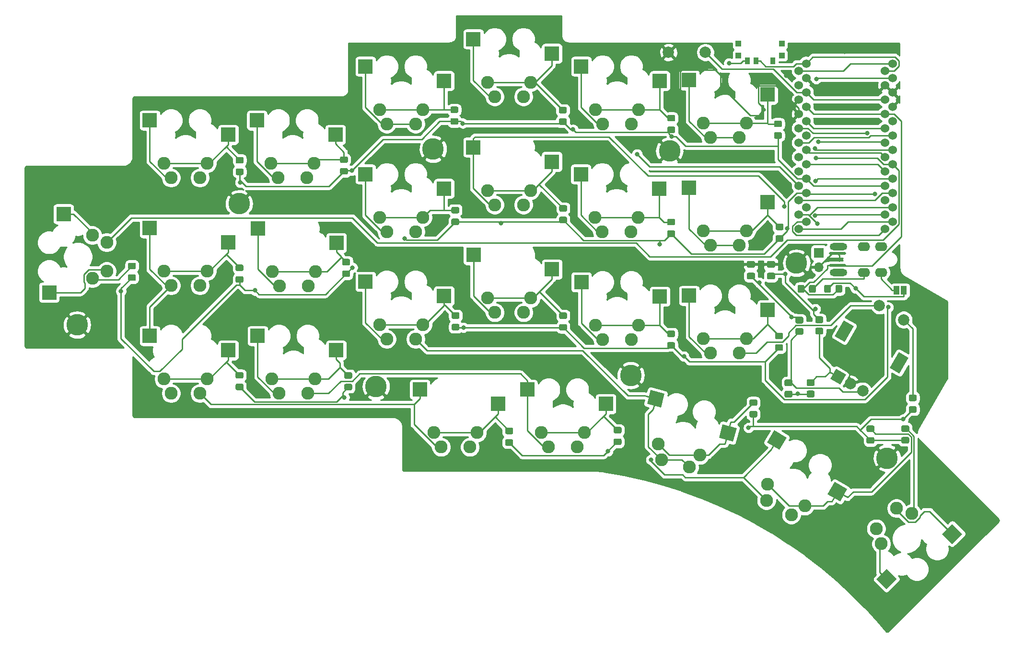
<source format=gtl>
G04 #@! TF.GenerationSoftware,KiCad,Pcbnew,(5.1.10)-1*
G04 #@! TF.CreationDate,2021-10-25T12:29:25+03:00*
G04 #@! TF.ProjectId,main_pcb,6d61696e-5f70-4636-922e-6b696361645f,rev?*
G04 #@! TF.SameCoordinates,Original*
G04 #@! TF.FileFunction,Copper,L1,Top*
G04 #@! TF.FilePolarity,Positive*
%FSLAX46Y46*%
G04 Gerber Fmt 4.6, Leading zero omitted, Abs format (unit mm)*
G04 Created by KiCad (PCBNEW (5.1.10)-1) date 2021-10-25 12:29:25*
%MOMM*%
%LPD*%
G01*
G04 APERTURE LIST*
G04 #@! TA.AperFunction,ComponentPad*
%ADD10C,1.524000*%
G04 #@! TD*
G04 #@! TA.AperFunction,ComponentPad*
%ADD11C,2.000000*%
G04 #@! TD*
G04 #@! TA.AperFunction,ComponentPad*
%ADD12C,0.100000*%
G04 #@! TD*
G04 #@! TA.AperFunction,SMDPad,CuDef*
%ADD13R,0.900000X1.300000*%
G04 #@! TD*
G04 #@! TA.AperFunction,SMDPad,CuDef*
%ADD14R,1.000000X1.000000*%
G04 #@! TD*
G04 #@! TA.AperFunction,ComponentPad*
%ADD15C,2.286000*%
G04 #@! TD*
G04 #@! TA.AperFunction,SMDPad,CuDef*
%ADD16C,0.100000*%
G04 #@! TD*
G04 #@! TA.AperFunction,SMDPad,CuDef*
%ADD17R,2.550000X2.500000*%
G04 #@! TD*
G04 #@! TA.AperFunction,SMDPad,CuDef*
%ADD18R,2.500000X2.550000*%
G04 #@! TD*
G04 #@! TA.AperFunction,SMDPad,CuDef*
%ADD19R,1.000000X1.500000*%
G04 #@! TD*
G04 #@! TA.AperFunction,ComponentPad*
%ADD20O,1.700000X1.700000*%
G04 #@! TD*
G04 #@! TA.AperFunction,ComponentPad*
%ADD21R,1.700000X1.700000*%
G04 #@! TD*
G04 #@! TA.AperFunction,SMDPad,CuDef*
%ADD22O,3.000000X0.500000*%
G04 #@! TD*
G04 #@! TA.AperFunction,ComponentPad*
%ADD23O,3.100000X1.300000*%
G04 #@! TD*
G04 #@! TA.AperFunction,ComponentPad*
%ADD24O,2.200000X1.600000*%
G04 #@! TD*
G04 #@! TA.AperFunction,ComponentPad*
%ADD25C,3.800000*%
G04 #@! TD*
G04 #@! TA.AperFunction,ViaPad*
%ADD26C,0.800000*%
G04 #@! TD*
G04 #@! TA.AperFunction,Conductor*
%ADD27C,0.250000*%
G04 #@! TD*
G04 #@! TA.AperFunction,Conductor*
%ADD28C,0.254000*%
G04 #@! TD*
G04 #@! TA.AperFunction,Conductor*
%ADD29C,0.100000*%
G04 #@! TD*
G04 APERTURE END LIST*
D10*
X165664400Y-56642000D03*
X180884400Y-74422000D03*
X180884400Y-54102000D03*
X179578000Y-70612000D03*
X164338000Y-78232000D03*
X180884400Y-59182000D03*
X164338000Y-52832000D03*
X179578000Y-65532000D03*
X165664400Y-66802000D03*
X180884400Y-79502000D03*
X164338000Y-75692000D03*
X164338000Y-68072000D03*
X179578000Y-75692000D03*
X179578000Y-68072000D03*
X180884400Y-76962000D03*
X180884400Y-69342000D03*
X180884400Y-56642000D03*
X179578000Y-73152000D03*
X180884400Y-71882000D03*
X165664400Y-61722000D03*
X164338000Y-55372000D03*
X165664400Y-76962000D03*
X165664400Y-79502000D03*
X164338000Y-60452000D03*
X164338000Y-65532000D03*
X179578000Y-80772000D03*
X179578000Y-57912000D03*
X165664400Y-69342000D03*
X180884400Y-66802000D03*
X165664400Y-71882000D03*
X180884400Y-64262000D03*
X180884400Y-51562000D03*
X164338000Y-73152000D03*
X165664400Y-59182000D03*
X164338000Y-80772000D03*
X179578000Y-55372000D03*
X179578000Y-52832000D03*
X165664400Y-74422000D03*
X164338000Y-70612000D03*
X179578000Y-60452000D03*
X179578000Y-78232000D03*
X165664400Y-54102000D03*
X165664400Y-51562000D03*
X180884400Y-61722000D03*
X165664400Y-64262000D03*
X179578000Y-62992000D03*
X164338000Y-57912000D03*
X164338000Y-62992000D03*
D11*
X147827000Y-49580800D03*
X141327000Y-49580800D03*
G04 #@! TA.AperFunction,ComponentPad*
D12*
G36*
X171656025Y-108277025D02*
G01*
X169923975Y-107277025D01*
X170923975Y-105544975D01*
X172656025Y-106544975D01*
X171656025Y-108277025D01*
G37*
G04 #@! TD.AperFunction*
D11*
X173455064Y-108161000D03*
X175620127Y-109411000D03*
G04 #@! TA.AperFunction,ComponentPad*
D12*
G36*
X172421346Y-100751450D02*
G01*
X170689296Y-99751450D01*
X172289296Y-96980168D01*
X174021346Y-97980168D01*
X172421346Y-100751450D01*
G37*
G04 #@! TD.AperFunction*
G04 #@! TA.AperFunction,ComponentPad*
G36*
X182120831Y-106351450D02*
G01*
X180388781Y-105351450D01*
X181988781Y-102580168D01*
X183720831Y-103580168D01*
X182120831Y-106351450D01*
G37*
G04 #@! TD.AperFunction*
D11*
X178540000Y-94353632D03*
X182870127Y-96853632D03*
D13*
X155255000Y-51072800D03*
X156755000Y-51072800D03*
X159755000Y-51072800D03*
D14*
X153655000Y-50122800D03*
X153655000Y-48022800D03*
X161355000Y-48022800D03*
X161355000Y-50122800D03*
G04 #@! TA.AperFunction,SMDPad,CuDef*
G36*
G01*
X164890001Y-97517000D02*
X163989999Y-97517000D01*
G75*
G02*
X163740000Y-97267001I0J249999D01*
G01*
X163740000Y-96566999D01*
G75*
G02*
X163989999Y-96317000I249999J0D01*
G01*
X164890001Y-96317000D01*
G75*
G02*
X165140000Y-96566999I0J-249999D01*
G01*
X165140000Y-97267001D01*
G75*
G02*
X164890001Y-97517000I-249999J0D01*
G01*
G37*
G04 #@! TD.AperFunction*
G04 #@! TA.AperFunction,SMDPad,CuDef*
G36*
G01*
X164890001Y-99517000D02*
X163989999Y-99517000D01*
G75*
G02*
X163740000Y-99267001I0J249999D01*
G01*
X163740000Y-98566999D01*
G75*
G02*
X163989999Y-98317000I249999J0D01*
G01*
X164890001Y-98317000D01*
G75*
G02*
X165140000Y-98566999I0J-249999D01*
G01*
X165140000Y-99267001D01*
G75*
G02*
X164890001Y-99517000I-249999J0D01*
G01*
G37*
G04 #@! TD.AperFunction*
G04 #@! TA.AperFunction,SMDPad,CuDef*
G36*
G01*
X168395001Y-97440800D02*
X167494999Y-97440800D01*
G75*
G02*
X167245000Y-97190801I0J249999D01*
G01*
X167245000Y-96490799D01*
G75*
G02*
X167494999Y-96240800I249999J0D01*
G01*
X168395001Y-96240800D01*
G75*
G02*
X168645000Y-96490799I0J-249999D01*
G01*
X168645000Y-97190801D01*
G75*
G02*
X168395001Y-97440800I-249999J0D01*
G01*
G37*
G04 #@! TD.AperFunction*
G04 #@! TA.AperFunction,SMDPad,CuDef*
G36*
G01*
X168395001Y-99440800D02*
X167494999Y-99440800D01*
G75*
G02*
X167245000Y-99190801I0J249999D01*
G01*
X167245000Y-98490799D01*
G75*
G02*
X167494999Y-98240800I249999J0D01*
G01*
X168395001Y-98240800D01*
G75*
G02*
X168645000Y-98490799I0J-249999D01*
G01*
X168645000Y-99190801D01*
G75*
G02*
X168395001Y-99440800I-249999J0D01*
G01*
G37*
G04 #@! TD.AperFunction*
G04 #@! TA.AperFunction,SMDPad,CuDef*
G36*
G01*
X170809000Y-91813801D02*
X170809000Y-90913799D01*
G75*
G02*
X171058999Y-90663800I249999J0D01*
G01*
X171759001Y-90663800D01*
G75*
G02*
X172009000Y-90913799I0J-249999D01*
G01*
X172009000Y-91813801D01*
G75*
G02*
X171759001Y-92063800I-249999J0D01*
G01*
X171058999Y-92063800D01*
G75*
G02*
X170809000Y-91813801I0J249999D01*
G01*
G37*
G04 #@! TD.AperFunction*
G04 #@! TA.AperFunction,SMDPad,CuDef*
G36*
G01*
X168809000Y-91813801D02*
X168809000Y-90913799D01*
G75*
G02*
X169058999Y-90663800I249999J0D01*
G01*
X169759001Y-90663800D01*
G75*
G02*
X170009000Y-90913799I0J-249999D01*
G01*
X170009000Y-91813801D01*
G75*
G02*
X169759001Y-92063800I-249999J0D01*
G01*
X169058999Y-92063800D01*
G75*
G02*
X168809000Y-91813801I0J249999D01*
G01*
G37*
G04 #@! TD.AperFunction*
G04 #@! TA.AperFunction,SMDPad,CuDef*
G36*
G01*
X165335000Y-90939199D02*
X165335000Y-91839201D01*
G75*
G02*
X165085001Y-92089200I-249999J0D01*
G01*
X164384999Y-92089200D01*
G75*
G02*
X164135000Y-91839201I0J249999D01*
G01*
X164135000Y-90939199D01*
G75*
G02*
X164384999Y-90689200I249999J0D01*
G01*
X165085001Y-90689200D01*
G75*
G02*
X165335000Y-90939199I0J-249999D01*
G01*
G37*
G04 #@! TD.AperFunction*
G04 #@! TA.AperFunction,SMDPad,CuDef*
G36*
G01*
X167335000Y-90939199D02*
X167335000Y-91839201D01*
G75*
G02*
X167085001Y-92089200I-249999J0D01*
G01*
X166384999Y-92089200D01*
G75*
G02*
X166135000Y-91839201I0J249999D01*
G01*
X166135000Y-90939199D01*
G75*
G02*
X166384999Y-90689200I249999J0D01*
G01*
X167085001Y-90689200D01*
G75*
G02*
X167335000Y-90939199I0J-249999D01*
G01*
G37*
G04 #@! TD.AperFunction*
G04 #@! TA.AperFunction,SMDPad,CuDef*
G36*
G01*
X162959001Y-108591000D02*
X162058999Y-108591000D01*
G75*
G02*
X161809000Y-108341001I0J249999D01*
G01*
X161809000Y-107640999D01*
G75*
G02*
X162058999Y-107391000I249999J0D01*
G01*
X162959001Y-107391000D01*
G75*
G02*
X163209000Y-107640999I0J-249999D01*
G01*
X163209000Y-108341001D01*
G75*
G02*
X162959001Y-108591000I-249999J0D01*
G01*
G37*
G04 #@! TD.AperFunction*
G04 #@! TA.AperFunction,SMDPad,CuDef*
G36*
G01*
X162959001Y-110591000D02*
X162058999Y-110591000D01*
G75*
G02*
X161809000Y-110341001I0J249999D01*
G01*
X161809000Y-109640999D01*
G75*
G02*
X162058999Y-109391000I249999J0D01*
G01*
X162959001Y-109391000D01*
G75*
G02*
X163209000Y-109640999I0J-249999D01*
G01*
X163209000Y-110341001D01*
G75*
G02*
X162959001Y-110591000I-249999J0D01*
G01*
G37*
G04 #@! TD.AperFunction*
G04 #@! TA.AperFunction,SMDPad,CuDef*
G36*
G01*
X166871001Y-108566000D02*
X165970999Y-108566000D01*
G75*
G02*
X165721000Y-108316001I0J249999D01*
G01*
X165721000Y-107615999D01*
G75*
G02*
X165970999Y-107366000I249999J0D01*
G01*
X166871001Y-107366000D01*
G75*
G02*
X167121000Y-107615999I0J-249999D01*
G01*
X167121000Y-108316001D01*
G75*
G02*
X166871001Y-108566000I-249999J0D01*
G01*
G37*
G04 #@! TD.AperFunction*
G04 #@! TA.AperFunction,SMDPad,CuDef*
G36*
G01*
X166871001Y-110566000D02*
X165970999Y-110566000D01*
G75*
G02*
X165721000Y-110316001I0J249999D01*
G01*
X165721000Y-109615999D01*
G75*
G02*
X165970999Y-109366000I249999J0D01*
G01*
X166871001Y-109366000D01*
G75*
G02*
X167121000Y-109615999I0J-249999D01*
G01*
X167121000Y-110316001D01*
G75*
G02*
X166871001Y-110566000I-249999J0D01*
G01*
G37*
G04 #@! TD.AperFunction*
D15*
X177999846Y-133763949D03*
X184286026Y-131069872D03*
G04 #@! TA.AperFunction,SMDPad,CuDef*
D16*
G36*
X191445482Y-132918956D02*
G01*
X193213249Y-134686723D01*
X191410126Y-136489846D01*
X189642359Y-134722079D01*
X191445482Y-132918956D01*
G37*
G04 #@! TD.AperFunction*
D15*
X178897872Y-136458026D03*
X181591949Y-130171846D03*
G04 #@! TA.AperFunction,SMDPad,CuDef*
D16*
G36*
X179856002Y-140916333D02*
G01*
X181623769Y-142684100D01*
X179820646Y-144487223D01*
X178052879Y-142719456D01*
X179856002Y-140916333D01*
G37*
G04 #@! TD.AperFunction*
D15*
X163006705Y-131323409D03*
X158777443Y-125948705D03*
G04 #@! TA.AperFunction,SMDPad,CuDef*
D16*
G36*
X158710518Y-118554623D02*
G01*
X159960518Y-116389559D01*
X162168882Y-117664559D01*
X160918882Y-119829623D01*
X158710518Y-118554623D01*
G37*
G04 #@! TD.AperFunction*
D15*
X165376557Y-129758705D03*
X158607295Y-128783409D03*
G04 #@! TA.AperFunction,SMDPad,CuDef*
D16*
G36*
X169434970Y-127679327D02*
G01*
X170684970Y-125514263D01*
X172893334Y-126789263D01*
X171643334Y-128954327D01*
X169434970Y-127679327D01*
G37*
G04 #@! TD.AperFunction*
D15*
X144978651Y-122912304D03*
X139502422Y-118815351D03*
G04 #@! TA.AperFunction,SMDPad,CuDef*
D16*
G36*
X137524048Y-111690538D02*
G01*
X138171095Y-109275723D01*
X140634206Y-109935712D01*
X139987159Y-112350527D01*
X137524048Y-111690538D01*
G37*
G04 #@! TD.AperFunction*
D15*
X146862777Y-120787552D03*
X140071748Y-121597503D03*
G04 #@! TA.AperFunction,SMDPad,CuDef*
D16*
G36*
X150244721Y-117728633D02*
G01*
X150891768Y-115313818D01*
X153354879Y-115973807D01*
X152707832Y-118388622D01*
X150244721Y-117728633D01*
G37*
G04 #@! TD.AperFunction*
D15*
X125222000Y-119355000D03*
X118872000Y-116815000D03*
D17*
X116392000Y-109195000D03*
D15*
X126492000Y-116815000D03*
X120142000Y-119355000D03*
D17*
X130242000Y-111735000D03*
D15*
X106248000Y-119355000D03*
X99898000Y-116815000D03*
D17*
X97418000Y-109195000D03*
D15*
X107518000Y-116815000D03*
X101168000Y-119355000D03*
D17*
X111268000Y-111735000D03*
D15*
X153797000Y-102743000D03*
X147447000Y-100203000D03*
D17*
X144967000Y-92583000D03*
D15*
X155067000Y-100203000D03*
X148717000Y-102743000D03*
D17*
X158817000Y-95123000D03*
D15*
X134752000Y-100360500D03*
X128402000Y-97820500D03*
D17*
X125922000Y-90200500D03*
D15*
X136022000Y-97820500D03*
X129672000Y-100360500D03*
D17*
X139772000Y-92740500D03*
D15*
X115727000Y-95559900D03*
X109377000Y-93019900D03*
D17*
X106897000Y-85399900D03*
D15*
X116997000Y-93019900D03*
X110647000Y-95559900D03*
D17*
X120747000Y-87939900D03*
D15*
X96647000Y-100266500D03*
X90297000Y-97726500D03*
D17*
X87817000Y-90106500D03*
D15*
X97917000Y-97726500D03*
X91567000Y-100266500D03*
D17*
X101667000Y-92646500D03*
D15*
X77597000Y-109855000D03*
X71247000Y-107315000D03*
D17*
X68767000Y-99695000D03*
D15*
X78867000Y-107315000D03*
X72517000Y-109855000D03*
D17*
X82617000Y-102235000D03*
D15*
X58547000Y-109855000D03*
X52197000Y-107315000D03*
D17*
X49717000Y-99695000D03*
D15*
X59817000Y-107315000D03*
X53467000Y-109855000D03*
D17*
X63567000Y-102235000D03*
D15*
X153797000Y-83693000D03*
X147447000Y-81153000D03*
D17*
X144967000Y-73533000D03*
D15*
X155067000Y-81153000D03*
X148717000Y-83693000D03*
D17*
X158817000Y-76073000D03*
D15*
X134684000Y-81280000D03*
X128334000Y-78740000D03*
D17*
X125854000Y-71120000D03*
D15*
X135954000Y-78740000D03*
X129604000Y-81280000D03*
D17*
X139704000Y-73660000D03*
D15*
X115697000Y-76517500D03*
X109347000Y-73977500D03*
D17*
X106867000Y-66357500D03*
D15*
X116967000Y-73977500D03*
X110617000Y-76517500D03*
D17*
X120717000Y-68897500D03*
D15*
X96647000Y-81280000D03*
X90297000Y-78740000D03*
D17*
X87817000Y-71120000D03*
D15*
X97917000Y-78740000D03*
X91567000Y-81280000D03*
D17*
X101667000Y-73660000D03*
D15*
X77660500Y-90868500D03*
X71310500Y-88328500D03*
D17*
X68830500Y-80708500D03*
D15*
X78930500Y-88328500D03*
X72580500Y-90868500D03*
D17*
X82680500Y-83248500D03*
D15*
X58547000Y-90805000D03*
X52197000Y-88265000D03*
D17*
X49717000Y-80645000D03*
D15*
X59817000Y-88265000D03*
X53467000Y-90805000D03*
D17*
X63567000Y-83185000D03*
D15*
X42100500Y-83185000D03*
X39560500Y-89535000D03*
D18*
X31940500Y-92015000D03*
D15*
X39560500Y-81915000D03*
X42100500Y-88265000D03*
D18*
X34480500Y-78165000D03*
D15*
X153797000Y-64643000D03*
X147447000Y-62103000D03*
D17*
X144967000Y-54483000D03*
D15*
X155067000Y-62103000D03*
X148717000Y-64643000D03*
D17*
X158817000Y-57023000D03*
D15*
X134747000Y-62230000D03*
X128397000Y-59690000D03*
D17*
X125917000Y-52070000D03*
D15*
X136017000Y-59690000D03*
X129667000Y-62230000D03*
D17*
X139767000Y-54610000D03*
D15*
X115697000Y-57404000D03*
X109347000Y-54864000D03*
D17*
X106867000Y-47244000D03*
D15*
X116967000Y-54864000D03*
X110617000Y-57404000D03*
D17*
X120717000Y-49784000D03*
D15*
X96647000Y-62230000D03*
X90297000Y-59690000D03*
D17*
X87817000Y-52070000D03*
D15*
X97917000Y-59690000D03*
X91567000Y-62230000D03*
D17*
X101667000Y-54610000D03*
D15*
X77470000Y-71755000D03*
X71120000Y-69215000D03*
D17*
X68640000Y-61595000D03*
D15*
X78740000Y-69215000D03*
X72390000Y-71755000D03*
D17*
X82490000Y-64135000D03*
D15*
X58547000Y-71755000D03*
X52197000Y-69215000D03*
D17*
X49717000Y-61595000D03*
D15*
X59817000Y-69215000D03*
X53467000Y-71755000D03*
D17*
X63567000Y-64135000D03*
D19*
X181595000Y-91668600D03*
X182895000Y-91668600D03*
D20*
X167869000Y-87553800D03*
D21*
X167869000Y-85013800D03*
D22*
X171196000Y-87249000D03*
X171196000Y-85090000D03*
D23*
X171323000Y-88487250D03*
D24*
X178840500Y-83883500D03*
X175840500Y-83883500D03*
X175840500Y-88487250D03*
X178840500Y-88487250D03*
D23*
X171323000Y-83883500D03*
D25*
X89662000Y-108661000D03*
X134671000Y-106680000D03*
X179908000Y-121310000D03*
X163932000Y-86817200D03*
X141503000Y-66979800D03*
X99745800Y-66675000D03*
X65481200Y-76301600D03*
X36880800Y-97739200D03*
G04 #@! TA.AperFunction,SMDPad,CuDef*
G36*
G01*
X184905001Y-111234000D02*
X184004999Y-111234000D01*
G75*
G02*
X183755000Y-110984001I0J249999D01*
G01*
X183755000Y-110333999D01*
G75*
G02*
X184004999Y-110084000I249999J0D01*
G01*
X184905001Y-110084000D01*
G75*
G02*
X185155000Y-110333999I0J-249999D01*
G01*
X185155000Y-110984001D01*
G75*
G02*
X184905001Y-111234000I-249999J0D01*
G01*
G37*
G04 #@! TD.AperFunction*
G04 #@! TA.AperFunction,SMDPad,CuDef*
G36*
G01*
X184905001Y-113284000D02*
X184004999Y-113284000D01*
G75*
G02*
X183755000Y-113034001I0J249999D01*
G01*
X183755000Y-112383999D01*
G75*
G02*
X184004999Y-112134000I249999J0D01*
G01*
X184905001Y-112134000D01*
G75*
G02*
X185155000Y-112383999I0J-249999D01*
G01*
X185155000Y-113034001D01*
G75*
G02*
X184905001Y-113284000I-249999J0D01*
G01*
G37*
G04 #@! TD.AperFunction*
G04 #@! TA.AperFunction,SMDPad,CuDef*
G36*
G01*
X183584001Y-116669000D02*
X182683999Y-116669000D01*
G75*
G02*
X182434000Y-116419001I0J249999D01*
G01*
X182434000Y-115768999D01*
G75*
G02*
X182683999Y-115519000I249999J0D01*
G01*
X183584001Y-115519000D01*
G75*
G02*
X183834000Y-115768999I0J-249999D01*
G01*
X183834000Y-116419001D01*
G75*
G02*
X183584001Y-116669000I-249999J0D01*
G01*
G37*
G04 #@! TD.AperFunction*
G04 #@! TA.AperFunction,SMDPad,CuDef*
G36*
G01*
X183584001Y-118719000D02*
X182683999Y-118719000D01*
G75*
G02*
X182434000Y-118469001I0J249999D01*
G01*
X182434000Y-117818999D01*
G75*
G02*
X182683999Y-117569000I249999J0D01*
G01*
X183584001Y-117569000D01*
G75*
G02*
X183834000Y-117818999I0J-249999D01*
G01*
X183834000Y-118469001D01*
G75*
G02*
X183584001Y-118719000I-249999J0D01*
G01*
G37*
G04 #@! TD.AperFunction*
G04 #@! TA.AperFunction,SMDPad,CuDef*
G36*
G01*
X177437001Y-116695000D02*
X176536999Y-116695000D01*
G75*
G02*
X176287000Y-116445001I0J249999D01*
G01*
X176287000Y-115794999D01*
G75*
G02*
X176536999Y-115545000I249999J0D01*
G01*
X177437001Y-115545000D01*
G75*
G02*
X177687000Y-115794999I0J-249999D01*
G01*
X177687000Y-116445001D01*
G75*
G02*
X177437001Y-116695000I-249999J0D01*
G01*
G37*
G04 #@! TD.AperFunction*
G04 #@! TA.AperFunction,SMDPad,CuDef*
G36*
G01*
X177437001Y-118745000D02*
X176536999Y-118745000D01*
G75*
G02*
X176287000Y-118495001I0J249999D01*
G01*
X176287000Y-117844999D01*
G75*
G02*
X176536999Y-117595000I249999J0D01*
G01*
X177437001Y-117595000D01*
G75*
G02*
X177687000Y-117844999I0J-249999D01*
G01*
X177687000Y-118495001D01*
G75*
G02*
X177437001Y-118745000I-249999J0D01*
G01*
G37*
G04 #@! TD.AperFunction*
G04 #@! TA.AperFunction,SMDPad,CuDef*
G36*
G01*
X156762001Y-112072000D02*
X155861999Y-112072000D01*
G75*
G02*
X155612000Y-111822001I0J249999D01*
G01*
X155612000Y-111171999D01*
G75*
G02*
X155861999Y-110922000I249999J0D01*
G01*
X156762001Y-110922000D01*
G75*
G02*
X157012000Y-111171999I0J-249999D01*
G01*
X157012000Y-111822001D01*
G75*
G02*
X156762001Y-112072000I-249999J0D01*
G01*
G37*
G04 #@! TD.AperFunction*
G04 #@! TA.AperFunction,SMDPad,CuDef*
G36*
G01*
X156762001Y-114122000D02*
X155861999Y-114122000D01*
G75*
G02*
X155612000Y-113872001I0J249999D01*
G01*
X155612000Y-113221999D01*
G75*
G02*
X155861999Y-112972000I249999J0D01*
G01*
X156762001Y-112972000D01*
G75*
G02*
X157012000Y-113221999I0J-249999D01*
G01*
X157012000Y-113872001D01*
G75*
G02*
X156762001Y-114122000I-249999J0D01*
G01*
G37*
G04 #@! TD.AperFunction*
G04 #@! TA.AperFunction,SMDPad,CuDef*
G36*
G01*
X132784001Y-116949000D02*
X131883999Y-116949000D01*
G75*
G02*
X131634000Y-116699001I0J249999D01*
G01*
X131634000Y-116048999D01*
G75*
G02*
X131883999Y-115799000I249999J0D01*
G01*
X132784001Y-115799000D01*
G75*
G02*
X133034000Y-116048999I0J-249999D01*
G01*
X133034000Y-116699001D01*
G75*
G02*
X132784001Y-116949000I-249999J0D01*
G01*
G37*
G04 #@! TD.AperFunction*
G04 #@! TA.AperFunction,SMDPad,CuDef*
G36*
G01*
X132784001Y-118999000D02*
X131883999Y-118999000D01*
G75*
G02*
X131634000Y-118749001I0J249999D01*
G01*
X131634000Y-118098999D01*
G75*
G02*
X131883999Y-117849000I249999J0D01*
G01*
X132784001Y-117849000D01*
G75*
G02*
X133034000Y-118098999I0J-249999D01*
G01*
X133034000Y-118749001D01*
G75*
G02*
X132784001Y-118999000I-249999J0D01*
G01*
G37*
G04 #@! TD.AperFunction*
G04 #@! TA.AperFunction,SMDPad,CuDef*
G36*
G01*
X113632001Y-117076000D02*
X112731999Y-117076000D01*
G75*
G02*
X112482000Y-116826001I0J249999D01*
G01*
X112482000Y-116175999D01*
G75*
G02*
X112731999Y-115926000I249999J0D01*
G01*
X113632001Y-115926000D01*
G75*
G02*
X113882000Y-116175999I0J-249999D01*
G01*
X113882000Y-116826001D01*
G75*
G02*
X113632001Y-117076000I-249999J0D01*
G01*
G37*
G04 #@! TD.AperFunction*
G04 #@! TA.AperFunction,SMDPad,CuDef*
G36*
G01*
X113632001Y-119126000D02*
X112731999Y-119126000D01*
G75*
G02*
X112482000Y-118876001I0J249999D01*
G01*
X112482000Y-118225999D01*
G75*
G02*
X112731999Y-117976000I249999J0D01*
G01*
X113632001Y-117976000D01*
G75*
G02*
X113882000Y-118225999I0J-249999D01*
G01*
X113882000Y-118876001D01*
G75*
G02*
X113632001Y-119126000I-249999J0D01*
G01*
G37*
G04 #@! TD.AperFunction*
G04 #@! TA.AperFunction,SMDPad,CuDef*
G36*
G01*
X161308001Y-100286000D02*
X160407999Y-100286000D01*
G75*
G02*
X160158000Y-100036001I0J249999D01*
G01*
X160158000Y-99385999D01*
G75*
G02*
X160407999Y-99136000I249999J0D01*
G01*
X161308001Y-99136000D01*
G75*
G02*
X161558000Y-99385999I0J-249999D01*
G01*
X161558000Y-100036001D01*
G75*
G02*
X161308001Y-100286000I-249999J0D01*
G01*
G37*
G04 #@! TD.AperFunction*
G04 #@! TA.AperFunction,SMDPad,CuDef*
G36*
G01*
X161308001Y-102336000D02*
X160407999Y-102336000D01*
G75*
G02*
X160158000Y-102086001I0J249999D01*
G01*
X160158000Y-101435999D01*
G75*
G02*
X160407999Y-101186000I249999J0D01*
G01*
X161308001Y-101186000D01*
G75*
G02*
X161558000Y-101435999I0J-249999D01*
G01*
X161558000Y-102086001D01*
G75*
G02*
X161308001Y-102336000I-249999J0D01*
G01*
G37*
G04 #@! TD.AperFunction*
G04 #@! TA.AperFunction,SMDPad,CuDef*
G36*
G01*
X142233001Y-99905000D02*
X141332999Y-99905000D01*
G75*
G02*
X141083000Y-99655001I0J249999D01*
G01*
X141083000Y-99004999D01*
G75*
G02*
X141332999Y-98755000I249999J0D01*
G01*
X142233001Y-98755000D01*
G75*
G02*
X142483000Y-99004999I0J-249999D01*
G01*
X142483000Y-99655001D01*
G75*
G02*
X142233001Y-99905000I-249999J0D01*
G01*
G37*
G04 #@! TD.AperFunction*
G04 #@! TA.AperFunction,SMDPad,CuDef*
G36*
G01*
X142233001Y-101955000D02*
X141332999Y-101955000D01*
G75*
G02*
X141083000Y-101705001I0J249999D01*
G01*
X141083000Y-101054999D01*
G75*
G02*
X141332999Y-100805000I249999J0D01*
G01*
X142233001Y-100805000D01*
G75*
G02*
X142483000Y-101054999I0J-249999D01*
G01*
X142483000Y-101705001D01*
G75*
G02*
X142233001Y-101955000I-249999J0D01*
G01*
G37*
G04 #@! TD.AperFunction*
G04 #@! TA.AperFunction,SMDPad,CuDef*
G36*
G01*
X123157001Y-96705000D02*
X122256999Y-96705000D01*
G75*
G02*
X122007000Y-96455001I0J249999D01*
G01*
X122007000Y-95804999D01*
G75*
G02*
X122256999Y-95555000I249999J0D01*
G01*
X123157001Y-95555000D01*
G75*
G02*
X123407000Y-95804999I0J-249999D01*
G01*
X123407000Y-96455001D01*
G75*
G02*
X123157001Y-96705000I-249999J0D01*
G01*
G37*
G04 #@! TD.AperFunction*
G04 #@! TA.AperFunction,SMDPad,CuDef*
G36*
G01*
X123157001Y-98755000D02*
X122256999Y-98755000D01*
G75*
G02*
X122007000Y-98505001I0J249999D01*
G01*
X122007000Y-97854999D01*
G75*
G02*
X122256999Y-97605000I249999J0D01*
G01*
X123157001Y-97605000D01*
G75*
G02*
X123407000Y-97854999I0J-249999D01*
G01*
X123407000Y-98505001D01*
G75*
G02*
X123157001Y-98755000I-249999J0D01*
G01*
G37*
G04 #@! TD.AperFunction*
G04 #@! TA.AperFunction,SMDPad,CuDef*
G36*
G01*
X104158001Y-96679600D02*
X103257999Y-96679600D01*
G75*
G02*
X103008000Y-96429601I0J249999D01*
G01*
X103008000Y-95779599D01*
G75*
G02*
X103257999Y-95529600I249999J0D01*
G01*
X104158001Y-95529600D01*
G75*
G02*
X104408000Y-95779599I0J-249999D01*
G01*
X104408000Y-96429601D01*
G75*
G02*
X104158001Y-96679600I-249999J0D01*
G01*
G37*
G04 #@! TD.AperFunction*
G04 #@! TA.AperFunction,SMDPad,CuDef*
G36*
G01*
X104158001Y-98729600D02*
X103257999Y-98729600D01*
G75*
G02*
X103008000Y-98479601I0J249999D01*
G01*
X103008000Y-97829599D01*
G75*
G02*
X103257999Y-97579600I249999J0D01*
G01*
X104158001Y-97579600D01*
G75*
G02*
X104408000Y-97829599I0J-249999D01*
G01*
X104408000Y-98479601D01*
G75*
G02*
X104158001Y-98729600I-249999J0D01*
G01*
G37*
G04 #@! TD.AperFunction*
G04 #@! TA.AperFunction,SMDPad,CuDef*
G36*
G01*
X85209801Y-107271000D02*
X84309799Y-107271000D01*
G75*
G02*
X84059800Y-107021001I0J249999D01*
G01*
X84059800Y-106370999D01*
G75*
G02*
X84309799Y-106121000I249999J0D01*
G01*
X85209801Y-106121000D01*
G75*
G02*
X85459800Y-106370999I0J-249999D01*
G01*
X85459800Y-107021001D01*
G75*
G02*
X85209801Y-107271000I-249999J0D01*
G01*
G37*
G04 #@! TD.AperFunction*
G04 #@! TA.AperFunction,SMDPad,CuDef*
G36*
G01*
X85209801Y-109321000D02*
X84309799Y-109321000D01*
G75*
G02*
X84059800Y-109071001I0J249999D01*
G01*
X84059800Y-108420999D01*
G75*
G02*
X84309799Y-108171000I249999J0D01*
G01*
X85209801Y-108171000D01*
G75*
G02*
X85459800Y-108420999I0J-249999D01*
G01*
X85459800Y-109071001D01*
G75*
G02*
X85209801Y-109321000I-249999J0D01*
G01*
G37*
G04 #@! TD.AperFunction*
G04 #@! TA.AperFunction,SMDPad,CuDef*
G36*
G01*
X66007401Y-107246000D02*
X65107399Y-107246000D01*
G75*
G02*
X64857400Y-106996001I0J249999D01*
G01*
X64857400Y-106345999D01*
G75*
G02*
X65107399Y-106096000I249999J0D01*
G01*
X66007401Y-106096000D01*
G75*
G02*
X66257400Y-106345999I0J-249999D01*
G01*
X66257400Y-106996001D01*
G75*
G02*
X66007401Y-107246000I-249999J0D01*
G01*
G37*
G04 #@! TD.AperFunction*
G04 #@! TA.AperFunction,SMDPad,CuDef*
G36*
G01*
X66007401Y-109296000D02*
X65107399Y-109296000D01*
G75*
G02*
X64857400Y-109046001I0J249999D01*
G01*
X64857400Y-108395999D01*
G75*
G02*
X65107399Y-108146000I249999J0D01*
G01*
X66007401Y-108146000D01*
G75*
G02*
X66257400Y-108395999I0J-249999D01*
G01*
X66257400Y-109046001D01*
G75*
G02*
X66007401Y-109296000I-249999J0D01*
G01*
G37*
G04 #@! TD.AperFunction*
G04 #@! TA.AperFunction,SMDPad,CuDef*
G36*
G01*
X161384001Y-81007800D02*
X160483999Y-81007800D01*
G75*
G02*
X160234000Y-80757801I0J249999D01*
G01*
X160234000Y-80107799D01*
G75*
G02*
X160483999Y-79857800I249999J0D01*
G01*
X161384001Y-79857800D01*
G75*
G02*
X161634000Y-80107799I0J-249999D01*
G01*
X161634000Y-80757801D01*
G75*
G02*
X161384001Y-81007800I-249999J0D01*
G01*
G37*
G04 #@! TD.AperFunction*
G04 #@! TA.AperFunction,SMDPad,CuDef*
G36*
G01*
X161384001Y-83057800D02*
X160483999Y-83057800D01*
G75*
G02*
X160234000Y-82807801I0J249999D01*
G01*
X160234000Y-82157799D01*
G75*
G02*
X160483999Y-81907800I249999J0D01*
G01*
X161384001Y-81907800D01*
G75*
G02*
X161634000Y-82157799I0J-249999D01*
G01*
X161634000Y-82807801D01*
G75*
G02*
X161384001Y-83057800I-249999J0D01*
G01*
G37*
G04 #@! TD.AperFunction*
G04 #@! TA.AperFunction,SMDPad,CuDef*
G36*
G01*
X142233001Y-80144200D02*
X141332999Y-80144200D01*
G75*
G02*
X141083000Y-79894201I0J249999D01*
G01*
X141083000Y-79244199D01*
G75*
G02*
X141332999Y-78994200I249999J0D01*
G01*
X142233001Y-78994200D01*
G75*
G02*
X142483000Y-79244199I0J-249999D01*
G01*
X142483000Y-79894201D01*
G75*
G02*
X142233001Y-80144200I-249999J0D01*
G01*
G37*
G04 #@! TD.AperFunction*
G04 #@! TA.AperFunction,SMDPad,CuDef*
G36*
G01*
X142233001Y-82194200D02*
X141332999Y-82194200D01*
G75*
G02*
X141083000Y-81944201I0J249999D01*
G01*
X141083000Y-81294199D01*
G75*
G02*
X141332999Y-81044200I249999J0D01*
G01*
X142233001Y-81044200D01*
G75*
G02*
X142483000Y-81294199I0J-249999D01*
G01*
X142483000Y-81944201D01*
G75*
G02*
X142233001Y-82194200I-249999J0D01*
G01*
G37*
G04 #@! TD.AperFunction*
G04 #@! TA.AperFunction,SMDPad,CuDef*
G36*
G01*
X123157001Y-77731200D02*
X122256999Y-77731200D01*
G75*
G02*
X122007000Y-77481201I0J249999D01*
G01*
X122007000Y-76831199D01*
G75*
G02*
X122256999Y-76581200I249999J0D01*
G01*
X123157001Y-76581200D01*
G75*
G02*
X123407000Y-76831199I0J-249999D01*
G01*
X123407000Y-77481201D01*
G75*
G02*
X123157001Y-77731200I-249999J0D01*
G01*
G37*
G04 #@! TD.AperFunction*
G04 #@! TA.AperFunction,SMDPad,CuDef*
G36*
G01*
X123157001Y-79781200D02*
X122256999Y-79781200D01*
G75*
G02*
X122007000Y-79531201I0J249999D01*
G01*
X122007000Y-78881199D01*
G75*
G02*
X122256999Y-78631200I249999J0D01*
G01*
X123157001Y-78631200D01*
G75*
G02*
X123407000Y-78881199I0J-249999D01*
G01*
X123407000Y-79531201D01*
G75*
G02*
X123157001Y-79781200I-249999J0D01*
G01*
G37*
G04 #@! TD.AperFunction*
G04 #@! TA.AperFunction,SMDPad,CuDef*
G36*
G01*
X104107001Y-78061400D02*
X103206999Y-78061400D01*
G75*
G02*
X102957000Y-77811401I0J249999D01*
G01*
X102957000Y-77161399D01*
G75*
G02*
X103206999Y-76911400I249999J0D01*
G01*
X104107001Y-76911400D01*
G75*
G02*
X104357000Y-77161399I0J-249999D01*
G01*
X104357000Y-77811401D01*
G75*
G02*
X104107001Y-78061400I-249999J0D01*
G01*
G37*
G04 #@! TD.AperFunction*
G04 #@! TA.AperFunction,SMDPad,CuDef*
G36*
G01*
X104107001Y-80111400D02*
X103206999Y-80111400D01*
G75*
G02*
X102957000Y-79861401I0J249999D01*
G01*
X102957000Y-79211399D01*
G75*
G02*
X103206999Y-78961400I249999J0D01*
G01*
X104107001Y-78961400D01*
G75*
G02*
X104357000Y-79211399I0J-249999D01*
G01*
X104357000Y-79861401D01*
G75*
G02*
X104107001Y-80111400I-249999J0D01*
G01*
G37*
G04 #@! TD.AperFunction*
G04 #@! TA.AperFunction,SMDPad,CuDef*
G36*
G01*
X84828801Y-87230800D02*
X83928799Y-87230800D01*
G75*
G02*
X83678800Y-86980801I0J249999D01*
G01*
X83678800Y-86330799D01*
G75*
G02*
X83928799Y-86080800I249999J0D01*
G01*
X84828801Y-86080800D01*
G75*
G02*
X85078800Y-86330799I0J-249999D01*
G01*
X85078800Y-86980801D01*
G75*
G02*
X84828801Y-87230800I-249999J0D01*
G01*
G37*
G04 #@! TD.AperFunction*
G04 #@! TA.AperFunction,SMDPad,CuDef*
G36*
G01*
X84828801Y-89280800D02*
X83928799Y-89280800D01*
G75*
G02*
X83678800Y-89030801I0J249999D01*
G01*
X83678800Y-88380799D01*
G75*
G02*
X83928799Y-88130800I249999J0D01*
G01*
X84828801Y-88130800D01*
G75*
G02*
X85078800Y-88380799I0J-249999D01*
G01*
X85078800Y-89030801D01*
G75*
G02*
X84828801Y-89280800I-249999J0D01*
G01*
G37*
G04 #@! TD.AperFunction*
G04 #@! TA.AperFunction,SMDPad,CuDef*
G36*
G01*
X66007401Y-88246800D02*
X65107399Y-88246800D01*
G75*
G02*
X64857400Y-87996801I0J249999D01*
G01*
X64857400Y-87346799D01*
G75*
G02*
X65107399Y-87096800I249999J0D01*
G01*
X66007401Y-87096800D01*
G75*
G02*
X66257400Y-87346799I0J-249999D01*
G01*
X66257400Y-87996801D01*
G75*
G02*
X66007401Y-88246800I-249999J0D01*
G01*
G37*
G04 #@! TD.AperFunction*
G04 #@! TA.AperFunction,SMDPad,CuDef*
G36*
G01*
X66007401Y-90296800D02*
X65107399Y-90296800D01*
G75*
G02*
X64857400Y-90046801I0J249999D01*
G01*
X64857400Y-89396799D01*
G75*
G02*
X65107399Y-89146800I249999J0D01*
G01*
X66007401Y-89146800D01*
G75*
G02*
X66257400Y-89396799I0J-249999D01*
G01*
X66257400Y-90046801D01*
G75*
G02*
X66007401Y-90296800I-249999J0D01*
G01*
G37*
G04 #@! TD.AperFunction*
G04 #@! TA.AperFunction,SMDPad,CuDef*
G36*
G01*
X47008201Y-87916600D02*
X46108199Y-87916600D01*
G75*
G02*
X45858200Y-87666601I0J249999D01*
G01*
X45858200Y-87016599D01*
G75*
G02*
X46108199Y-86766600I249999J0D01*
G01*
X47008201Y-86766600D01*
G75*
G02*
X47258200Y-87016599I0J-249999D01*
G01*
X47258200Y-87666601D01*
G75*
G02*
X47008201Y-87916600I-249999J0D01*
G01*
G37*
G04 #@! TD.AperFunction*
G04 #@! TA.AperFunction,SMDPad,CuDef*
G36*
G01*
X47008201Y-89966600D02*
X46108199Y-89966600D01*
G75*
G02*
X45858200Y-89716601I0J249999D01*
G01*
X45858200Y-89066599D01*
G75*
G02*
X46108199Y-88816600I249999J0D01*
G01*
X47008201Y-88816600D01*
G75*
G02*
X47258200Y-89066599I0J-249999D01*
G01*
X47258200Y-89716601D01*
G75*
G02*
X47008201Y-89966600I-249999J0D01*
G01*
G37*
G04 #@! TD.AperFunction*
G04 #@! TA.AperFunction,SMDPad,CuDef*
G36*
G01*
X161105001Y-62796000D02*
X160204999Y-62796000D01*
G75*
G02*
X159955000Y-62546001I0J249999D01*
G01*
X159955000Y-61895999D01*
G75*
G02*
X160204999Y-61646000I249999J0D01*
G01*
X161105001Y-61646000D01*
G75*
G02*
X161355000Y-61895999I0J-249999D01*
G01*
X161355000Y-62546001D01*
G75*
G02*
X161105001Y-62796000I-249999J0D01*
G01*
G37*
G04 #@! TD.AperFunction*
G04 #@! TA.AperFunction,SMDPad,CuDef*
G36*
G01*
X161105001Y-64846000D02*
X160204999Y-64846000D01*
G75*
G02*
X159955000Y-64596001I0J249999D01*
G01*
X159955000Y-63945999D01*
G75*
G02*
X160204999Y-63696000I249999J0D01*
G01*
X161105001Y-63696000D01*
G75*
G02*
X161355000Y-63945999I0J-249999D01*
G01*
X161355000Y-64596001D01*
G75*
G02*
X161105001Y-64846000I-249999J0D01*
G01*
G37*
G04 #@! TD.AperFunction*
G04 #@! TA.AperFunction,SMDPad,CuDef*
G36*
G01*
X142258001Y-61780000D02*
X141357999Y-61780000D01*
G75*
G02*
X141108000Y-61530001I0J249999D01*
G01*
X141108000Y-60879999D01*
G75*
G02*
X141357999Y-60630000I249999J0D01*
G01*
X142258001Y-60630000D01*
G75*
G02*
X142508000Y-60879999I0J-249999D01*
G01*
X142508000Y-61530001D01*
G75*
G02*
X142258001Y-61780000I-249999J0D01*
G01*
G37*
G04 #@! TD.AperFunction*
G04 #@! TA.AperFunction,SMDPad,CuDef*
G36*
G01*
X142258001Y-63830000D02*
X141357999Y-63830000D01*
G75*
G02*
X141108000Y-63580001I0J249999D01*
G01*
X141108000Y-62929999D01*
G75*
G02*
X141357999Y-62680000I249999J0D01*
G01*
X142258001Y-62680000D01*
G75*
G02*
X142508000Y-62929999I0J-249999D01*
G01*
X142508000Y-63580001D01*
G75*
G02*
X142258001Y-63830000I-249999J0D01*
G01*
G37*
G04 #@! TD.AperFunction*
G04 #@! TA.AperFunction,SMDPad,CuDef*
G36*
G01*
X123107001Y-60357600D02*
X122206999Y-60357600D01*
G75*
G02*
X121957000Y-60107601I0J249999D01*
G01*
X121957000Y-59457599D01*
G75*
G02*
X122206999Y-59207600I249999J0D01*
G01*
X123107001Y-59207600D01*
G75*
G02*
X123357000Y-59457599I0J-249999D01*
G01*
X123357000Y-60107601D01*
G75*
G02*
X123107001Y-60357600I-249999J0D01*
G01*
G37*
G04 #@! TD.AperFunction*
G04 #@! TA.AperFunction,SMDPad,CuDef*
G36*
G01*
X123107001Y-62407600D02*
X122206999Y-62407600D01*
G75*
G02*
X121957000Y-62157601I0J249999D01*
G01*
X121957000Y-61507599D01*
G75*
G02*
X122206999Y-61257600I249999J0D01*
G01*
X123107001Y-61257600D01*
G75*
G02*
X123357000Y-61507599I0J-249999D01*
G01*
X123357000Y-62157601D01*
G75*
G02*
X123107001Y-62407600I-249999J0D01*
G01*
G37*
G04 #@! TD.AperFunction*
G04 #@! TA.AperFunction,SMDPad,CuDef*
G36*
G01*
X103955001Y-60306800D02*
X103054999Y-60306800D01*
G75*
G02*
X102805000Y-60056801I0J249999D01*
G01*
X102805000Y-59406799D01*
G75*
G02*
X103054999Y-59156800I249999J0D01*
G01*
X103955001Y-59156800D01*
G75*
G02*
X104205000Y-59406799I0J-249999D01*
G01*
X104205000Y-60056801D01*
G75*
G02*
X103955001Y-60306800I-249999J0D01*
G01*
G37*
G04 #@! TD.AperFunction*
G04 #@! TA.AperFunction,SMDPad,CuDef*
G36*
G01*
X103955001Y-62356800D02*
X103054999Y-62356800D01*
G75*
G02*
X102805000Y-62106801I0J249999D01*
G01*
X102805000Y-61456799D01*
G75*
G02*
X103054999Y-61206800I249999J0D01*
G01*
X103955001Y-61206800D01*
G75*
G02*
X104205000Y-61456799I0J-249999D01*
G01*
X104205000Y-62106801D01*
G75*
G02*
X103955001Y-62356800I-249999J0D01*
G01*
G37*
G04 #@! TD.AperFunction*
G04 #@! TA.AperFunction,SMDPad,CuDef*
G36*
G01*
X84447801Y-69120600D02*
X83547799Y-69120600D01*
G75*
G02*
X83297800Y-68870601I0J249999D01*
G01*
X83297800Y-68220599D01*
G75*
G02*
X83547799Y-67970600I249999J0D01*
G01*
X84447801Y-67970600D01*
G75*
G02*
X84697800Y-68220599I0J-249999D01*
G01*
X84697800Y-68870601D01*
G75*
G02*
X84447801Y-69120600I-249999J0D01*
G01*
G37*
G04 #@! TD.AperFunction*
G04 #@! TA.AperFunction,SMDPad,CuDef*
G36*
G01*
X84447801Y-71170600D02*
X83547799Y-71170600D01*
G75*
G02*
X83297800Y-70920601I0J249999D01*
G01*
X83297800Y-70270599D01*
G75*
G02*
X83547799Y-70020600I249999J0D01*
G01*
X84447801Y-70020600D01*
G75*
G02*
X84697800Y-70270599I0J-249999D01*
G01*
X84697800Y-70920601D01*
G75*
G02*
X84447801Y-71170600I-249999J0D01*
G01*
G37*
G04 #@! TD.AperFunction*
G04 #@! TA.AperFunction,SMDPad,CuDef*
G36*
G01*
X66032801Y-69222200D02*
X65132799Y-69222200D01*
G75*
G02*
X64882800Y-68972201I0J249999D01*
G01*
X64882800Y-68322199D01*
G75*
G02*
X65132799Y-68072200I249999J0D01*
G01*
X66032801Y-68072200D01*
G75*
G02*
X66282800Y-68322199I0J-249999D01*
G01*
X66282800Y-68972201D01*
G75*
G02*
X66032801Y-69222200I-249999J0D01*
G01*
G37*
G04 #@! TD.AperFunction*
G04 #@! TA.AperFunction,SMDPad,CuDef*
G36*
G01*
X66032801Y-71272200D02*
X65132799Y-71272200D01*
G75*
G02*
X64882800Y-71022201I0J249999D01*
G01*
X64882800Y-70372199D01*
G75*
G02*
X65132799Y-70122200I249999J0D01*
G01*
X66032801Y-70122200D01*
G75*
G02*
X66282800Y-70372199I0J-249999D01*
G01*
X66282800Y-71022201D01*
G75*
G02*
X66032801Y-71272200I-249999J0D01*
G01*
G37*
G04 #@! TD.AperFunction*
G04 #@! TA.AperFunction,SMDPad,CuDef*
G36*
G01*
X156355000Y-87637200D02*
X155405000Y-87637200D01*
G75*
G02*
X155155000Y-87387200I0J250000D01*
G01*
X155155000Y-86712200D01*
G75*
G02*
X155405000Y-86462200I250000J0D01*
G01*
X156355000Y-86462200D01*
G75*
G02*
X156605000Y-86712200I0J-250000D01*
G01*
X156605000Y-87387200D01*
G75*
G02*
X156355000Y-87637200I-250000J0D01*
G01*
G37*
G04 #@! TD.AperFunction*
G04 #@! TA.AperFunction,SMDPad,CuDef*
G36*
G01*
X156355000Y-89712200D02*
X155405000Y-89712200D01*
G75*
G02*
X155155000Y-89462200I0J250000D01*
G01*
X155155000Y-88787200D01*
G75*
G02*
X155405000Y-88537200I250000J0D01*
G01*
X156355000Y-88537200D01*
G75*
G02*
X156605000Y-88787200I0J-250000D01*
G01*
X156605000Y-89462200D01*
G75*
G02*
X156355000Y-89712200I-250000J0D01*
G01*
G37*
G04 #@! TD.AperFunction*
G04 #@! TA.AperFunction,SMDPad,CuDef*
G36*
G01*
X159911000Y-87637200D02*
X158961000Y-87637200D01*
G75*
G02*
X158711000Y-87387200I0J250000D01*
G01*
X158711000Y-86712200D01*
G75*
G02*
X158961000Y-86462200I250000J0D01*
G01*
X159911000Y-86462200D01*
G75*
G02*
X160161000Y-86712200I0J-250000D01*
G01*
X160161000Y-87387200D01*
G75*
G02*
X159911000Y-87637200I-250000J0D01*
G01*
G37*
G04 #@! TD.AperFunction*
G04 #@! TA.AperFunction,SMDPad,CuDef*
G36*
G01*
X159911000Y-89712200D02*
X158961000Y-89712200D01*
G75*
G02*
X158711000Y-89462200I0J250000D01*
G01*
X158711000Y-88787200D01*
G75*
G02*
X158961000Y-88537200I250000J0D01*
G01*
X159911000Y-88537200D01*
G75*
G02*
X160161000Y-88787200I0J-250000D01*
G01*
X160161000Y-89462200D01*
G75*
G02*
X159911000Y-89712200I-250000J0D01*
G01*
G37*
G04 #@! TD.AperFunction*
D26*
X156718000Y-84023200D03*
X103505000Y-100939600D03*
X153619200Y-121386600D03*
X161544000Y-105105200D03*
X171170600Y-94919800D03*
X124841000Y-104851200D03*
X68986400Y-95529400D03*
X53035200Y-94843600D03*
X88417400Y-85826600D03*
X103225600Y-85750400D03*
X128168400Y-86360000D03*
X143738600Y-88595200D03*
X151028400Y-68097400D03*
X171551600Y-86182200D03*
X105816400Y-78435200D03*
X100685600Y-79121000D03*
X145719800Y-67767200D03*
X174828200Y-112877600D03*
X162092203Y-53731597D03*
X145542000Y-64998600D03*
X154522000Y-88070190D03*
X157720034Y-88258910D03*
X175183800Y-126009400D03*
X125958600Y-80391000D03*
X123545600Y-68859400D03*
X187553600Y-104673400D03*
X179501800Y-109651800D03*
X163372800Y-89941400D03*
X163093400Y-93065600D03*
X171526200Y-59156600D03*
X171551600Y-61798200D03*
X172466000Y-49479200D03*
X46990000Y-95656400D03*
X149250400Y-108000800D03*
X149098000Y-88595200D03*
X84531200Y-98069400D03*
X158597600Y-68478400D03*
X160578800Y-72542400D03*
X52476400Y-58242200D03*
X86106000Y-48895000D03*
X172923200Y-91490800D03*
X167796500Y-65361700D03*
X157382600Y-90282300D03*
X163017000Y-96371700D03*
X167269200Y-94935100D03*
X161964700Y-88782200D03*
X124457100Y-63205700D03*
X141913900Y-64455400D03*
X105001400Y-62125900D03*
X65679000Y-72580600D03*
X85380500Y-70481300D03*
X111717100Y-79810700D03*
X139781500Y-83523900D03*
X44619800Y-91799000D03*
X85515300Y-87625100D03*
X94745800Y-82460400D03*
X177763300Y-74639100D03*
X68301200Y-91656200D03*
X162272300Y-80722700D03*
X180163900Y-94623200D03*
X84088800Y-110555400D03*
X144056300Y-103320300D03*
X105102900Y-98216800D03*
X167198000Y-78387100D03*
X155452900Y-115944500D03*
X130611200Y-120079300D03*
X182761300Y-114445500D03*
X164105100Y-109934000D03*
X152012400Y-51485400D03*
X174349100Y-91300200D03*
X176409700Y-63882100D03*
X135763800Y-67565100D03*
X167287000Y-72312500D03*
X167629000Y-79882200D03*
X161767800Y-76826700D03*
X138219600Y-121601200D03*
X167320600Y-68221100D03*
X167413600Y-54281600D03*
X167176900Y-66586900D03*
D27*
X167869000Y-87471628D02*
X167869000Y-87553800D01*
X170250628Y-85090000D02*
X167869000Y-87471628D01*
X171196000Y-85090000D02*
X170250628Y-85090000D01*
X171551600Y-85445600D02*
X171196000Y-85090000D01*
X171551600Y-86182200D02*
X171551600Y-85445600D01*
X105816400Y-72745600D02*
X105816400Y-78435200D01*
X99745800Y-66675000D02*
X105816400Y-72745600D01*
X146050000Y-68097400D02*
X145719800Y-67767200D01*
X151028400Y-68097400D02*
X146050000Y-68097400D01*
X143366999Y-62823599D02*
X145542000Y-64998600D01*
X143366999Y-52972999D02*
X143366999Y-62823599D01*
X164338000Y-60452000D02*
X164338000Y-59433998D01*
X164338000Y-59433998D02*
X160352001Y-55447999D01*
X158366990Y-59682992D02*
X157311081Y-60738901D01*
X160352001Y-55447999D02*
X157281999Y-55447999D01*
X157216999Y-58533001D02*
X158366990Y-59682992D01*
X157281999Y-55447999D02*
X157216999Y-55512999D01*
X157311081Y-60738901D02*
X155772567Y-60738901D01*
X157216999Y-55512999D02*
X157216999Y-58533001D01*
X143681999Y-52657999D02*
X143366999Y-52972999D01*
X155772567Y-60738901D02*
X150542001Y-55508335D01*
X150542001Y-55508335D02*
X150542001Y-53606999D01*
X149593001Y-52657999D02*
X143681999Y-52657999D01*
X150542001Y-53606999D02*
X149593001Y-52657999D01*
X153996990Y-88595200D02*
X149098000Y-88595200D01*
X154522000Y-88070190D02*
X153996990Y-88595200D01*
X179883200Y-121310000D02*
X179908000Y-121310000D01*
X175183800Y-126009400D02*
X179883200Y-121310000D01*
X149098000Y-88595200D02*
X143738600Y-88595200D01*
X167796500Y-65361700D02*
X179407700Y-65361700D01*
X179407700Y-65361700D02*
X179578000Y-65532000D01*
X157210100Y-90454800D02*
X163017000Y-96261700D01*
X163017000Y-96261700D02*
X163017000Y-96371700D01*
X155880000Y-89124700D02*
X157210100Y-90454800D01*
X157382600Y-90282300D02*
X157210100Y-90454800D01*
X163017000Y-96371700D02*
X163894700Y-96371700D01*
X163894700Y-96371700D02*
X164440000Y-96917000D01*
X179578000Y-62992000D02*
X166934400Y-62992000D01*
X166934400Y-62992000D02*
X165664400Y-61722000D01*
X166961800Y-95242500D02*
X166961700Y-95242600D01*
X166961700Y-95242600D02*
X166961700Y-95857500D01*
X166961700Y-95857500D02*
X167945000Y-96840800D01*
X167269200Y-94935100D02*
X166961800Y-95242500D01*
X161964700Y-88782200D02*
X161964700Y-90245500D01*
X161964700Y-90245500D02*
X166961800Y-95242500D01*
X161964700Y-88782200D02*
X159778500Y-88782200D01*
X159778500Y-88782200D02*
X159436000Y-89124700D01*
X63181400Y-66245700D02*
X63567000Y-65860100D01*
X63567000Y-65860100D02*
X63567000Y-65710300D01*
X59817000Y-69215000D02*
X60212100Y-69215000D01*
X60212100Y-69215000D02*
X63181400Y-66245700D01*
X65582800Y-68647200D02*
X63181400Y-66245700D01*
X52197000Y-69215000D02*
X59817000Y-69215000D01*
X63567000Y-64135000D02*
X63567000Y-65710300D01*
X124457100Y-63205700D02*
X124949800Y-63698400D01*
X124949800Y-63698400D02*
X141364600Y-63698400D01*
X122657000Y-61832600D02*
X124030100Y-63205700D01*
X124030100Y-63205700D02*
X124457100Y-63205700D01*
X141364600Y-63698400D02*
X141808000Y-63255000D01*
X141913900Y-64455400D02*
X141364600Y-63906100D01*
X141364600Y-63906100D02*
X141364600Y-63698400D01*
X122657000Y-61832600D02*
X122363700Y-62125900D01*
X122363700Y-62125900D02*
X105001400Y-62125900D01*
X141913900Y-64455400D02*
X142670900Y-64455400D01*
X142670900Y-64455400D02*
X144326800Y-66111300D01*
X144326800Y-66111300D02*
X160655000Y-66111300D01*
X160655000Y-66111300D02*
X160655000Y-64271000D01*
X165664400Y-71882000D02*
X164050700Y-71882000D01*
X164050700Y-71882000D02*
X160655000Y-68486300D01*
X160655000Y-68486300D02*
X160655000Y-66111300D01*
X105001400Y-62125900D02*
X104657300Y-61781800D01*
X104657300Y-61781800D02*
X103505000Y-61781800D01*
X85380500Y-70481300D02*
X90914600Y-64947200D01*
X90914600Y-64947200D02*
X97735900Y-64947200D01*
X97735900Y-64947200D02*
X100901300Y-61781800D01*
X100901300Y-61781800D02*
X103505000Y-61781800D01*
X65841100Y-72418500D02*
X65679000Y-72580600D01*
X83997800Y-70595600D02*
X81331400Y-73262000D01*
X81331400Y-73262000D02*
X66684600Y-73262000D01*
X66684600Y-73262000D02*
X65841100Y-72418500D01*
X65582800Y-70697200D02*
X65582800Y-72160200D01*
X65582800Y-72160200D02*
X65841100Y-72418500D01*
X83997800Y-70595600D02*
X84112100Y-70481300D01*
X84112100Y-70481300D02*
X85380500Y-70481300D01*
X165664400Y-71882000D02*
X166934400Y-73152000D01*
X166934400Y-73152000D02*
X179578000Y-73152000D01*
X83997800Y-68545600D02*
X79409400Y-68545600D01*
X79409400Y-68545600D02*
X78740000Y-69215000D01*
X82490000Y-65710300D02*
X83997800Y-67218100D01*
X83997800Y-67218100D02*
X83997800Y-68545600D01*
X78740000Y-69215000D02*
X71120000Y-69215000D01*
X82490000Y-64135000D02*
X82490000Y-65710300D01*
X101667000Y-59690000D02*
X97917000Y-59690000D01*
X103505000Y-59731800D02*
X101708800Y-59731800D01*
X101708800Y-59731800D02*
X101667000Y-59690000D01*
X101667000Y-59690000D02*
X101667000Y-56185300D01*
X101667000Y-54610000D02*
X101667000Y-56185300D01*
X97917000Y-59690000D02*
X90297000Y-59690000D01*
X117738400Y-54864000D02*
X116967000Y-54864000D01*
X122657000Y-59782600D02*
X117738400Y-54864000D01*
X117738400Y-54864000D02*
X120717000Y-51885400D01*
X120717000Y-51885400D02*
X120717000Y-49784000D01*
X116967000Y-54864000D02*
X109347000Y-54864000D01*
X139767000Y-59690000D02*
X136017000Y-59690000D01*
X141808000Y-61205000D02*
X141282000Y-61205000D01*
X141282000Y-61205000D02*
X139767000Y-59690000D01*
X139767000Y-59690000D02*
X139767000Y-56185300D01*
X139767000Y-54610000D02*
X139767000Y-56185300D01*
X136017000Y-59690000D02*
X128397000Y-59690000D01*
X158817000Y-62103000D02*
X155067000Y-62103000D01*
X160655000Y-62221000D02*
X158935000Y-62221000D01*
X158935000Y-62221000D02*
X158817000Y-62103000D01*
X158817000Y-62103000D02*
X158817000Y-58598300D01*
X158817000Y-57023000D02*
X158817000Y-58598300D01*
X155067000Y-62103000D02*
X147447000Y-62103000D01*
X46558200Y-87341600D02*
X44151200Y-89748600D01*
X44151200Y-89748600D02*
X39774100Y-89748600D01*
X39774100Y-89748600D02*
X39560500Y-89535000D01*
X34480500Y-78165000D02*
X36226800Y-78165000D01*
X36226800Y-78165000D02*
X39560500Y-81498700D01*
X39560500Y-81498700D02*
X39560500Y-81915000D01*
X162272300Y-80722700D02*
X162493100Y-80501900D01*
X162493100Y-80501900D02*
X162493100Y-75941000D01*
X162493100Y-75941000D02*
X164012100Y-74422000D01*
X164012100Y-74422000D02*
X165664400Y-74422000D01*
X111717100Y-79536400D02*
X103657000Y-79536400D01*
X122707000Y-79206200D02*
X122376800Y-79536400D01*
X122376800Y-79536400D02*
X111717100Y-79536400D01*
X111717100Y-79536400D02*
X111717100Y-79810700D01*
X94745800Y-82460400D02*
X95033800Y-82748400D01*
X95033800Y-82748400D02*
X100445000Y-82748400D01*
X100445000Y-82748400D02*
X103657000Y-79536400D01*
X139781500Y-82810500D02*
X140591700Y-82810500D01*
X140591700Y-82810500D02*
X141783000Y-81619200D01*
X122707000Y-79206200D02*
X126311300Y-82810500D01*
X126311300Y-82810500D02*
X139781500Y-82810500D01*
X139781500Y-82810500D02*
X139781500Y-83523900D01*
X65557400Y-90689000D02*
X64964500Y-90689000D01*
X64964500Y-90689000D02*
X55417000Y-100236500D01*
X55417000Y-100236500D02*
X55417000Y-102018400D01*
X55417000Y-102018400D02*
X51466500Y-105968900D01*
X51466500Y-105968900D02*
X50418300Y-105968900D01*
X50418300Y-105968900D02*
X44619800Y-100170400D01*
X44619800Y-100170400D02*
X44619800Y-91799000D01*
X68301200Y-91656200D02*
X66524600Y-91656200D01*
X66524600Y-91656200D02*
X65557400Y-90689000D01*
X65557400Y-89721800D02*
X65557400Y-90689000D01*
X46558200Y-89391600D02*
X44619800Y-91330000D01*
X44619800Y-91330000D02*
X44619800Y-91799000D01*
X84378800Y-88705800D02*
X85459500Y-87625100D01*
X85459500Y-87625100D02*
X85515300Y-87625100D01*
X68301200Y-91656200D02*
X69001500Y-92356500D01*
X69001500Y-92356500D02*
X80728100Y-92356500D01*
X80728100Y-92356500D02*
X84378800Y-88705800D01*
X177763300Y-74639100D02*
X165881500Y-74639100D01*
X165881500Y-74639100D02*
X165664400Y-74422000D01*
X160934000Y-82482800D02*
X162272200Y-81144600D01*
X162272200Y-81144600D02*
X162272200Y-80722700D01*
X162272200Y-80722700D02*
X162272300Y-80722700D01*
X141783000Y-81619200D02*
X145385900Y-85222100D01*
X145385900Y-85222100D02*
X158194700Y-85222100D01*
X158194700Y-85222100D02*
X160934000Y-82482800D01*
X63181400Y-85295700D02*
X63567000Y-84910100D01*
X63567000Y-84910100D02*
X63567000Y-84760300D01*
X59817000Y-88265000D02*
X60212100Y-88265000D01*
X60212100Y-88265000D02*
X63181400Y-85295700D01*
X65557400Y-87671800D02*
X63181400Y-85295700D01*
X52197000Y-88265000D02*
X59817000Y-88265000D01*
X63567000Y-83185000D02*
X63567000Y-84760300D01*
X82680500Y-83248500D02*
X82680500Y-84823800D01*
X83529700Y-85806700D02*
X83529700Y-85673000D01*
X83529700Y-85673000D02*
X82680500Y-84823800D01*
X83529700Y-85806700D02*
X81007900Y-88328500D01*
X81007900Y-88328500D02*
X78930500Y-88328500D01*
X84378800Y-86655800D02*
X83529700Y-85806700D01*
X78930500Y-88328500D02*
X71310500Y-88328500D01*
X97917000Y-78740000D02*
X90297000Y-78740000D01*
X101667000Y-77486400D02*
X99170600Y-77486400D01*
X99170600Y-77486400D02*
X97917000Y-78740000D01*
X103657000Y-77486400D02*
X101667000Y-77486400D01*
X101667000Y-75235300D02*
X101667000Y-77486400D01*
X101667000Y-73660000D02*
X101667000Y-75235300D01*
X118444500Y-72893700D02*
X117360700Y-73977500D01*
X117360700Y-73977500D02*
X116967000Y-73977500D01*
X120717000Y-68897500D02*
X120717000Y-70621200D01*
X120717000Y-70621200D02*
X118444500Y-72893700D01*
X122707000Y-77156200D02*
X118444500Y-72893700D01*
X116967000Y-73977500D02*
X109347000Y-73977500D01*
X139704000Y-78740000D02*
X135954000Y-78740000D01*
X141783000Y-79569200D02*
X140533200Y-79569200D01*
X140533200Y-79569200D02*
X139704000Y-78740000D01*
X139704000Y-78740000D02*
X139704000Y-75235300D01*
X139704000Y-73660000D02*
X139704000Y-75235300D01*
X135954000Y-78740000D02*
X128334000Y-78740000D01*
X158817000Y-78315800D02*
X158817000Y-76073000D01*
X160934000Y-80432800D02*
X158817000Y-78315800D01*
X155067000Y-81153000D02*
X155979800Y-81153000D01*
X155979800Y-81153000D02*
X158817000Y-78315800D01*
X147447000Y-81153000D02*
X155067000Y-81153000D01*
X63206800Y-104320300D02*
X63567000Y-103960100D01*
X63567000Y-103960100D02*
X63567000Y-103810300D01*
X59817000Y-107315000D02*
X60212100Y-107315000D01*
X60212100Y-107315000D02*
X63206800Y-104320300D01*
X65557400Y-106671000D02*
X63206800Y-104320300D01*
X52197000Y-107315000D02*
X59817000Y-107315000D01*
X63567000Y-102235000D02*
X63567000Y-103810300D01*
X158362600Y-104256400D02*
X160858000Y-101761000D01*
X144056300Y-103320300D02*
X144992400Y-104256400D01*
X144992400Y-104256400D02*
X158362600Y-104256400D01*
X158362600Y-104256400D02*
X158362600Y-107520800D01*
X158362600Y-107520800D02*
X161760500Y-110918700D01*
X161760500Y-110918700D02*
X176026900Y-110918700D01*
X176026900Y-110918700D02*
X180019700Y-106925900D01*
X180019700Y-106925900D02*
X180019700Y-94767400D01*
X180019700Y-94767400D02*
X180163900Y-94623200D01*
X141783000Y-101380000D02*
X143723300Y-103320300D01*
X143723300Y-103320300D02*
X144056300Y-103320300D01*
X83798700Y-110265300D02*
X84088800Y-110555400D01*
X65557400Y-108721000D02*
X68177000Y-111340600D01*
X68177000Y-111340600D02*
X82723400Y-111340600D01*
X82723400Y-111340600D02*
X83798700Y-110265300D01*
X83798700Y-110265300D02*
X83798700Y-109707100D01*
X83798700Y-109707100D02*
X84759800Y-108746000D01*
X179578000Y-78232000D02*
X167353100Y-78232000D01*
X167353100Y-78232000D02*
X167198000Y-78387100D01*
X122707000Y-98180000D02*
X126369800Y-101842800D01*
X126369800Y-101842800D02*
X141320200Y-101842800D01*
X141320200Y-101842800D02*
X141783000Y-101380000D01*
X105102900Y-98216800D02*
X122670200Y-98216800D01*
X122670200Y-98216800D02*
X122707000Y-98180000D01*
X103708000Y-98154600D02*
X103770200Y-98216800D01*
X103770200Y-98216800D02*
X105102900Y-98216800D01*
X83323900Y-105260000D02*
X83323900Y-104517200D01*
X83323900Y-104517200D02*
X82617000Y-103810300D01*
X78867000Y-107315000D02*
X81268900Y-107315000D01*
X81268900Y-107315000D02*
X83323900Y-105260000D01*
X84759800Y-106696000D02*
X83323900Y-105260000D01*
X71247000Y-107315000D02*
X78867000Y-107315000D01*
X82617000Y-102235000D02*
X82617000Y-103810300D01*
X97917000Y-97726500D02*
X98310800Y-97726500D01*
X98310800Y-97726500D02*
X101667000Y-94370300D01*
X101667000Y-94370300D02*
X101667000Y-94221800D01*
X90297000Y-97726500D02*
X97917000Y-97726500D01*
X101667000Y-92646500D02*
X101667000Y-94221800D01*
X103708000Y-96104600D02*
X101825200Y-94221800D01*
X101825200Y-94221800D02*
X101667000Y-94221800D01*
X118493800Y-91916800D02*
X117390700Y-93019900D01*
X117390700Y-93019900D02*
X116997000Y-93019900D01*
X120747000Y-87939900D02*
X120747000Y-89663600D01*
X120747000Y-89663600D02*
X118493800Y-91916800D01*
X122707000Y-96130000D02*
X118493800Y-91916800D01*
X116997000Y-93019900D02*
X109377000Y-93019900D01*
X139772000Y-97820500D02*
X136022000Y-97820500D01*
X141783000Y-99330000D02*
X141281500Y-99330000D01*
X141281500Y-99330000D02*
X139772000Y-97820500D01*
X139772000Y-97820500D02*
X139772000Y-94315800D01*
X139772000Y-92740500D02*
X139772000Y-94315800D01*
X136022000Y-97820500D02*
X128402000Y-97820500D01*
X158817000Y-97670000D02*
X158817000Y-95123000D01*
X160858000Y-99711000D02*
X158817000Y-97670000D01*
X155067000Y-100203000D02*
X156284000Y-100203000D01*
X156284000Y-100203000D02*
X158817000Y-97670000D01*
X147447000Y-100203000D02*
X155067000Y-100203000D01*
X110704600Y-114023500D02*
X111268000Y-113460100D01*
X111268000Y-113460100D02*
X111268000Y-113310300D01*
X107518000Y-116815000D02*
X107913100Y-116815000D01*
X107913100Y-116815000D02*
X110704600Y-114023500D01*
X113182000Y-116501000D02*
X110704600Y-114023500D01*
X99898000Y-116815000D02*
X107518000Y-116815000D01*
X111268000Y-111735000D02*
X111268000Y-113310300D01*
X156312000Y-115681200D02*
X174524200Y-115681200D01*
X174524200Y-115681200D02*
X175180400Y-116337300D01*
X155452900Y-115944500D02*
X155716200Y-115681200D01*
X155716200Y-115681200D02*
X156312000Y-115681200D01*
X156312000Y-115681200D02*
X156312000Y-113547000D01*
X175180400Y-116337300D02*
X176987000Y-118144000D01*
X182761300Y-114445500D02*
X177072200Y-114445500D01*
X177072200Y-114445500D02*
X175180400Y-116337300D01*
X179578000Y-80772000D02*
X178487000Y-81863000D01*
X178487000Y-81863000D02*
X163869500Y-81863000D01*
X163869500Y-81863000D02*
X163229500Y-81223000D01*
X163229500Y-81223000D02*
X163229500Y-80309000D01*
X163229500Y-80309000D02*
X164036500Y-79502000D01*
X164036500Y-79502000D02*
X165664400Y-79502000D01*
X176987000Y-118144000D02*
X176987000Y-118170000D01*
X183134000Y-118144000D02*
X176987000Y-118144000D01*
X113182000Y-118551000D02*
X115478000Y-120847000D01*
X115478000Y-120847000D02*
X129843500Y-120847000D01*
X129843500Y-120847000D02*
X130611200Y-120079300D01*
X132334000Y-118424000D02*
X132266500Y-118424000D01*
X132266500Y-118424000D02*
X130611200Y-120079300D01*
X184455000Y-112709000D02*
X182761300Y-114402700D01*
X182761300Y-114402700D02*
X182761300Y-114445500D01*
X129831100Y-113871000D02*
X130242000Y-113460100D01*
X130242000Y-113460100D02*
X130242000Y-113310300D01*
X126492000Y-116815000D02*
X126887100Y-116815000D01*
X126887100Y-116815000D02*
X129831100Y-113871000D01*
X132334000Y-116374000D02*
X129831100Y-113871000D01*
X118872000Y-116815000D02*
X126492000Y-116815000D01*
X130242000Y-111735000D02*
X130242000Y-113310300D01*
X151799800Y-116851200D02*
X152318500Y-114915300D01*
X156312000Y-111497000D02*
X152893700Y-114915300D01*
X152893700Y-114915300D02*
X152318500Y-114915300D01*
X151799800Y-116851200D02*
X151281100Y-118787100D01*
X146862800Y-120787600D02*
X148382600Y-120787600D01*
X148382600Y-120787600D02*
X150383100Y-118787100D01*
X150383100Y-118787100D02*
X151281100Y-118787100D01*
X139502400Y-118815400D02*
X141474600Y-120787600D01*
X141474600Y-120787600D02*
X146862800Y-120787600D01*
X171164200Y-127234300D02*
X170162200Y-128969900D01*
X165376600Y-129758700D02*
X168639800Y-129758700D01*
X168639800Y-129758700D02*
X169428700Y-128969800D01*
X169428700Y-128969800D02*
X170162100Y-128969800D01*
X170162100Y-128969800D02*
X170162200Y-128969900D01*
X158777400Y-125948700D02*
X162587400Y-129758700D01*
X162587400Y-129758700D02*
X165376600Y-129758700D01*
X171164200Y-127234300D02*
X172915500Y-128245500D01*
X176987000Y-116120000D02*
X177862400Y-116995400D01*
X177862400Y-116995400D02*
X183607500Y-116995400D01*
X183607500Y-116995400D02*
X184187700Y-117575600D01*
X184187700Y-117575600D02*
X184187700Y-120215300D01*
X184187700Y-120215300D02*
X177168700Y-127234300D01*
X177168700Y-127234300D02*
X173926700Y-127234300D01*
X173926700Y-127234300D02*
X172915500Y-128245500D01*
X179838300Y-142701800D02*
X178602900Y-141466400D01*
X178602900Y-141466400D02*
X178602900Y-136753000D01*
X178602900Y-136753000D02*
X178897900Y-136458000D01*
X183134000Y-116094000D02*
X183343000Y-116094000D01*
X183343000Y-116094000D02*
X184665400Y-117416400D01*
X184665400Y-117416400D02*
X184665400Y-130690500D01*
X184665400Y-130690500D02*
X184286000Y-131069900D01*
X184455000Y-110659000D02*
X184455000Y-98438500D01*
X184455000Y-98438500D02*
X182870100Y-96853600D01*
X165089600Y-91391300D02*
X166123000Y-92424800D01*
X166123000Y-92424800D02*
X170348000Y-92424800D01*
X170348000Y-92424800D02*
X171409000Y-91363800D01*
X164735000Y-91389200D02*
X165087400Y-91389200D01*
X165087400Y-91389200D02*
X165089600Y-91391300D01*
X169370700Y-87249000D02*
X169370700Y-87791200D01*
X169370700Y-87791200D02*
X166968500Y-90193400D01*
X166968500Y-90193400D02*
X166287500Y-90193400D01*
X166287500Y-90193400D02*
X165089600Y-91391300D01*
X171196000Y-87249000D02*
X169370700Y-87249000D01*
X179578000Y-60452000D02*
X181154500Y-60452000D01*
X181154500Y-60452000D02*
X182464200Y-61761700D01*
X182464200Y-61761700D02*
X182464200Y-82151400D01*
X182464200Y-82151400D02*
X177310200Y-87305400D01*
X177310200Y-87305400D02*
X171252400Y-87305400D01*
X171252400Y-87305400D02*
X171196000Y-87249000D01*
X179578000Y-60452000D02*
X166934400Y-60452000D01*
X166934400Y-60452000D02*
X165664400Y-59182000D01*
X164105100Y-109966000D02*
X162534000Y-109966000D01*
X162534000Y-109966000D02*
X162509000Y-109991000D01*
X166421000Y-109966000D02*
X164105100Y-109966000D01*
X164105100Y-109966000D02*
X164105100Y-109934000D01*
X181595000Y-91668600D02*
X180769700Y-91668600D01*
X178840500Y-88487300D02*
X178840500Y-89612600D01*
X178840500Y-89612600D02*
X180769700Y-91541800D01*
X180769700Y-91541800D02*
X180769700Y-91668600D01*
X164338000Y-65532000D02*
X166060700Y-65532000D01*
X166060700Y-65532000D02*
X166985300Y-64607400D01*
X166985300Y-64607400D02*
X176710200Y-64607400D01*
X176710200Y-64607400D02*
X177055600Y-64262000D01*
X177055600Y-64262000D02*
X180884400Y-64262000D01*
X175840500Y-88487300D02*
X175840500Y-89612600D01*
X175840500Y-89612600D02*
X168511600Y-89612600D01*
X168511600Y-89612600D02*
X166735000Y-91389200D01*
X155255000Y-51072800D02*
X154479700Y-51072800D01*
X152012400Y-51485400D02*
X154067100Y-51485400D01*
X154067100Y-51485400D02*
X154479700Y-51072800D01*
X174349100Y-91300200D02*
X173380300Y-90331400D01*
X173380300Y-90331400D02*
X170441400Y-90331400D01*
X170441400Y-90331400D02*
X169409000Y-91363800D01*
X182895000Y-92743900D02*
X175792800Y-92743900D01*
X175792800Y-92743900D02*
X174349100Y-91300200D01*
X164338000Y-62992000D02*
X165932300Y-62992000D01*
X165932300Y-62992000D02*
X166822400Y-63882100D01*
X166822400Y-63882100D02*
X176409700Y-63882100D01*
X182895000Y-91668600D02*
X182895000Y-92743900D01*
X135763800Y-67565100D02*
X137944900Y-69746200D01*
X137944900Y-69746200D02*
X160932200Y-69746200D01*
X160932200Y-69746200D02*
X164338000Y-73152000D01*
X53467000Y-71755000D02*
X52641200Y-71755000D01*
X52641200Y-71755000D02*
X49717000Y-68830800D01*
X49717000Y-68830800D02*
X49717000Y-61595000D01*
X96377000Y-111811300D02*
X97418000Y-110770300D01*
X58547000Y-109855000D02*
X60503300Y-111811300D01*
X60503300Y-111811300D02*
X96377000Y-111811300D01*
X101168000Y-119355000D02*
X100360500Y-119355000D01*
X100360500Y-119355000D02*
X96377000Y-115371500D01*
X96377000Y-115371500D02*
X96377000Y-111811300D01*
X97418000Y-109195000D02*
X97418000Y-110770300D01*
X53028600Y-91243400D02*
X49717000Y-94555000D01*
X49717000Y-94555000D02*
X49717000Y-99695000D01*
X53467000Y-90805000D02*
X53028600Y-91243400D01*
X53028600Y-91243400D02*
X49717000Y-87931800D01*
X49717000Y-87931800D02*
X49717000Y-80645000D01*
X180884400Y-71882000D02*
X167717500Y-71882000D01*
X167717500Y-71882000D02*
X167287000Y-72312500D01*
X116392000Y-109195000D02*
X116392000Y-116448500D01*
X116392000Y-116448500D02*
X119298500Y-119355000D01*
X119298500Y-119355000D02*
X120142000Y-119355000D01*
X72580500Y-90868500D02*
X71765000Y-90868500D01*
X71765000Y-90868500D02*
X68830500Y-87934000D01*
X68830500Y-87934000D02*
X68830500Y-80708500D01*
X72390000Y-71755000D02*
X71520200Y-71755000D01*
X71520200Y-71755000D02*
X68640000Y-68874800D01*
X68640000Y-68874800D02*
X68640000Y-61595000D01*
X164338000Y-75692000D02*
X177736200Y-75692000D01*
X177736200Y-75692000D02*
X179006200Y-74422000D01*
X179006200Y-74422000D02*
X180884400Y-74422000D01*
X72517000Y-109855000D02*
X71682500Y-109855000D01*
X71682500Y-109855000D02*
X68767000Y-106939500D01*
X68767000Y-106939500D02*
X68767000Y-99695000D01*
X116392000Y-109195000D02*
X116392000Y-107619700D01*
X116392000Y-107619700D02*
X115166900Y-106394600D01*
X115166900Y-106394600D02*
X86792900Y-106394600D01*
X86792900Y-106394600D02*
X85466500Y-107721000D01*
X85466500Y-107721000D02*
X83420400Y-107721000D01*
X83420400Y-107721000D02*
X81286400Y-109855000D01*
X81286400Y-109855000D02*
X77597000Y-109855000D01*
X139079100Y-110813100D02*
X138560400Y-112749000D01*
X138560400Y-112749000D02*
X137756700Y-113552700D01*
X137756700Y-113552700D02*
X137756700Y-119282500D01*
X137756700Y-119282500D02*
X140071700Y-121597500D01*
X166145600Y-78398800D02*
X167582400Y-76962000D01*
X167582400Y-76962000D02*
X180884400Y-76962000D01*
X166145600Y-78398800D02*
X165978800Y-78232000D01*
X165978800Y-78232000D02*
X164338000Y-78232000D01*
X167629000Y-79882200D02*
X166145600Y-78398800D01*
X140071700Y-121597500D02*
X143663900Y-121597500D01*
X143663900Y-121597500D02*
X144978700Y-122912300D01*
X91567000Y-62230000D02*
X90750800Y-62230000D01*
X90750800Y-62230000D02*
X87817000Y-59296200D01*
X87817000Y-59296200D02*
X87817000Y-52070000D01*
X96647000Y-62230000D02*
X91567000Y-62230000D01*
X96647000Y-100266500D02*
X98673700Y-102293200D01*
X98673700Y-102293200D02*
X126172300Y-102293200D01*
X126172300Y-102293200D02*
X134168800Y-110289700D01*
X134168800Y-110289700D02*
X137125500Y-110289700D01*
X139079100Y-110813100D02*
X137125500Y-110289700D01*
X87817000Y-90106500D02*
X87817000Y-97364100D01*
X87817000Y-97364100D02*
X90719400Y-100266500D01*
X90719400Y-100266500D02*
X91567000Y-100266500D01*
X87817000Y-71120000D02*
X87817000Y-78341200D01*
X87817000Y-78341200D02*
X90755800Y-81280000D01*
X90755800Y-81280000D02*
X91567000Y-81280000D01*
X106867000Y-66357500D02*
X106867000Y-64782200D01*
X106867000Y-64782200D02*
X107155300Y-64493900D01*
X107155300Y-64493900D02*
X130806700Y-64493900D01*
X130806700Y-64493900D02*
X137733500Y-71420700D01*
X137733500Y-71420700D02*
X157200300Y-71420700D01*
X157200300Y-71420700D02*
X161767800Y-75988200D01*
X161767800Y-75988200D02*
X161767800Y-76826700D01*
X110617000Y-76517500D02*
X109781200Y-76517500D01*
X109781200Y-76517500D02*
X106867000Y-73603300D01*
X106867000Y-73603300D02*
X106867000Y-66357500D01*
X154553400Y-124729400D02*
X159437600Y-119845200D01*
X158607300Y-128783400D02*
X154553400Y-124729400D01*
X138219600Y-121601200D02*
X138219600Y-121871400D01*
X138219600Y-121871400D02*
X140610900Y-124262700D01*
X140610900Y-124262700D02*
X143810100Y-124262700D01*
X143810100Y-124262700D02*
X144276900Y-124729500D01*
X144276900Y-124729500D02*
X154553300Y-124729500D01*
X154553300Y-124729500D02*
X154553400Y-124729400D01*
X160439700Y-118109600D02*
X159437600Y-119845200D01*
X110647000Y-95559900D02*
X109831200Y-95559900D01*
X109831200Y-95559900D02*
X106897000Y-92625700D01*
X106897000Y-92625700D02*
X106897000Y-85399900D01*
X164338000Y-80772000D02*
X171779900Y-80772000D01*
X171779900Y-80772000D02*
X173049900Y-79502000D01*
X173049900Y-79502000D02*
X180884400Y-79502000D01*
X106867000Y-47244000D02*
X106867000Y-54508000D01*
X106867000Y-54508000D02*
X109763000Y-57404000D01*
X109763000Y-57404000D02*
X110617000Y-57404000D01*
X165664400Y-66802000D02*
X166174600Y-67312200D01*
X166174600Y-67312200D02*
X178818200Y-67312200D01*
X178818200Y-67312200D02*
X179578000Y-68072000D01*
X181591900Y-130171800D02*
X181591900Y-130467700D01*
X181591900Y-130467700D02*
X183701500Y-132577300D01*
X183701500Y-132577300D02*
X184903500Y-132577300D01*
X184903500Y-132577300D02*
X185754400Y-131726400D01*
X185754400Y-131726400D02*
X185754400Y-131487400D01*
X185754400Y-131487400D02*
X186519600Y-130722200D01*
X186519600Y-130722200D02*
X187445600Y-130722200D01*
X187445600Y-130722200D02*
X191427800Y-134704400D01*
X129667000Y-62230000D02*
X128854600Y-62230000D01*
X128854600Y-62230000D02*
X125917000Y-59292400D01*
X125917000Y-59292400D02*
X125917000Y-52070000D01*
X129604000Y-81280000D02*
X128789700Y-81280000D01*
X128789700Y-81280000D02*
X125854000Y-78344300D01*
X125854000Y-78344300D02*
X125854000Y-71120000D01*
X125922000Y-90200500D02*
X125922000Y-97455100D01*
X125922000Y-97455100D02*
X128827400Y-100360500D01*
X128827400Y-100360500D02*
X129672000Y-100360500D01*
X148717000Y-102743000D02*
X147902600Y-102743000D01*
X147902600Y-102743000D02*
X144967000Y-99807400D01*
X144967000Y-99807400D02*
X144967000Y-92583000D01*
X179578000Y-70612000D02*
X178308000Y-69342000D01*
X178308000Y-69342000D02*
X165664400Y-69342000D01*
X178540000Y-94353600D02*
X173476100Y-94353600D01*
X173476100Y-94353600D02*
X169986300Y-97843400D01*
X169986300Y-97843400D02*
X163841200Y-97843400D01*
X163841200Y-97843400D02*
X162496400Y-99188200D01*
X162496400Y-99188200D02*
X162496400Y-99672000D01*
X162496400Y-99672000D02*
X161432400Y-100736000D01*
X161432400Y-100736000D02*
X158754900Y-100736000D01*
X158754900Y-100736000D02*
X156747900Y-102743000D01*
X156747900Y-102743000D02*
X153797000Y-102743000D01*
X144967000Y-73533000D02*
X144967000Y-80760800D01*
X144967000Y-80760800D02*
X147899200Y-83693000D01*
X147899200Y-83693000D02*
X148717000Y-83693000D01*
X148717000Y-83693000D02*
X153797000Y-83693000D01*
X144967000Y-54483000D02*
X144967000Y-61707000D01*
X144967000Y-61707000D02*
X147903000Y-64643000D01*
X147903000Y-64643000D02*
X148717000Y-64643000D01*
X148717000Y-64643000D02*
X153797000Y-64643000D01*
X42100500Y-83185000D02*
X46466700Y-78818800D01*
X46466700Y-78818800D02*
X85486000Y-78818800D01*
X85486000Y-78818800D02*
X89928100Y-83260900D01*
X89928100Y-83260900D02*
X135598900Y-83260900D01*
X135598900Y-83260900D02*
X138011900Y-85673900D01*
X138011900Y-85673900D02*
X159331600Y-85673900D01*
X159331600Y-85673900D02*
X162256400Y-82749100D01*
X162256400Y-82749100D02*
X179180500Y-82749100D01*
X179180500Y-82749100D02*
X182013800Y-79915800D01*
X182013800Y-79915800D02*
X182013800Y-70471400D01*
X182013800Y-70471400D02*
X180884400Y-69342000D01*
X180884400Y-69342000D02*
X179310200Y-69342000D01*
X179310200Y-69342000D02*
X178189300Y-68221100D01*
X178189300Y-68221100D02*
X167320600Y-68221100D01*
X31940500Y-92015000D02*
X37492500Y-92015000D01*
X37492500Y-92015000D02*
X38230900Y-91276600D01*
X38230900Y-91276600D02*
X38230900Y-90351800D01*
X38230900Y-90351800D02*
X38078000Y-90198900D01*
X38078000Y-90198900D02*
X38078000Y-88865300D01*
X38078000Y-88865300D02*
X38935200Y-88008100D01*
X38935200Y-88008100D02*
X41843600Y-88008100D01*
X41843600Y-88008100D02*
X42100500Y-88265000D01*
X162959700Y-107991000D02*
X162959700Y-100397300D01*
X162959700Y-100397300D02*
X164440000Y-98917000D01*
X175620100Y-109411000D02*
X175475800Y-109555300D01*
X175475800Y-109555300D02*
X172106500Y-109555300D01*
X172106500Y-109555300D02*
X171443600Y-108892400D01*
X171443600Y-108892400D02*
X163861100Y-108892400D01*
X163861100Y-108892400D02*
X162959700Y-107991000D01*
X162509000Y-107991000D02*
X162959700Y-107991000D01*
X169834800Y-106070800D02*
X168994600Y-106911000D01*
X168994600Y-106911000D02*
X167476000Y-106911000D01*
X167476000Y-106911000D02*
X166421000Y-107966000D01*
X171290000Y-106911000D02*
X169834800Y-106070800D01*
X167945000Y-98840800D02*
X167945000Y-103566000D01*
X167945000Y-103566000D02*
X169834800Y-105455800D01*
X169834800Y-105455800D02*
X169834800Y-106070800D01*
X156755000Y-51072800D02*
X157530300Y-51072800D01*
X157530300Y-51072800D02*
X158505600Y-52048100D01*
X158505600Y-52048100D02*
X163385700Y-52048100D01*
X163385700Y-52048100D02*
X163871800Y-51562000D01*
X163871800Y-51562000D02*
X165664400Y-51562000D01*
X165664400Y-51562000D02*
X166801000Y-50425400D01*
X166801000Y-50425400D02*
X181342800Y-50425400D01*
X181342800Y-50425400D02*
X181997500Y-51080100D01*
X181997500Y-51080100D02*
X181997500Y-51998300D01*
X181997500Y-51998300D02*
X181163800Y-52832000D01*
X181163800Y-52832000D02*
X179578000Y-52832000D01*
X179578000Y-57912000D02*
X166934400Y-57912000D01*
X166934400Y-57912000D02*
X165664400Y-56642000D01*
X147827000Y-49580800D02*
X150744700Y-52498500D01*
X150744700Y-52498500D02*
X159833800Y-52498500D01*
X159833800Y-52498500D02*
X163977300Y-56642000D01*
X163977300Y-56642000D02*
X165664400Y-56642000D01*
X180884400Y-51562000D02*
X173462500Y-51562000D01*
X173462500Y-51562000D02*
X172192500Y-52832000D01*
X172192500Y-52832000D02*
X164338000Y-52832000D01*
X167413600Y-54281600D02*
X167593200Y-54102000D01*
X167593200Y-54102000D02*
X180884400Y-54102000D01*
X180884400Y-66802000D02*
X167392000Y-66802000D01*
X167392000Y-66802000D02*
X167176900Y-66586900D01*
D28*
X85952498Y-88612320D02*
X85916188Y-88732018D01*
X85903928Y-88856500D01*
X85903928Y-91356500D01*
X85916188Y-91480982D01*
X85952498Y-91600680D01*
X86011463Y-91710994D01*
X86090815Y-91807685D01*
X86187506Y-91887037D01*
X86297820Y-91946002D01*
X86417518Y-91982312D01*
X86542000Y-91994572D01*
X87057000Y-91994572D01*
X87057001Y-97326768D01*
X87053324Y-97364100D01*
X87057001Y-97401433D01*
X87066753Y-97500440D01*
X87067998Y-97513085D01*
X87111454Y-97656346D01*
X87182026Y-97788376D01*
X87239028Y-97857832D01*
X87277000Y-97904101D01*
X87305998Y-97927899D01*
X89789000Y-100410903D01*
X89789000Y-100441618D01*
X89857328Y-100785123D01*
X89991357Y-101108699D01*
X90185937Y-101399909D01*
X90433591Y-101647563D01*
X90724801Y-101842143D01*
X91048377Y-101976172D01*
X91391882Y-102044500D01*
X91742118Y-102044500D01*
X92085623Y-101976172D01*
X92409199Y-101842143D01*
X92700409Y-101647563D01*
X92948063Y-101399909D01*
X93142643Y-101108699D01*
X93276672Y-100785123D01*
X93345000Y-100441618D01*
X93345000Y-100091382D01*
X93276672Y-99747877D01*
X93142643Y-99424301D01*
X92948063Y-99133091D01*
X92700409Y-98885437D01*
X92409199Y-98690857D01*
X92085623Y-98556828D01*
X91893398Y-98518592D01*
X91906691Y-98486500D01*
X96307309Y-98486500D01*
X96320602Y-98518592D01*
X96128377Y-98556828D01*
X95804801Y-98690857D01*
X95513591Y-98885437D01*
X95265937Y-99133091D01*
X95071357Y-99424301D01*
X94937328Y-99747877D01*
X94869000Y-100091382D01*
X94869000Y-100441618D01*
X94937328Y-100785123D01*
X95071357Y-101108699D01*
X95265937Y-101399909D01*
X95513591Y-101647563D01*
X95804801Y-101842143D01*
X96128377Y-101976172D01*
X96471882Y-102044500D01*
X96822118Y-102044500D01*
X97165623Y-101976172D01*
X97247822Y-101942124D01*
X98109900Y-102804202D01*
X98133699Y-102833201D01*
X98249424Y-102928174D01*
X98381453Y-102998746D01*
X98524714Y-103042203D01*
X98569591Y-103046623D01*
X98673700Y-103056877D01*
X98711033Y-103053200D01*
X125857499Y-103053200D01*
X133605001Y-110800703D01*
X133628799Y-110829701D01*
X133744524Y-110924674D01*
X133876553Y-110995246D01*
X134019814Y-111038703D01*
X134131467Y-111049700D01*
X134131475Y-111049700D01*
X134168800Y-111053376D01*
X134206125Y-111049700D01*
X137025458Y-111049700D01*
X137034528Y-111052130D01*
X136907718Y-111525393D01*
X136887342Y-111648806D01*
X136891435Y-111773823D01*
X136919838Y-111895639D01*
X136971461Y-112009574D01*
X137044320Y-112111248D01*
X137135614Y-112196754D01*
X137241836Y-112262807D01*
X137358903Y-112306868D01*
X137807522Y-112427075D01*
X137245702Y-112988897D01*
X137216699Y-113012699D01*
X137182390Y-113054505D01*
X137121726Y-113128424D01*
X137064211Y-113236026D01*
X137051154Y-113260454D01*
X137007697Y-113403715D01*
X136996700Y-113515368D01*
X136996700Y-113515378D01*
X136993024Y-113552700D01*
X136996700Y-113590023D01*
X136996701Y-119245168D01*
X136993024Y-119282500D01*
X137007698Y-119431485D01*
X137051154Y-119574746D01*
X137121726Y-119706776D01*
X137192901Y-119793502D01*
X137216700Y-119822501D01*
X137245698Y-119846299D01*
X137990827Y-120591429D01*
X137917702Y-120605974D01*
X137729344Y-120683995D01*
X137559826Y-120797263D01*
X137415663Y-120941426D01*
X137302395Y-121110944D01*
X137224374Y-121299302D01*
X137184600Y-121499261D01*
X137184600Y-121703139D01*
X137224374Y-121903098D01*
X137302395Y-122091456D01*
X137415663Y-122260974D01*
X137559826Y-122405137D01*
X137729344Y-122518405D01*
X137835970Y-122562571D01*
X140047100Y-124773702D01*
X140070899Y-124802701D01*
X140099897Y-124826499D01*
X140186623Y-124897674D01*
X140313852Y-124965680D01*
X140318653Y-124968246D01*
X140461914Y-125011703D01*
X140573567Y-125022700D01*
X140573577Y-125022700D01*
X140610900Y-125026376D01*
X140648223Y-125022700D01*
X143495299Y-125022700D01*
X143713096Y-125240497D01*
X143736899Y-125269501D01*
X143805084Y-125325459D01*
X143852623Y-125364474D01*
X143930365Y-125406028D01*
X143984653Y-125435046D01*
X144127914Y-125478503D01*
X144239567Y-125489500D01*
X144239577Y-125489500D01*
X144276900Y-125493176D01*
X144314223Y-125489500D01*
X154238694Y-125489500D01*
X156931683Y-128182557D01*
X156897623Y-128264786D01*
X156829295Y-128608291D01*
X156829295Y-128958527D01*
X156897623Y-129302032D01*
X157031652Y-129625608D01*
X157226232Y-129916818D01*
X157473886Y-130164472D01*
X157765096Y-130359052D01*
X158088672Y-130493081D01*
X158432177Y-130561409D01*
X158782413Y-130561409D01*
X159125918Y-130493081D01*
X159449494Y-130359052D01*
X159740704Y-130164472D01*
X159988358Y-129916818D01*
X160182938Y-129625608D01*
X160316967Y-129302032D01*
X160385295Y-128958527D01*
X160385295Y-128631397D01*
X161784770Y-130030872D01*
X161625642Y-130190000D01*
X161431062Y-130481210D01*
X161297033Y-130804786D01*
X161228705Y-131148291D01*
X161228705Y-131498527D01*
X161297033Y-131842032D01*
X161431062Y-132165608D01*
X161625642Y-132456818D01*
X161873296Y-132704472D01*
X162164506Y-132899052D01*
X162488082Y-133033081D01*
X162831587Y-133101409D01*
X163181823Y-133101409D01*
X163525328Y-133033081D01*
X163848904Y-132899052D01*
X164140114Y-132704472D01*
X164387768Y-132456818D01*
X164582348Y-132165608D01*
X164716377Y-131842032D01*
X164784705Y-131498527D01*
X164784705Y-131438045D01*
X164857934Y-131468377D01*
X165201439Y-131536705D01*
X165551675Y-131536705D01*
X165895180Y-131468377D01*
X166218756Y-131334348D01*
X166509966Y-131139768D01*
X166757620Y-130892114D01*
X166952200Y-130600904D01*
X166986250Y-130518700D01*
X168602478Y-130518700D01*
X168639800Y-130522376D01*
X168677122Y-130518700D01*
X168677133Y-130518700D01*
X168788786Y-130507703D01*
X168932047Y-130464246D01*
X169064076Y-130393674D01*
X169179801Y-130298701D01*
X169203603Y-130269698D01*
X169743502Y-129729800D01*
X170123861Y-129729800D01*
X170162199Y-129733576D01*
X170187124Y-129731121D01*
X170212162Y-129731940D01*
X170261463Y-129723799D01*
X170311185Y-129718902D01*
X170335155Y-129711631D01*
X170359869Y-129707550D01*
X170406628Y-129689950D01*
X170454446Y-129675445D01*
X170476538Y-129663637D01*
X170499980Y-129654813D01*
X170542421Y-129628421D01*
X170586475Y-129604873D01*
X170605828Y-129588990D01*
X170627110Y-129575756D01*
X170663593Y-129541584D01*
X170702200Y-129509900D01*
X170718087Y-129490542D01*
X170736373Y-129473414D01*
X170765482Y-129432790D01*
X170797173Y-129394175D01*
X170826589Y-129339142D01*
X170878367Y-129249456D01*
X171324298Y-129506914D01*
X171438233Y-129558537D01*
X171560049Y-129586940D01*
X171685066Y-129591033D01*
X171808479Y-129570657D01*
X171925546Y-129526596D01*
X172031768Y-129460544D01*
X172123062Y-129375037D01*
X172195921Y-129273363D01*
X172440896Y-128849054D01*
X172481522Y-128872511D01*
X172491224Y-128880474D01*
X172546265Y-128909894D01*
X172567806Y-128922332D01*
X172579158Y-128927476D01*
X172623254Y-128951046D01*
X172647206Y-128958312D01*
X172669997Y-128968639D01*
X172718686Y-128979994D01*
X172766515Y-128994502D01*
X172791411Y-128996954D01*
X172815792Y-129002640D01*
X172865766Y-129004278D01*
X172915500Y-129009176D01*
X172940402Y-129006723D01*
X172965418Y-129007543D01*
X173014744Y-128999401D01*
X173064485Y-128994502D01*
X173088432Y-128987238D01*
X173113126Y-128983162D01*
X173159901Y-128965559D01*
X173207746Y-128951046D01*
X173229825Y-128939244D01*
X173253239Y-128930433D01*
X173295681Y-128904044D01*
X173339776Y-128880474D01*
X173359121Y-128864597D01*
X173380374Y-128851383D01*
X173416862Y-128817210D01*
X173426502Y-128809299D01*
X173444101Y-128791700D01*
X173489643Y-128749048D01*
X173496952Y-128738849D01*
X174241502Y-127994300D01*
X177131378Y-127994300D01*
X177168700Y-127997976D01*
X177206022Y-127994300D01*
X177206033Y-127994300D01*
X177317686Y-127983303D01*
X177460947Y-127939846D01*
X177592976Y-127869274D01*
X177708701Y-127774301D01*
X177732504Y-127745297D01*
X183905400Y-121572402D01*
X183905401Y-129332750D01*
X183767403Y-129360200D01*
X183443827Y-129494229D01*
X183280866Y-129603116D01*
X183167592Y-129329647D01*
X182973012Y-129038437D01*
X182725358Y-128790783D01*
X182434148Y-128596203D01*
X182110572Y-128462174D01*
X181767067Y-128393846D01*
X181416831Y-128393846D01*
X181073326Y-128462174D01*
X180749750Y-128596203D01*
X180458540Y-128790783D01*
X180210886Y-129038437D01*
X180016306Y-129329647D01*
X179882277Y-129653223D01*
X179813949Y-129996728D01*
X179813949Y-130346964D01*
X179882277Y-130690469D01*
X180016306Y-131014045D01*
X180210886Y-131305255D01*
X180458540Y-131552909D01*
X180749750Y-131747489D01*
X181073326Y-131881518D01*
X181416831Y-131949846D01*
X181767067Y-131949846D01*
X181960724Y-131911325D01*
X183005149Y-132955751D01*
X182621178Y-133032127D01*
X182142749Y-133230299D01*
X181712174Y-133518000D01*
X181346000Y-133884174D01*
X181058299Y-134314749D01*
X180860127Y-134793178D01*
X180759100Y-135301076D01*
X180759100Y-135818924D01*
X180860127Y-136326822D01*
X181058299Y-136805251D01*
X181346000Y-137235826D01*
X181712174Y-137602000D01*
X182142749Y-137889701D01*
X182228649Y-137925282D01*
X181867218Y-137997175D01*
X181478672Y-138158116D01*
X181128991Y-138391765D01*
X181096587Y-138424169D01*
X180950072Y-138204896D01*
X180743104Y-137997928D01*
X180499736Y-137835314D01*
X180229319Y-137723304D01*
X180160713Y-137709657D01*
X180278935Y-137591435D01*
X180473515Y-137300225D01*
X180607544Y-136976649D01*
X180675872Y-136633144D01*
X180675872Y-136282908D01*
X180607544Y-135939403D01*
X180473515Y-135615827D01*
X180278935Y-135324617D01*
X180031281Y-135076963D01*
X179740071Y-134882383D01*
X179466602Y-134769109D01*
X179575489Y-134606148D01*
X179709518Y-134282572D01*
X179777846Y-133939067D01*
X179777846Y-133588831D01*
X179709518Y-133245326D01*
X179575489Y-132921750D01*
X179380909Y-132630540D01*
X179133255Y-132382886D01*
X178842045Y-132188306D01*
X178518469Y-132054277D01*
X178174964Y-131985949D01*
X177824728Y-131985949D01*
X177481223Y-132054277D01*
X177157647Y-132188306D01*
X176866437Y-132382886D01*
X176618783Y-132630540D01*
X176424203Y-132921750D01*
X176290174Y-133245326D01*
X176221846Y-133588831D01*
X176221846Y-133939067D01*
X176290174Y-134282572D01*
X176424203Y-134606148D01*
X176618783Y-134897358D01*
X176866437Y-135145012D01*
X177157647Y-135339592D01*
X177431116Y-135452866D01*
X177322229Y-135615827D01*
X177188200Y-135939403D01*
X177119872Y-136282908D01*
X177119872Y-136633144D01*
X177188200Y-136976649D01*
X177322229Y-137300225D01*
X177516809Y-137591435D01*
X177764463Y-137839089D01*
X177842901Y-137891499D01*
X177842900Y-141429077D01*
X177839224Y-141466400D01*
X177842900Y-141503722D01*
X177842900Y-141503732D01*
X177853897Y-141615385D01*
X177892524Y-141742722D01*
X177897354Y-141758646D01*
X177967926Y-141890676D01*
X177973048Y-141896917D01*
X177601694Y-142268271D01*
X177522342Y-142364962D01*
X177463377Y-142475276D01*
X177427067Y-142594974D01*
X177414807Y-142719456D01*
X177427067Y-142843938D01*
X177463377Y-142963636D01*
X177522342Y-143073950D01*
X177601694Y-143170641D01*
X179369461Y-144938408D01*
X179466152Y-145017760D01*
X179576466Y-145076725D01*
X179696164Y-145113035D01*
X179820646Y-145125295D01*
X179945128Y-145113035D01*
X180064826Y-145076725D01*
X180175140Y-145017760D01*
X180271831Y-144938408D01*
X182074954Y-143135285D01*
X182154306Y-143038594D01*
X182213271Y-142928280D01*
X182249581Y-142808582D01*
X182261841Y-142684100D01*
X182249581Y-142559618D01*
X182213271Y-142439920D01*
X182154306Y-142329606D01*
X182074954Y-142232915D01*
X181964463Y-142122424D01*
X182279695Y-142185128D01*
X182700253Y-142185128D01*
X183112730Y-142103081D01*
X183328334Y-142013775D01*
X183525688Y-142309137D01*
X183823068Y-142606517D01*
X184172749Y-142840166D01*
X184561295Y-143001107D01*
X184973772Y-143083154D01*
X185394330Y-143083154D01*
X185806807Y-143001107D01*
X186195353Y-142840166D01*
X186545034Y-142606517D01*
X186842414Y-142309137D01*
X187076063Y-141959456D01*
X187237004Y-141570910D01*
X187319051Y-141158433D01*
X187319051Y-140737875D01*
X187237004Y-140325398D01*
X187076063Y-139936852D01*
X186842414Y-139587171D01*
X186545034Y-139289791D01*
X186195353Y-139056142D01*
X185806807Y-138895201D01*
X185394330Y-138813154D01*
X184973772Y-138813154D01*
X184561295Y-138895201D01*
X184345691Y-138984507D01*
X184148337Y-138689145D01*
X183850957Y-138391765D01*
X183547348Y-138188900D01*
X183646924Y-138188900D01*
X184154822Y-138087873D01*
X184633251Y-137889701D01*
X185063826Y-137602000D01*
X185430000Y-137235826D01*
X185717701Y-136805251D01*
X185915873Y-136326822D01*
X186016900Y-135818924D01*
X186016900Y-135719348D01*
X186219765Y-136022957D01*
X186517145Y-136320337D01*
X186812507Y-136517691D01*
X186723201Y-136733295D01*
X186641154Y-137145772D01*
X186641154Y-137566330D01*
X186723201Y-137978807D01*
X186884142Y-138367353D01*
X187117791Y-138717034D01*
X187415171Y-139014414D01*
X187764852Y-139248063D01*
X188153398Y-139409004D01*
X188565875Y-139491051D01*
X188986433Y-139491051D01*
X189398910Y-139409004D01*
X189787456Y-139248063D01*
X190137137Y-139014414D01*
X190434517Y-138717034D01*
X190668166Y-138367353D01*
X190829107Y-137978807D01*
X190911154Y-137566330D01*
X190911154Y-137145772D01*
X190848450Y-136830540D01*
X190958941Y-136941031D01*
X191055632Y-137020383D01*
X191165946Y-137079348D01*
X191285644Y-137115658D01*
X191410126Y-137127918D01*
X191534608Y-137115658D01*
X191654306Y-137079348D01*
X191764620Y-137020383D01*
X191861311Y-136941031D01*
X193664434Y-135137908D01*
X193743786Y-135041217D01*
X193802751Y-134930903D01*
X193839061Y-134811205D01*
X193851321Y-134686723D01*
X193839061Y-134562241D01*
X193802751Y-134442543D01*
X193743786Y-134332229D01*
X193664434Y-134235538D01*
X191896667Y-132467771D01*
X191799976Y-132388419D01*
X191689662Y-132329454D01*
X191569964Y-132293144D01*
X191445482Y-132280884D01*
X191321000Y-132293144D01*
X191201302Y-132329454D01*
X191090988Y-132388419D01*
X190994297Y-132467771D01*
X190630135Y-132831933D01*
X188009404Y-130211203D01*
X187985601Y-130182199D01*
X187869876Y-130087226D01*
X187737847Y-130016654D01*
X187594586Y-129973197D01*
X187482933Y-129962200D01*
X187482922Y-129962200D01*
X187445600Y-129958524D01*
X187408278Y-129962200D01*
X186556922Y-129962200D01*
X186519599Y-129958524D01*
X186482276Y-129962200D01*
X186482267Y-129962200D01*
X186370614Y-129973197D01*
X186227353Y-130016654D01*
X186095324Y-130087226D01*
X185979599Y-130182199D01*
X185955801Y-130211198D01*
X185884414Y-130282584D01*
X185861669Y-130227673D01*
X185667089Y-129936463D01*
X185425400Y-129694774D01*
X185425400Y-117814963D01*
X185455844Y-117871750D01*
X185492910Y-117927126D01*
X185529179Y-117982982D01*
X185535637Y-117990958D01*
X185659506Y-118141777D01*
X185659518Y-118141789D01*
X185682211Y-118169444D01*
X199583387Y-132072306D01*
X199638697Y-132139650D01*
X199662808Y-132184625D01*
X199677724Y-132233424D01*
X199682879Y-132284197D01*
X199678074Y-132334997D01*
X199663492Y-132383899D01*
X199639689Y-132429038D01*
X199586322Y-132494934D01*
X180158397Y-151919719D01*
X180091041Y-151975036D01*
X180046063Y-151999148D01*
X179997262Y-152014064D01*
X179946493Y-152019217D01*
X179895689Y-152014410D01*
X179846783Y-151999826D01*
X179801647Y-151976024D01*
X179746371Y-151931255D01*
X178347068Y-150289717D01*
X178338385Y-150279970D01*
X178329774Y-150270144D01*
X175973212Y-147696744D01*
X175951044Y-147673572D01*
X173484474Y-145205413D01*
X173473144Y-145194560D01*
X173461316Y-145183230D01*
X170889434Y-142825010D01*
X170865331Y-142803859D01*
X168193032Y-140560067D01*
X168192652Y-140559762D01*
X168168029Y-140539986D01*
X165400403Y-138414894D01*
X165384006Y-138402864D01*
X165374548Y-138395924D01*
X162516859Y-136393577D01*
X162490201Y-136375753D01*
X162490200Y-136375752D01*
X159547891Y-134499962D01*
X159520481Y-134483318D01*
X156499151Y-132737654D01*
X156489187Y-132732184D01*
X156471041Y-132722220D01*
X153376441Y-131110007D01*
X153347685Y-131095815D01*
X150185707Y-129620120D01*
X150175956Y-129615826D01*
X150156359Y-129607195D01*
X146933022Y-128270829D01*
X146903138Y-128259197D01*
X143624577Y-127064702D01*
X143624100Y-127064540D01*
X143594214Y-127054384D01*
X140266672Y-126004035D01*
X140235888Y-125995052D01*
X136865696Y-125090849D01*
X136846907Y-125086245D01*
X136834550Y-125083217D01*
X133428124Y-124326879D01*
X133427612Y-124326777D01*
X133396675Y-124320612D01*
X129960500Y-123713581D01*
X129936810Y-123709927D01*
X129934726Y-123709500D01*
X129663642Y-123671478D01*
X129635611Y-123669329D01*
X129607702Y-123665803D01*
X128367316Y-123587764D01*
X128344324Y-123585500D01*
X94669747Y-123585500D01*
X94583014Y-123576996D01*
X94534160Y-123562246D01*
X94489101Y-123538288D01*
X94449554Y-123506034D01*
X94417027Y-123466715D01*
X94392757Y-123421829D01*
X94377665Y-123373073D01*
X94368800Y-123288735D01*
X94368800Y-115753395D01*
X94365707Y-115721996D01*
X94365750Y-115715902D01*
X94364749Y-115705688D01*
X94344348Y-115511591D01*
X94330955Y-115446343D01*
X94318471Y-115380902D01*
X94315505Y-115371077D01*
X94257793Y-115184639D01*
X94231975Y-115123220D01*
X94207023Y-115061462D01*
X94202205Y-115052401D01*
X94109380Y-114880724D01*
X94072115Y-114825477D01*
X94035650Y-114769752D01*
X94029164Y-114761799D01*
X93904760Y-114611421D01*
X93857454Y-114564444D01*
X93810883Y-114516887D01*
X93802976Y-114510345D01*
X93651734Y-114386995D01*
X93596215Y-114350108D01*
X93541280Y-114312494D01*
X93532253Y-114307612D01*
X93359931Y-114215987D01*
X93298304Y-114190586D01*
X93237111Y-114164359D01*
X93227308Y-114161324D01*
X93040472Y-114104915D01*
X92975080Y-114091967D01*
X92909964Y-114078126D01*
X92899758Y-114077053D01*
X92705524Y-114058008D01*
X92705502Y-114058008D01*
X92669905Y-114054502D01*
X47044747Y-114054500D01*
X46958014Y-114045996D01*
X46909160Y-114031246D01*
X46864101Y-114007288D01*
X46824554Y-113975034D01*
X46792027Y-113935715D01*
X46767757Y-113890829D01*
X46752665Y-113842073D01*
X46743800Y-113757735D01*
X46743800Y-103459695D01*
X46740707Y-103428296D01*
X46740750Y-103422202D01*
X46739749Y-103411988D01*
X46734248Y-103359649D01*
X49854501Y-106479903D01*
X49878299Y-106508901D01*
X49994024Y-106603874D01*
X50126053Y-106674446D01*
X50269314Y-106717903D01*
X50380967Y-106728900D01*
X50380976Y-106728900D01*
X50418299Y-106732576D01*
X50455622Y-106728900D01*
X50515278Y-106728900D01*
X50487328Y-106796377D01*
X50419000Y-107139882D01*
X50419000Y-107490118D01*
X50487328Y-107833623D01*
X50621357Y-108157199D01*
X50815937Y-108448409D01*
X51063591Y-108696063D01*
X51354801Y-108890643D01*
X51678377Y-109024672D01*
X51870602Y-109062908D01*
X51757328Y-109336377D01*
X51689000Y-109679882D01*
X51689000Y-110030118D01*
X51757328Y-110373623D01*
X51891357Y-110697199D01*
X52085937Y-110988409D01*
X52333591Y-111236063D01*
X52624801Y-111430643D01*
X52948377Y-111564672D01*
X53291882Y-111633000D01*
X53642118Y-111633000D01*
X53985623Y-111564672D01*
X54309199Y-111430643D01*
X54600409Y-111236063D01*
X54848063Y-110988409D01*
X55042643Y-110697199D01*
X55176672Y-110373623D01*
X55245000Y-110030118D01*
X55245000Y-109679882D01*
X55176672Y-109336377D01*
X55042643Y-109012801D01*
X54848063Y-108721591D01*
X54600409Y-108473937D01*
X54309199Y-108279357D01*
X53985623Y-108145328D01*
X53793398Y-108107092D01*
X53806691Y-108075000D01*
X58207309Y-108075000D01*
X58220602Y-108107092D01*
X58028377Y-108145328D01*
X57704801Y-108279357D01*
X57413591Y-108473937D01*
X57165937Y-108721591D01*
X56971357Y-109012801D01*
X56837328Y-109336377D01*
X56769000Y-109679882D01*
X56769000Y-110030118D01*
X56837328Y-110373623D01*
X56971357Y-110697199D01*
X57165937Y-110988409D01*
X57413591Y-111236063D01*
X57704801Y-111430643D01*
X58028377Y-111564672D01*
X58371882Y-111633000D01*
X58722118Y-111633000D01*
X59065623Y-111564672D01*
X59147822Y-111530624D01*
X59939501Y-112322303D01*
X59963299Y-112351301D01*
X59992297Y-112375099D01*
X60079023Y-112446274D01*
X60208857Y-112515672D01*
X60211053Y-112516846D01*
X60354314Y-112560303D01*
X60465967Y-112571300D01*
X60465977Y-112571300D01*
X60503300Y-112574976D01*
X60540622Y-112571300D01*
X95617001Y-112571300D01*
X95617000Y-115334177D01*
X95613324Y-115371500D01*
X95617000Y-115408822D01*
X95617000Y-115408832D01*
X95627997Y-115520485D01*
X95665894Y-115645416D01*
X95671454Y-115663746D01*
X95742026Y-115795776D01*
X95767039Y-115826254D01*
X95836999Y-115911501D01*
X95866003Y-115935304D01*
X99390000Y-119459302D01*
X99390000Y-119530118D01*
X99458328Y-119873623D01*
X99592357Y-120197199D01*
X99786937Y-120488409D01*
X100034591Y-120736063D01*
X100325801Y-120930643D01*
X100649377Y-121064672D01*
X100992882Y-121133000D01*
X101343118Y-121133000D01*
X101686623Y-121064672D01*
X102010199Y-120930643D01*
X102301409Y-120736063D01*
X102549063Y-120488409D01*
X102743643Y-120197199D01*
X102877672Y-119873623D01*
X102946000Y-119530118D01*
X102946000Y-119179882D01*
X102877672Y-118836377D01*
X102743643Y-118512801D01*
X102549063Y-118221591D01*
X102301409Y-117973937D01*
X102010199Y-117779357D01*
X101686623Y-117645328D01*
X101494398Y-117607092D01*
X101507691Y-117575000D01*
X105908309Y-117575000D01*
X105921602Y-117607092D01*
X105729377Y-117645328D01*
X105405801Y-117779357D01*
X105114591Y-117973937D01*
X104866937Y-118221591D01*
X104672357Y-118512801D01*
X104538328Y-118836377D01*
X104470000Y-119179882D01*
X104470000Y-119530118D01*
X104538328Y-119873623D01*
X104672357Y-120197199D01*
X104866937Y-120488409D01*
X105114591Y-120736063D01*
X105405801Y-120930643D01*
X105729377Y-121064672D01*
X106072882Y-121133000D01*
X106423118Y-121133000D01*
X106766623Y-121064672D01*
X107090199Y-120930643D01*
X107381409Y-120736063D01*
X107629063Y-120488409D01*
X107823643Y-120197199D01*
X107957672Y-119873623D01*
X108026000Y-119530118D01*
X108026000Y-119179882D01*
X107957672Y-118836377D01*
X107844398Y-118562908D01*
X108036623Y-118524672D01*
X108360199Y-118390643D01*
X108651409Y-118196063D01*
X108899063Y-117948409D01*
X109093643Y-117657199D01*
X109227672Y-117333623D01*
X109296000Y-116990118D01*
X109296000Y-116639882D01*
X109273937Y-116528964D01*
X110704589Y-115098312D01*
X111843928Y-116237697D01*
X111843928Y-116826001D01*
X111860992Y-116999255D01*
X111911528Y-117165851D01*
X111993595Y-117319387D01*
X112104038Y-117453962D01*
X112191816Y-117526000D01*
X112104038Y-117598038D01*
X111993595Y-117732613D01*
X111911528Y-117886149D01*
X111860992Y-118052745D01*
X111843928Y-118225999D01*
X111843928Y-118876001D01*
X111860992Y-119049255D01*
X111911528Y-119215851D01*
X111993595Y-119369387D01*
X112104038Y-119503962D01*
X112238613Y-119614405D01*
X112392149Y-119696472D01*
X112558745Y-119747008D01*
X112731999Y-119764072D01*
X113320271Y-119764072D01*
X114914201Y-121358003D01*
X114937999Y-121387001D01*
X115053724Y-121481974D01*
X115185753Y-121552546D01*
X115329014Y-121596003D01*
X115440667Y-121607000D01*
X115440676Y-121607000D01*
X115477999Y-121610676D01*
X115515322Y-121607000D01*
X129806178Y-121607000D01*
X129843500Y-121610676D01*
X129880822Y-121607000D01*
X129880833Y-121607000D01*
X129992486Y-121596003D01*
X130135747Y-121552546D01*
X130267776Y-121481974D01*
X130383501Y-121387001D01*
X130407303Y-121357998D01*
X130651001Y-121114300D01*
X130713139Y-121114300D01*
X130913098Y-121074526D01*
X131101456Y-120996505D01*
X131270974Y-120883237D01*
X131415137Y-120739074D01*
X131528405Y-120569556D01*
X131606426Y-120381198D01*
X131646200Y-120181239D01*
X131646200Y-120119101D01*
X132128230Y-119637072D01*
X132784001Y-119637072D01*
X132957255Y-119620008D01*
X133123851Y-119569472D01*
X133277387Y-119487405D01*
X133411962Y-119376962D01*
X133522405Y-119242387D01*
X133604472Y-119088851D01*
X133655008Y-118922255D01*
X133672072Y-118749001D01*
X133672072Y-118098999D01*
X133655008Y-117925745D01*
X133604472Y-117759149D01*
X133522405Y-117605613D01*
X133411962Y-117471038D01*
X133324184Y-117399000D01*
X133411962Y-117326962D01*
X133522405Y-117192387D01*
X133604472Y-117038851D01*
X133655008Y-116872255D01*
X133672072Y-116699001D01*
X133672072Y-116048999D01*
X133655008Y-115875745D01*
X133604472Y-115709149D01*
X133522405Y-115555613D01*
X133411962Y-115421038D01*
X133277387Y-115310595D01*
X133123851Y-115228528D01*
X132957255Y-115177992D01*
X132784001Y-115160928D01*
X132195757Y-115160928D01*
X130891702Y-113856822D01*
X130947546Y-113752347D01*
X130986760Y-113623072D01*
X131517000Y-113623072D01*
X131641482Y-113610812D01*
X131761180Y-113574502D01*
X131871494Y-113515537D01*
X131968185Y-113436185D01*
X132047537Y-113339494D01*
X132106502Y-113229180D01*
X132142812Y-113109482D01*
X132155072Y-112985000D01*
X132155072Y-110485000D01*
X132142812Y-110360518D01*
X132106502Y-110240820D01*
X132047537Y-110130506D01*
X131968185Y-110033815D01*
X131871494Y-109954463D01*
X131761180Y-109895498D01*
X131641482Y-109859188D01*
X131517000Y-109846928D01*
X128967000Y-109846928D01*
X128842518Y-109859188D01*
X128722820Y-109895498D01*
X128612506Y-109954463D01*
X128515815Y-110033815D01*
X128436463Y-110130506D01*
X128377498Y-110240820D01*
X128341188Y-110360518D01*
X128328928Y-110485000D01*
X128328928Y-110641259D01*
X128150363Y-110374017D01*
X127852983Y-110076637D01*
X127503302Y-109842988D01*
X127287698Y-109753682D01*
X127357000Y-109405279D01*
X127357000Y-108984721D01*
X127274953Y-108572244D01*
X127114012Y-108183698D01*
X126880363Y-107834017D01*
X126582983Y-107536637D01*
X126233302Y-107302988D01*
X125844756Y-107142047D01*
X125432279Y-107060000D01*
X125011721Y-107060000D01*
X124599244Y-107142047D01*
X124210698Y-107302988D01*
X123861017Y-107536637D01*
X123563637Y-107834017D01*
X123329988Y-108183698D01*
X123169047Y-108572244D01*
X123087000Y-108984721D01*
X123087000Y-109405279D01*
X123169047Y-109817756D01*
X123329988Y-110206302D01*
X123563637Y-110555983D01*
X123861017Y-110853363D01*
X124210698Y-111087012D01*
X124426302Y-111176318D01*
X124357000Y-111524721D01*
X124357000Y-111945279D01*
X124428237Y-112303411D01*
X124357826Y-112233000D01*
X123927251Y-111945299D01*
X123448822Y-111747127D01*
X122940924Y-111646100D01*
X122423076Y-111646100D01*
X121915178Y-111747127D01*
X121436749Y-111945299D01*
X121006174Y-112233000D01*
X120935763Y-112303411D01*
X121007000Y-111945279D01*
X121007000Y-111524721D01*
X120937698Y-111176318D01*
X121153302Y-111087012D01*
X121502983Y-110853363D01*
X121800363Y-110555983D01*
X122034012Y-110206302D01*
X122194953Y-109817756D01*
X122277000Y-109405279D01*
X122277000Y-108984721D01*
X122194953Y-108572244D01*
X122034012Y-108183698D01*
X121800363Y-107834017D01*
X121502983Y-107536637D01*
X121153302Y-107302988D01*
X120764756Y-107142047D01*
X120352279Y-107060000D01*
X119931721Y-107060000D01*
X119519244Y-107142047D01*
X119130698Y-107302988D01*
X118781017Y-107536637D01*
X118483637Y-107834017D01*
X118305072Y-108101259D01*
X118305072Y-107945000D01*
X118292812Y-107820518D01*
X118256502Y-107700820D01*
X118197537Y-107590506D01*
X118118185Y-107493815D01*
X118021494Y-107414463D01*
X117911180Y-107355498D01*
X117791482Y-107319188D01*
X117667000Y-107306928D01*
X117086575Y-107306928D01*
X117049628Y-107237806D01*
X117026974Y-107195423D01*
X116955799Y-107108697D01*
X116932001Y-107079699D01*
X116903003Y-107055901D01*
X115730704Y-105883603D01*
X115706901Y-105854599D01*
X115591176Y-105759626D01*
X115459147Y-105689054D01*
X115315886Y-105645597D01*
X115204233Y-105634600D01*
X115204222Y-105634600D01*
X115166900Y-105630924D01*
X115129578Y-105634600D01*
X86830223Y-105634600D01*
X86792900Y-105630924D01*
X86755577Y-105634600D01*
X86755567Y-105634600D01*
X86643914Y-105645597D01*
X86500653Y-105689054D01*
X86368624Y-105759626D01*
X86252899Y-105854599D01*
X86229101Y-105883597D01*
X86042206Y-106070492D01*
X86030272Y-106031149D01*
X85948205Y-105877613D01*
X85837762Y-105743038D01*
X85703187Y-105632595D01*
X85549651Y-105550528D01*
X85383055Y-105499992D01*
X85209801Y-105482928D01*
X84621577Y-105482928D01*
X84083900Y-104945214D01*
X84083900Y-104554533D01*
X84087577Y-104517200D01*
X84072903Y-104368214D01*
X84029446Y-104224953D01*
X83970838Y-104115307D01*
X84016482Y-104110812D01*
X84136180Y-104074502D01*
X84246494Y-104015537D01*
X84343185Y-103936185D01*
X84422537Y-103839494D01*
X84481502Y-103729180D01*
X84517812Y-103609482D01*
X84530072Y-103485000D01*
X84530072Y-100985000D01*
X84517812Y-100860518D01*
X84481502Y-100740820D01*
X84422537Y-100630506D01*
X84343185Y-100533815D01*
X84246494Y-100454463D01*
X84136180Y-100395498D01*
X84016482Y-100359188D01*
X83892000Y-100346928D01*
X81342000Y-100346928D01*
X81217518Y-100359188D01*
X81097820Y-100395498D01*
X80987506Y-100454463D01*
X80890815Y-100533815D01*
X80811463Y-100630506D01*
X80752498Y-100740820D01*
X80716188Y-100860518D01*
X80703928Y-100985000D01*
X80703928Y-101141259D01*
X80525363Y-100874017D01*
X80227983Y-100576637D01*
X79878302Y-100342988D01*
X79662698Y-100253682D01*
X79732000Y-99905279D01*
X79732000Y-99484721D01*
X79649953Y-99072244D01*
X79489012Y-98683698D01*
X79255363Y-98334017D01*
X78957983Y-98036637D01*
X78608302Y-97802988D01*
X78219756Y-97642047D01*
X77807279Y-97560000D01*
X77386721Y-97560000D01*
X76974244Y-97642047D01*
X76585698Y-97802988D01*
X76236017Y-98036637D01*
X75938637Y-98334017D01*
X75704988Y-98683698D01*
X75544047Y-99072244D01*
X75462000Y-99484721D01*
X75462000Y-99905279D01*
X75544047Y-100317756D01*
X75704988Y-100706302D01*
X75938637Y-101055983D01*
X76236017Y-101353363D01*
X76585698Y-101587012D01*
X76801302Y-101676318D01*
X76732000Y-102024721D01*
X76732000Y-102445279D01*
X76803237Y-102803411D01*
X76732826Y-102733000D01*
X76302251Y-102445299D01*
X75823822Y-102247127D01*
X75315924Y-102146100D01*
X74798076Y-102146100D01*
X74290178Y-102247127D01*
X73811749Y-102445299D01*
X73381174Y-102733000D01*
X73310763Y-102803411D01*
X73382000Y-102445279D01*
X73382000Y-102024721D01*
X73312698Y-101676318D01*
X73528302Y-101587012D01*
X73877983Y-101353363D01*
X74175363Y-101055983D01*
X74409012Y-100706302D01*
X74569953Y-100317756D01*
X74652000Y-99905279D01*
X74652000Y-99484721D01*
X74569953Y-99072244D01*
X74409012Y-98683698D01*
X74175363Y-98334017D01*
X73877983Y-98036637D01*
X73528302Y-97802988D01*
X73139756Y-97642047D01*
X72727279Y-97560000D01*
X72306721Y-97560000D01*
X71894244Y-97642047D01*
X71505698Y-97802988D01*
X71156017Y-98036637D01*
X70858637Y-98334017D01*
X70680072Y-98601259D01*
X70680072Y-98445000D01*
X70667812Y-98320518D01*
X70631502Y-98200820D01*
X70572537Y-98090506D01*
X70493185Y-97993815D01*
X70396494Y-97914463D01*
X70286180Y-97855498D01*
X70166482Y-97819188D01*
X70042000Y-97806928D01*
X67492000Y-97806928D01*
X67367518Y-97819188D01*
X67247820Y-97855498D01*
X67137506Y-97914463D01*
X67040815Y-97993815D01*
X66961463Y-98090506D01*
X66902498Y-98200820D01*
X66866188Y-98320518D01*
X66853928Y-98445000D01*
X66853928Y-100945000D01*
X66866188Y-101069482D01*
X66902498Y-101189180D01*
X66961463Y-101299494D01*
X67040815Y-101396185D01*
X67137506Y-101475537D01*
X67247820Y-101534502D01*
X67367518Y-101570812D01*
X67492000Y-101583072D01*
X68007001Y-101583072D01*
X68007000Y-106902177D01*
X68003324Y-106939500D01*
X68007000Y-106976822D01*
X68007000Y-106976832D01*
X68017997Y-107088485D01*
X68050436Y-107195423D01*
X68061454Y-107231746D01*
X68132026Y-107363776D01*
X68157117Y-107394349D01*
X68226999Y-107479501D01*
X68256003Y-107503304D01*
X70739000Y-109986302D01*
X70739000Y-110030118D01*
X70807328Y-110373623D01*
X70893060Y-110580600D01*
X68491802Y-110580600D01*
X66895472Y-108984271D01*
X66895472Y-108395999D01*
X66878408Y-108222745D01*
X66827872Y-108056149D01*
X66745805Y-107902613D01*
X66635362Y-107768038D01*
X66547584Y-107696000D01*
X66635362Y-107623962D01*
X66745805Y-107489387D01*
X66827872Y-107335851D01*
X66878408Y-107169255D01*
X66895472Y-106996001D01*
X66895472Y-106345999D01*
X66878408Y-106172745D01*
X66827872Y-106006149D01*
X66745805Y-105852613D01*
X66635362Y-105718038D01*
X66500787Y-105607595D01*
X66347251Y-105525528D01*
X66180655Y-105474992D01*
X66007401Y-105457928D01*
X65419159Y-105457928D01*
X64252023Y-104290743D01*
X64272546Y-104252347D01*
X64311760Y-104123072D01*
X64842000Y-104123072D01*
X64966482Y-104110812D01*
X65086180Y-104074502D01*
X65196494Y-104015537D01*
X65293185Y-103936185D01*
X65372537Y-103839494D01*
X65431502Y-103729180D01*
X65467812Y-103609482D01*
X65480072Y-103485000D01*
X65480072Y-100985000D01*
X65467812Y-100860518D01*
X65431502Y-100740820D01*
X65372537Y-100630506D01*
X65293185Y-100533815D01*
X65196494Y-100454463D01*
X65086180Y-100395498D01*
X64966482Y-100359188D01*
X64842000Y-100346928D01*
X62292000Y-100346928D01*
X62167518Y-100359188D01*
X62047820Y-100395498D01*
X61937506Y-100454463D01*
X61840815Y-100533815D01*
X61761463Y-100630506D01*
X61702498Y-100740820D01*
X61666188Y-100860518D01*
X61653928Y-100985000D01*
X61653928Y-101141259D01*
X61475363Y-100874017D01*
X61177983Y-100576637D01*
X60828302Y-100342988D01*
X60612698Y-100253682D01*
X60682000Y-99905279D01*
X60682000Y-99484721D01*
X60599953Y-99072244D01*
X60439012Y-98683698D01*
X60205363Y-98334017D01*
X59907983Y-98036637D01*
X59558302Y-97802988D01*
X59169756Y-97642047D01*
X59100108Y-97628193D01*
X65260950Y-91467352D01*
X65960800Y-92167202D01*
X65984599Y-92196201D01*
X66100324Y-92291174D01*
X66232353Y-92361746D01*
X66375614Y-92405203D01*
X66487267Y-92416200D01*
X66487276Y-92416200D01*
X66524599Y-92419876D01*
X66561922Y-92416200D01*
X67597489Y-92416200D01*
X67641426Y-92460137D01*
X67810944Y-92573405D01*
X67999302Y-92651426D01*
X68199261Y-92691200D01*
X68261398Y-92691200D01*
X68437701Y-92867502D01*
X68461499Y-92896501D01*
X68577224Y-92991474D01*
X68709253Y-93062046D01*
X68852514Y-93105503D01*
X68964167Y-93116500D01*
X68964175Y-93116500D01*
X69001500Y-93120176D01*
X69038825Y-93116500D01*
X80690778Y-93116500D01*
X80728100Y-93120176D01*
X80765422Y-93116500D01*
X80765433Y-93116500D01*
X80877086Y-93105503D01*
X81020347Y-93062046D01*
X81152376Y-92991474D01*
X81268101Y-92896501D01*
X81291904Y-92867497D01*
X84240531Y-89918872D01*
X84828801Y-89918872D01*
X85002055Y-89901808D01*
X85168651Y-89851272D01*
X85322187Y-89769205D01*
X85456762Y-89658762D01*
X85567205Y-89524187D01*
X85649272Y-89370651D01*
X85699808Y-89204055D01*
X85716872Y-89030801D01*
X85716872Y-88640282D01*
X85817198Y-88620326D01*
X85985477Y-88550622D01*
X85952498Y-88612320D01*
G04 #@! TA.AperFunction,Conductor*
D29*
G36*
X85952498Y-88612320D02*
G01*
X85916188Y-88732018D01*
X85903928Y-88856500D01*
X85903928Y-91356500D01*
X85916188Y-91480982D01*
X85952498Y-91600680D01*
X86011463Y-91710994D01*
X86090815Y-91807685D01*
X86187506Y-91887037D01*
X86297820Y-91946002D01*
X86417518Y-91982312D01*
X86542000Y-91994572D01*
X87057000Y-91994572D01*
X87057001Y-97326768D01*
X87053324Y-97364100D01*
X87057001Y-97401433D01*
X87066753Y-97500440D01*
X87067998Y-97513085D01*
X87111454Y-97656346D01*
X87182026Y-97788376D01*
X87239028Y-97857832D01*
X87277000Y-97904101D01*
X87305998Y-97927899D01*
X89789000Y-100410903D01*
X89789000Y-100441618D01*
X89857328Y-100785123D01*
X89991357Y-101108699D01*
X90185937Y-101399909D01*
X90433591Y-101647563D01*
X90724801Y-101842143D01*
X91048377Y-101976172D01*
X91391882Y-102044500D01*
X91742118Y-102044500D01*
X92085623Y-101976172D01*
X92409199Y-101842143D01*
X92700409Y-101647563D01*
X92948063Y-101399909D01*
X93142643Y-101108699D01*
X93276672Y-100785123D01*
X93345000Y-100441618D01*
X93345000Y-100091382D01*
X93276672Y-99747877D01*
X93142643Y-99424301D01*
X92948063Y-99133091D01*
X92700409Y-98885437D01*
X92409199Y-98690857D01*
X92085623Y-98556828D01*
X91893398Y-98518592D01*
X91906691Y-98486500D01*
X96307309Y-98486500D01*
X96320602Y-98518592D01*
X96128377Y-98556828D01*
X95804801Y-98690857D01*
X95513591Y-98885437D01*
X95265937Y-99133091D01*
X95071357Y-99424301D01*
X94937328Y-99747877D01*
X94869000Y-100091382D01*
X94869000Y-100441618D01*
X94937328Y-100785123D01*
X95071357Y-101108699D01*
X95265937Y-101399909D01*
X95513591Y-101647563D01*
X95804801Y-101842143D01*
X96128377Y-101976172D01*
X96471882Y-102044500D01*
X96822118Y-102044500D01*
X97165623Y-101976172D01*
X97247822Y-101942124D01*
X98109900Y-102804202D01*
X98133699Y-102833201D01*
X98249424Y-102928174D01*
X98381453Y-102998746D01*
X98524714Y-103042203D01*
X98569591Y-103046623D01*
X98673700Y-103056877D01*
X98711033Y-103053200D01*
X125857499Y-103053200D01*
X133605001Y-110800703D01*
X133628799Y-110829701D01*
X133744524Y-110924674D01*
X133876553Y-110995246D01*
X134019814Y-111038703D01*
X134131467Y-111049700D01*
X134131475Y-111049700D01*
X134168800Y-111053376D01*
X134206125Y-111049700D01*
X137025458Y-111049700D01*
X137034528Y-111052130D01*
X136907718Y-111525393D01*
X136887342Y-111648806D01*
X136891435Y-111773823D01*
X136919838Y-111895639D01*
X136971461Y-112009574D01*
X137044320Y-112111248D01*
X137135614Y-112196754D01*
X137241836Y-112262807D01*
X137358903Y-112306868D01*
X137807522Y-112427075D01*
X137245702Y-112988897D01*
X137216699Y-113012699D01*
X137182390Y-113054505D01*
X137121726Y-113128424D01*
X137064211Y-113236026D01*
X137051154Y-113260454D01*
X137007697Y-113403715D01*
X136996700Y-113515368D01*
X136996700Y-113515378D01*
X136993024Y-113552700D01*
X136996700Y-113590023D01*
X136996701Y-119245168D01*
X136993024Y-119282500D01*
X137007698Y-119431485D01*
X137051154Y-119574746D01*
X137121726Y-119706776D01*
X137192901Y-119793502D01*
X137216700Y-119822501D01*
X137245698Y-119846299D01*
X137990827Y-120591429D01*
X137917702Y-120605974D01*
X137729344Y-120683995D01*
X137559826Y-120797263D01*
X137415663Y-120941426D01*
X137302395Y-121110944D01*
X137224374Y-121299302D01*
X137184600Y-121499261D01*
X137184600Y-121703139D01*
X137224374Y-121903098D01*
X137302395Y-122091456D01*
X137415663Y-122260974D01*
X137559826Y-122405137D01*
X137729344Y-122518405D01*
X137835970Y-122562571D01*
X140047100Y-124773702D01*
X140070899Y-124802701D01*
X140099897Y-124826499D01*
X140186623Y-124897674D01*
X140313852Y-124965680D01*
X140318653Y-124968246D01*
X140461914Y-125011703D01*
X140573567Y-125022700D01*
X140573577Y-125022700D01*
X140610900Y-125026376D01*
X140648223Y-125022700D01*
X143495299Y-125022700D01*
X143713096Y-125240497D01*
X143736899Y-125269501D01*
X143805084Y-125325459D01*
X143852623Y-125364474D01*
X143930365Y-125406028D01*
X143984653Y-125435046D01*
X144127914Y-125478503D01*
X144239567Y-125489500D01*
X144239577Y-125489500D01*
X144276900Y-125493176D01*
X144314223Y-125489500D01*
X154238694Y-125489500D01*
X156931683Y-128182557D01*
X156897623Y-128264786D01*
X156829295Y-128608291D01*
X156829295Y-128958527D01*
X156897623Y-129302032D01*
X157031652Y-129625608D01*
X157226232Y-129916818D01*
X157473886Y-130164472D01*
X157765096Y-130359052D01*
X158088672Y-130493081D01*
X158432177Y-130561409D01*
X158782413Y-130561409D01*
X159125918Y-130493081D01*
X159449494Y-130359052D01*
X159740704Y-130164472D01*
X159988358Y-129916818D01*
X160182938Y-129625608D01*
X160316967Y-129302032D01*
X160385295Y-128958527D01*
X160385295Y-128631397D01*
X161784770Y-130030872D01*
X161625642Y-130190000D01*
X161431062Y-130481210D01*
X161297033Y-130804786D01*
X161228705Y-131148291D01*
X161228705Y-131498527D01*
X161297033Y-131842032D01*
X161431062Y-132165608D01*
X161625642Y-132456818D01*
X161873296Y-132704472D01*
X162164506Y-132899052D01*
X162488082Y-133033081D01*
X162831587Y-133101409D01*
X163181823Y-133101409D01*
X163525328Y-133033081D01*
X163848904Y-132899052D01*
X164140114Y-132704472D01*
X164387768Y-132456818D01*
X164582348Y-132165608D01*
X164716377Y-131842032D01*
X164784705Y-131498527D01*
X164784705Y-131438045D01*
X164857934Y-131468377D01*
X165201439Y-131536705D01*
X165551675Y-131536705D01*
X165895180Y-131468377D01*
X166218756Y-131334348D01*
X166509966Y-131139768D01*
X166757620Y-130892114D01*
X166952200Y-130600904D01*
X166986250Y-130518700D01*
X168602478Y-130518700D01*
X168639800Y-130522376D01*
X168677122Y-130518700D01*
X168677133Y-130518700D01*
X168788786Y-130507703D01*
X168932047Y-130464246D01*
X169064076Y-130393674D01*
X169179801Y-130298701D01*
X169203603Y-130269698D01*
X169743502Y-129729800D01*
X170123861Y-129729800D01*
X170162199Y-129733576D01*
X170187124Y-129731121D01*
X170212162Y-129731940D01*
X170261463Y-129723799D01*
X170311185Y-129718902D01*
X170335155Y-129711631D01*
X170359869Y-129707550D01*
X170406628Y-129689950D01*
X170454446Y-129675445D01*
X170476538Y-129663637D01*
X170499980Y-129654813D01*
X170542421Y-129628421D01*
X170586475Y-129604873D01*
X170605828Y-129588990D01*
X170627110Y-129575756D01*
X170663593Y-129541584D01*
X170702200Y-129509900D01*
X170718087Y-129490542D01*
X170736373Y-129473414D01*
X170765482Y-129432790D01*
X170797173Y-129394175D01*
X170826589Y-129339142D01*
X170878367Y-129249456D01*
X171324298Y-129506914D01*
X171438233Y-129558537D01*
X171560049Y-129586940D01*
X171685066Y-129591033D01*
X171808479Y-129570657D01*
X171925546Y-129526596D01*
X172031768Y-129460544D01*
X172123062Y-129375037D01*
X172195921Y-129273363D01*
X172440896Y-128849054D01*
X172481522Y-128872511D01*
X172491224Y-128880474D01*
X172546265Y-128909894D01*
X172567806Y-128922332D01*
X172579158Y-128927476D01*
X172623254Y-128951046D01*
X172647206Y-128958312D01*
X172669997Y-128968639D01*
X172718686Y-128979994D01*
X172766515Y-128994502D01*
X172791411Y-128996954D01*
X172815792Y-129002640D01*
X172865766Y-129004278D01*
X172915500Y-129009176D01*
X172940402Y-129006723D01*
X172965418Y-129007543D01*
X173014744Y-128999401D01*
X173064485Y-128994502D01*
X173088432Y-128987238D01*
X173113126Y-128983162D01*
X173159901Y-128965559D01*
X173207746Y-128951046D01*
X173229825Y-128939244D01*
X173253239Y-128930433D01*
X173295681Y-128904044D01*
X173339776Y-128880474D01*
X173359121Y-128864597D01*
X173380374Y-128851383D01*
X173416862Y-128817210D01*
X173426502Y-128809299D01*
X173444101Y-128791700D01*
X173489643Y-128749048D01*
X173496952Y-128738849D01*
X174241502Y-127994300D01*
X177131378Y-127994300D01*
X177168700Y-127997976D01*
X177206022Y-127994300D01*
X177206033Y-127994300D01*
X177317686Y-127983303D01*
X177460947Y-127939846D01*
X177592976Y-127869274D01*
X177708701Y-127774301D01*
X177732504Y-127745297D01*
X183905400Y-121572402D01*
X183905401Y-129332750D01*
X183767403Y-129360200D01*
X183443827Y-129494229D01*
X183280866Y-129603116D01*
X183167592Y-129329647D01*
X182973012Y-129038437D01*
X182725358Y-128790783D01*
X182434148Y-128596203D01*
X182110572Y-128462174D01*
X181767067Y-128393846D01*
X181416831Y-128393846D01*
X181073326Y-128462174D01*
X180749750Y-128596203D01*
X180458540Y-128790783D01*
X180210886Y-129038437D01*
X180016306Y-129329647D01*
X179882277Y-129653223D01*
X179813949Y-129996728D01*
X179813949Y-130346964D01*
X179882277Y-130690469D01*
X180016306Y-131014045D01*
X180210886Y-131305255D01*
X180458540Y-131552909D01*
X180749750Y-131747489D01*
X181073326Y-131881518D01*
X181416831Y-131949846D01*
X181767067Y-131949846D01*
X181960724Y-131911325D01*
X183005149Y-132955751D01*
X182621178Y-133032127D01*
X182142749Y-133230299D01*
X181712174Y-133518000D01*
X181346000Y-133884174D01*
X181058299Y-134314749D01*
X180860127Y-134793178D01*
X180759100Y-135301076D01*
X180759100Y-135818924D01*
X180860127Y-136326822D01*
X181058299Y-136805251D01*
X181346000Y-137235826D01*
X181712174Y-137602000D01*
X182142749Y-137889701D01*
X182228649Y-137925282D01*
X181867218Y-137997175D01*
X181478672Y-138158116D01*
X181128991Y-138391765D01*
X181096587Y-138424169D01*
X180950072Y-138204896D01*
X180743104Y-137997928D01*
X180499736Y-137835314D01*
X180229319Y-137723304D01*
X180160713Y-137709657D01*
X180278935Y-137591435D01*
X180473515Y-137300225D01*
X180607544Y-136976649D01*
X180675872Y-136633144D01*
X180675872Y-136282908D01*
X180607544Y-135939403D01*
X180473515Y-135615827D01*
X180278935Y-135324617D01*
X180031281Y-135076963D01*
X179740071Y-134882383D01*
X179466602Y-134769109D01*
X179575489Y-134606148D01*
X179709518Y-134282572D01*
X179777846Y-133939067D01*
X179777846Y-133588831D01*
X179709518Y-133245326D01*
X179575489Y-132921750D01*
X179380909Y-132630540D01*
X179133255Y-132382886D01*
X178842045Y-132188306D01*
X178518469Y-132054277D01*
X178174964Y-131985949D01*
X177824728Y-131985949D01*
X177481223Y-132054277D01*
X177157647Y-132188306D01*
X176866437Y-132382886D01*
X176618783Y-132630540D01*
X176424203Y-132921750D01*
X176290174Y-133245326D01*
X176221846Y-133588831D01*
X176221846Y-133939067D01*
X176290174Y-134282572D01*
X176424203Y-134606148D01*
X176618783Y-134897358D01*
X176866437Y-135145012D01*
X177157647Y-135339592D01*
X177431116Y-135452866D01*
X177322229Y-135615827D01*
X177188200Y-135939403D01*
X177119872Y-136282908D01*
X177119872Y-136633144D01*
X177188200Y-136976649D01*
X177322229Y-137300225D01*
X177516809Y-137591435D01*
X177764463Y-137839089D01*
X177842901Y-137891499D01*
X177842900Y-141429077D01*
X177839224Y-141466400D01*
X177842900Y-141503722D01*
X177842900Y-141503732D01*
X177853897Y-141615385D01*
X177892524Y-141742722D01*
X177897354Y-141758646D01*
X177967926Y-141890676D01*
X177973048Y-141896917D01*
X177601694Y-142268271D01*
X177522342Y-142364962D01*
X177463377Y-142475276D01*
X177427067Y-142594974D01*
X177414807Y-142719456D01*
X177427067Y-142843938D01*
X177463377Y-142963636D01*
X177522342Y-143073950D01*
X177601694Y-143170641D01*
X179369461Y-144938408D01*
X179466152Y-145017760D01*
X179576466Y-145076725D01*
X179696164Y-145113035D01*
X179820646Y-145125295D01*
X179945128Y-145113035D01*
X180064826Y-145076725D01*
X180175140Y-145017760D01*
X180271831Y-144938408D01*
X182074954Y-143135285D01*
X182154306Y-143038594D01*
X182213271Y-142928280D01*
X182249581Y-142808582D01*
X182261841Y-142684100D01*
X182249581Y-142559618D01*
X182213271Y-142439920D01*
X182154306Y-142329606D01*
X182074954Y-142232915D01*
X181964463Y-142122424D01*
X182279695Y-142185128D01*
X182700253Y-142185128D01*
X183112730Y-142103081D01*
X183328334Y-142013775D01*
X183525688Y-142309137D01*
X183823068Y-142606517D01*
X184172749Y-142840166D01*
X184561295Y-143001107D01*
X184973772Y-143083154D01*
X185394330Y-143083154D01*
X185806807Y-143001107D01*
X186195353Y-142840166D01*
X186545034Y-142606517D01*
X186842414Y-142309137D01*
X187076063Y-141959456D01*
X187237004Y-141570910D01*
X187319051Y-141158433D01*
X187319051Y-140737875D01*
X187237004Y-140325398D01*
X187076063Y-139936852D01*
X186842414Y-139587171D01*
X186545034Y-139289791D01*
X186195353Y-139056142D01*
X185806807Y-138895201D01*
X185394330Y-138813154D01*
X184973772Y-138813154D01*
X184561295Y-138895201D01*
X184345691Y-138984507D01*
X184148337Y-138689145D01*
X183850957Y-138391765D01*
X183547348Y-138188900D01*
X183646924Y-138188900D01*
X184154822Y-138087873D01*
X184633251Y-137889701D01*
X185063826Y-137602000D01*
X185430000Y-137235826D01*
X185717701Y-136805251D01*
X185915873Y-136326822D01*
X186016900Y-135818924D01*
X186016900Y-135719348D01*
X186219765Y-136022957D01*
X186517145Y-136320337D01*
X186812507Y-136517691D01*
X186723201Y-136733295D01*
X186641154Y-137145772D01*
X186641154Y-137566330D01*
X186723201Y-137978807D01*
X186884142Y-138367353D01*
X187117791Y-138717034D01*
X187415171Y-139014414D01*
X187764852Y-139248063D01*
X188153398Y-139409004D01*
X188565875Y-139491051D01*
X188986433Y-139491051D01*
X189398910Y-139409004D01*
X189787456Y-139248063D01*
X190137137Y-139014414D01*
X190434517Y-138717034D01*
X190668166Y-138367353D01*
X190829107Y-137978807D01*
X190911154Y-137566330D01*
X190911154Y-137145772D01*
X190848450Y-136830540D01*
X190958941Y-136941031D01*
X191055632Y-137020383D01*
X191165946Y-137079348D01*
X191285644Y-137115658D01*
X191410126Y-137127918D01*
X191534608Y-137115658D01*
X191654306Y-137079348D01*
X191764620Y-137020383D01*
X191861311Y-136941031D01*
X193664434Y-135137908D01*
X193743786Y-135041217D01*
X193802751Y-134930903D01*
X193839061Y-134811205D01*
X193851321Y-134686723D01*
X193839061Y-134562241D01*
X193802751Y-134442543D01*
X193743786Y-134332229D01*
X193664434Y-134235538D01*
X191896667Y-132467771D01*
X191799976Y-132388419D01*
X191689662Y-132329454D01*
X191569964Y-132293144D01*
X191445482Y-132280884D01*
X191321000Y-132293144D01*
X191201302Y-132329454D01*
X191090988Y-132388419D01*
X190994297Y-132467771D01*
X190630135Y-132831933D01*
X188009404Y-130211203D01*
X187985601Y-130182199D01*
X187869876Y-130087226D01*
X187737847Y-130016654D01*
X187594586Y-129973197D01*
X187482933Y-129962200D01*
X187482922Y-129962200D01*
X187445600Y-129958524D01*
X187408278Y-129962200D01*
X186556922Y-129962200D01*
X186519599Y-129958524D01*
X186482276Y-129962200D01*
X186482267Y-129962200D01*
X186370614Y-129973197D01*
X186227353Y-130016654D01*
X186095324Y-130087226D01*
X185979599Y-130182199D01*
X185955801Y-130211198D01*
X185884414Y-130282584D01*
X185861669Y-130227673D01*
X185667089Y-129936463D01*
X185425400Y-129694774D01*
X185425400Y-117814963D01*
X185455844Y-117871750D01*
X185492910Y-117927126D01*
X185529179Y-117982982D01*
X185535637Y-117990958D01*
X185659506Y-118141777D01*
X185659518Y-118141789D01*
X185682211Y-118169444D01*
X199583387Y-132072306D01*
X199638697Y-132139650D01*
X199662808Y-132184625D01*
X199677724Y-132233424D01*
X199682879Y-132284197D01*
X199678074Y-132334997D01*
X199663492Y-132383899D01*
X199639689Y-132429038D01*
X199586322Y-132494934D01*
X180158397Y-151919719D01*
X180091041Y-151975036D01*
X180046063Y-151999148D01*
X179997262Y-152014064D01*
X179946493Y-152019217D01*
X179895689Y-152014410D01*
X179846783Y-151999826D01*
X179801647Y-151976024D01*
X179746371Y-151931255D01*
X178347068Y-150289717D01*
X178338385Y-150279970D01*
X178329774Y-150270144D01*
X175973212Y-147696744D01*
X175951044Y-147673572D01*
X173484474Y-145205413D01*
X173473144Y-145194560D01*
X173461316Y-145183230D01*
X170889434Y-142825010D01*
X170865331Y-142803859D01*
X168193032Y-140560067D01*
X168192652Y-140559762D01*
X168168029Y-140539986D01*
X165400403Y-138414894D01*
X165384006Y-138402864D01*
X165374548Y-138395924D01*
X162516859Y-136393577D01*
X162490201Y-136375753D01*
X162490200Y-136375752D01*
X159547891Y-134499962D01*
X159520481Y-134483318D01*
X156499151Y-132737654D01*
X156489187Y-132732184D01*
X156471041Y-132722220D01*
X153376441Y-131110007D01*
X153347685Y-131095815D01*
X150185707Y-129620120D01*
X150175956Y-129615826D01*
X150156359Y-129607195D01*
X146933022Y-128270829D01*
X146903138Y-128259197D01*
X143624577Y-127064702D01*
X143624100Y-127064540D01*
X143594214Y-127054384D01*
X140266672Y-126004035D01*
X140235888Y-125995052D01*
X136865696Y-125090849D01*
X136846907Y-125086245D01*
X136834550Y-125083217D01*
X133428124Y-124326879D01*
X133427612Y-124326777D01*
X133396675Y-124320612D01*
X129960500Y-123713581D01*
X129936810Y-123709927D01*
X129934726Y-123709500D01*
X129663642Y-123671478D01*
X129635611Y-123669329D01*
X129607702Y-123665803D01*
X128367316Y-123587764D01*
X128344324Y-123585500D01*
X94669747Y-123585500D01*
X94583014Y-123576996D01*
X94534160Y-123562246D01*
X94489101Y-123538288D01*
X94449554Y-123506034D01*
X94417027Y-123466715D01*
X94392757Y-123421829D01*
X94377665Y-123373073D01*
X94368800Y-123288735D01*
X94368800Y-115753395D01*
X94365707Y-115721996D01*
X94365750Y-115715902D01*
X94364749Y-115705688D01*
X94344348Y-115511591D01*
X94330955Y-115446343D01*
X94318471Y-115380902D01*
X94315505Y-115371077D01*
X94257793Y-115184639D01*
X94231975Y-115123220D01*
X94207023Y-115061462D01*
X94202205Y-115052401D01*
X94109380Y-114880724D01*
X94072115Y-114825477D01*
X94035650Y-114769752D01*
X94029164Y-114761799D01*
X93904760Y-114611421D01*
X93857454Y-114564444D01*
X93810883Y-114516887D01*
X93802976Y-114510345D01*
X93651734Y-114386995D01*
X93596215Y-114350108D01*
X93541280Y-114312494D01*
X93532253Y-114307612D01*
X93359931Y-114215987D01*
X93298304Y-114190586D01*
X93237111Y-114164359D01*
X93227308Y-114161324D01*
X93040472Y-114104915D01*
X92975080Y-114091967D01*
X92909964Y-114078126D01*
X92899758Y-114077053D01*
X92705524Y-114058008D01*
X92705502Y-114058008D01*
X92669905Y-114054502D01*
X47044747Y-114054500D01*
X46958014Y-114045996D01*
X46909160Y-114031246D01*
X46864101Y-114007288D01*
X46824554Y-113975034D01*
X46792027Y-113935715D01*
X46767757Y-113890829D01*
X46752665Y-113842073D01*
X46743800Y-113757735D01*
X46743800Y-103459695D01*
X46740707Y-103428296D01*
X46740750Y-103422202D01*
X46739749Y-103411988D01*
X46734248Y-103359649D01*
X49854501Y-106479903D01*
X49878299Y-106508901D01*
X49994024Y-106603874D01*
X50126053Y-106674446D01*
X50269314Y-106717903D01*
X50380967Y-106728900D01*
X50380976Y-106728900D01*
X50418299Y-106732576D01*
X50455622Y-106728900D01*
X50515278Y-106728900D01*
X50487328Y-106796377D01*
X50419000Y-107139882D01*
X50419000Y-107490118D01*
X50487328Y-107833623D01*
X50621357Y-108157199D01*
X50815937Y-108448409D01*
X51063591Y-108696063D01*
X51354801Y-108890643D01*
X51678377Y-109024672D01*
X51870602Y-109062908D01*
X51757328Y-109336377D01*
X51689000Y-109679882D01*
X51689000Y-110030118D01*
X51757328Y-110373623D01*
X51891357Y-110697199D01*
X52085937Y-110988409D01*
X52333591Y-111236063D01*
X52624801Y-111430643D01*
X52948377Y-111564672D01*
X53291882Y-111633000D01*
X53642118Y-111633000D01*
X53985623Y-111564672D01*
X54309199Y-111430643D01*
X54600409Y-111236063D01*
X54848063Y-110988409D01*
X55042643Y-110697199D01*
X55176672Y-110373623D01*
X55245000Y-110030118D01*
X55245000Y-109679882D01*
X55176672Y-109336377D01*
X55042643Y-109012801D01*
X54848063Y-108721591D01*
X54600409Y-108473937D01*
X54309199Y-108279357D01*
X53985623Y-108145328D01*
X53793398Y-108107092D01*
X53806691Y-108075000D01*
X58207309Y-108075000D01*
X58220602Y-108107092D01*
X58028377Y-108145328D01*
X57704801Y-108279357D01*
X57413591Y-108473937D01*
X57165937Y-108721591D01*
X56971357Y-109012801D01*
X56837328Y-109336377D01*
X56769000Y-109679882D01*
X56769000Y-110030118D01*
X56837328Y-110373623D01*
X56971357Y-110697199D01*
X57165937Y-110988409D01*
X57413591Y-111236063D01*
X57704801Y-111430643D01*
X58028377Y-111564672D01*
X58371882Y-111633000D01*
X58722118Y-111633000D01*
X59065623Y-111564672D01*
X59147822Y-111530624D01*
X59939501Y-112322303D01*
X59963299Y-112351301D01*
X59992297Y-112375099D01*
X60079023Y-112446274D01*
X60208857Y-112515672D01*
X60211053Y-112516846D01*
X60354314Y-112560303D01*
X60465967Y-112571300D01*
X60465977Y-112571300D01*
X60503300Y-112574976D01*
X60540622Y-112571300D01*
X95617001Y-112571300D01*
X95617000Y-115334177D01*
X95613324Y-115371500D01*
X95617000Y-115408822D01*
X95617000Y-115408832D01*
X95627997Y-115520485D01*
X95665894Y-115645416D01*
X95671454Y-115663746D01*
X95742026Y-115795776D01*
X95767039Y-115826254D01*
X95836999Y-115911501D01*
X95866003Y-115935304D01*
X99390000Y-119459302D01*
X99390000Y-119530118D01*
X99458328Y-119873623D01*
X99592357Y-120197199D01*
X99786937Y-120488409D01*
X100034591Y-120736063D01*
X100325801Y-120930643D01*
X100649377Y-121064672D01*
X100992882Y-121133000D01*
X101343118Y-121133000D01*
X101686623Y-121064672D01*
X102010199Y-120930643D01*
X102301409Y-120736063D01*
X102549063Y-120488409D01*
X102743643Y-120197199D01*
X102877672Y-119873623D01*
X102946000Y-119530118D01*
X102946000Y-119179882D01*
X102877672Y-118836377D01*
X102743643Y-118512801D01*
X102549063Y-118221591D01*
X102301409Y-117973937D01*
X102010199Y-117779357D01*
X101686623Y-117645328D01*
X101494398Y-117607092D01*
X101507691Y-117575000D01*
X105908309Y-117575000D01*
X105921602Y-117607092D01*
X105729377Y-117645328D01*
X105405801Y-117779357D01*
X105114591Y-117973937D01*
X104866937Y-118221591D01*
X104672357Y-118512801D01*
X104538328Y-118836377D01*
X104470000Y-119179882D01*
X104470000Y-119530118D01*
X104538328Y-119873623D01*
X104672357Y-120197199D01*
X104866937Y-120488409D01*
X105114591Y-120736063D01*
X105405801Y-120930643D01*
X105729377Y-121064672D01*
X106072882Y-121133000D01*
X106423118Y-121133000D01*
X106766623Y-121064672D01*
X107090199Y-120930643D01*
X107381409Y-120736063D01*
X107629063Y-120488409D01*
X107823643Y-120197199D01*
X107957672Y-119873623D01*
X108026000Y-119530118D01*
X108026000Y-119179882D01*
X107957672Y-118836377D01*
X107844398Y-118562908D01*
X108036623Y-118524672D01*
X108360199Y-118390643D01*
X108651409Y-118196063D01*
X108899063Y-117948409D01*
X109093643Y-117657199D01*
X109227672Y-117333623D01*
X109296000Y-116990118D01*
X109296000Y-116639882D01*
X109273937Y-116528964D01*
X110704589Y-115098312D01*
X111843928Y-116237697D01*
X111843928Y-116826001D01*
X111860992Y-116999255D01*
X111911528Y-117165851D01*
X111993595Y-117319387D01*
X112104038Y-117453962D01*
X112191816Y-117526000D01*
X112104038Y-117598038D01*
X111993595Y-117732613D01*
X111911528Y-117886149D01*
X111860992Y-118052745D01*
X111843928Y-118225999D01*
X111843928Y-118876001D01*
X111860992Y-119049255D01*
X111911528Y-119215851D01*
X111993595Y-119369387D01*
X112104038Y-119503962D01*
X112238613Y-119614405D01*
X112392149Y-119696472D01*
X112558745Y-119747008D01*
X112731999Y-119764072D01*
X113320271Y-119764072D01*
X114914201Y-121358003D01*
X114937999Y-121387001D01*
X115053724Y-121481974D01*
X115185753Y-121552546D01*
X115329014Y-121596003D01*
X115440667Y-121607000D01*
X115440676Y-121607000D01*
X115477999Y-121610676D01*
X115515322Y-121607000D01*
X129806178Y-121607000D01*
X129843500Y-121610676D01*
X129880822Y-121607000D01*
X129880833Y-121607000D01*
X129992486Y-121596003D01*
X130135747Y-121552546D01*
X130267776Y-121481974D01*
X130383501Y-121387001D01*
X130407303Y-121357998D01*
X130651001Y-121114300D01*
X130713139Y-121114300D01*
X130913098Y-121074526D01*
X131101456Y-120996505D01*
X131270974Y-120883237D01*
X131415137Y-120739074D01*
X131528405Y-120569556D01*
X131606426Y-120381198D01*
X131646200Y-120181239D01*
X131646200Y-120119101D01*
X132128230Y-119637072D01*
X132784001Y-119637072D01*
X132957255Y-119620008D01*
X133123851Y-119569472D01*
X133277387Y-119487405D01*
X133411962Y-119376962D01*
X133522405Y-119242387D01*
X133604472Y-119088851D01*
X133655008Y-118922255D01*
X133672072Y-118749001D01*
X133672072Y-118098999D01*
X133655008Y-117925745D01*
X133604472Y-117759149D01*
X133522405Y-117605613D01*
X133411962Y-117471038D01*
X133324184Y-117399000D01*
X133411962Y-117326962D01*
X133522405Y-117192387D01*
X133604472Y-117038851D01*
X133655008Y-116872255D01*
X133672072Y-116699001D01*
X133672072Y-116048999D01*
X133655008Y-115875745D01*
X133604472Y-115709149D01*
X133522405Y-115555613D01*
X133411962Y-115421038D01*
X133277387Y-115310595D01*
X133123851Y-115228528D01*
X132957255Y-115177992D01*
X132784001Y-115160928D01*
X132195757Y-115160928D01*
X130891702Y-113856822D01*
X130947546Y-113752347D01*
X130986760Y-113623072D01*
X131517000Y-113623072D01*
X131641482Y-113610812D01*
X131761180Y-113574502D01*
X131871494Y-113515537D01*
X131968185Y-113436185D01*
X132047537Y-113339494D01*
X132106502Y-113229180D01*
X132142812Y-113109482D01*
X132155072Y-112985000D01*
X132155072Y-110485000D01*
X132142812Y-110360518D01*
X132106502Y-110240820D01*
X132047537Y-110130506D01*
X131968185Y-110033815D01*
X131871494Y-109954463D01*
X131761180Y-109895498D01*
X131641482Y-109859188D01*
X131517000Y-109846928D01*
X128967000Y-109846928D01*
X128842518Y-109859188D01*
X128722820Y-109895498D01*
X128612506Y-109954463D01*
X128515815Y-110033815D01*
X128436463Y-110130506D01*
X128377498Y-110240820D01*
X128341188Y-110360518D01*
X128328928Y-110485000D01*
X128328928Y-110641259D01*
X128150363Y-110374017D01*
X127852983Y-110076637D01*
X127503302Y-109842988D01*
X127287698Y-109753682D01*
X127357000Y-109405279D01*
X127357000Y-108984721D01*
X127274953Y-108572244D01*
X127114012Y-108183698D01*
X126880363Y-107834017D01*
X126582983Y-107536637D01*
X126233302Y-107302988D01*
X125844756Y-107142047D01*
X125432279Y-107060000D01*
X125011721Y-107060000D01*
X124599244Y-107142047D01*
X124210698Y-107302988D01*
X123861017Y-107536637D01*
X123563637Y-107834017D01*
X123329988Y-108183698D01*
X123169047Y-108572244D01*
X123087000Y-108984721D01*
X123087000Y-109405279D01*
X123169047Y-109817756D01*
X123329988Y-110206302D01*
X123563637Y-110555983D01*
X123861017Y-110853363D01*
X124210698Y-111087012D01*
X124426302Y-111176318D01*
X124357000Y-111524721D01*
X124357000Y-111945279D01*
X124428237Y-112303411D01*
X124357826Y-112233000D01*
X123927251Y-111945299D01*
X123448822Y-111747127D01*
X122940924Y-111646100D01*
X122423076Y-111646100D01*
X121915178Y-111747127D01*
X121436749Y-111945299D01*
X121006174Y-112233000D01*
X120935763Y-112303411D01*
X121007000Y-111945279D01*
X121007000Y-111524721D01*
X120937698Y-111176318D01*
X121153302Y-111087012D01*
X121502983Y-110853363D01*
X121800363Y-110555983D01*
X122034012Y-110206302D01*
X122194953Y-109817756D01*
X122277000Y-109405279D01*
X122277000Y-108984721D01*
X122194953Y-108572244D01*
X122034012Y-108183698D01*
X121800363Y-107834017D01*
X121502983Y-107536637D01*
X121153302Y-107302988D01*
X120764756Y-107142047D01*
X120352279Y-107060000D01*
X119931721Y-107060000D01*
X119519244Y-107142047D01*
X119130698Y-107302988D01*
X118781017Y-107536637D01*
X118483637Y-107834017D01*
X118305072Y-108101259D01*
X118305072Y-107945000D01*
X118292812Y-107820518D01*
X118256502Y-107700820D01*
X118197537Y-107590506D01*
X118118185Y-107493815D01*
X118021494Y-107414463D01*
X117911180Y-107355498D01*
X117791482Y-107319188D01*
X117667000Y-107306928D01*
X117086575Y-107306928D01*
X117049628Y-107237806D01*
X117026974Y-107195423D01*
X116955799Y-107108697D01*
X116932001Y-107079699D01*
X116903003Y-107055901D01*
X115730704Y-105883603D01*
X115706901Y-105854599D01*
X115591176Y-105759626D01*
X115459147Y-105689054D01*
X115315886Y-105645597D01*
X115204233Y-105634600D01*
X115204222Y-105634600D01*
X115166900Y-105630924D01*
X115129578Y-105634600D01*
X86830223Y-105634600D01*
X86792900Y-105630924D01*
X86755577Y-105634600D01*
X86755567Y-105634600D01*
X86643914Y-105645597D01*
X86500653Y-105689054D01*
X86368624Y-105759626D01*
X86252899Y-105854599D01*
X86229101Y-105883597D01*
X86042206Y-106070492D01*
X86030272Y-106031149D01*
X85948205Y-105877613D01*
X85837762Y-105743038D01*
X85703187Y-105632595D01*
X85549651Y-105550528D01*
X85383055Y-105499992D01*
X85209801Y-105482928D01*
X84621577Y-105482928D01*
X84083900Y-104945214D01*
X84083900Y-104554533D01*
X84087577Y-104517200D01*
X84072903Y-104368214D01*
X84029446Y-104224953D01*
X83970838Y-104115307D01*
X84016482Y-104110812D01*
X84136180Y-104074502D01*
X84246494Y-104015537D01*
X84343185Y-103936185D01*
X84422537Y-103839494D01*
X84481502Y-103729180D01*
X84517812Y-103609482D01*
X84530072Y-103485000D01*
X84530072Y-100985000D01*
X84517812Y-100860518D01*
X84481502Y-100740820D01*
X84422537Y-100630506D01*
X84343185Y-100533815D01*
X84246494Y-100454463D01*
X84136180Y-100395498D01*
X84016482Y-100359188D01*
X83892000Y-100346928D01*
X81342000Y-100346928D01*
X81217518Y-100359188D01*
X81097820Y-100395498D01*
X80987506Y-100454463D01*
X80890815Y-100533815D01*
X80811463Y-100630506D01*
X80752498Y-100740820D01*
X80716188Y-100860518D01*
X80703928Y-100985000D01*
X80703928Y-101141259D01*
X80525363Y-100874017D01*
X80227983Y-100576637D01*
X79878302Y-100342988D01*
X79662698Y-100253682D01*
X79732000Y-99905279D01*
X79732000Y-99484721D01*
X79649953Y-99072244D01*
X79489012Y-98683698D01*
X79255363Y-98334017D01*
X78957983Y-98036637D01*
X78608302Y-97802988D01*
X78219756Y-97642047D01*
X77807279Y-97560000D01*
X77386721Y-97560000D01*
X76974244Y-97642047D01*
X76585698Y-97802988D01*
X76236017Y-98036637D01*
X75938637Y-98334017D01*
X75704988Y-98683698D01*
X75544047Y-99072244D01*
X75462000Y-99484721D01*
X75462000Y-99905279D01*
X75544047Y-100317756D01*
X75704988Y-100706302D01*
X75938637Y-101055983D01*
X76236017Y-101353363D01*
X76585698Y-101587012D01*
X76801302Y-101676318D01*
X76732000Y-102024721D01*
X76732000Y-102445279D01*
X76803237Y-102803411D01*
X76732826Y-102733000D01*
X76302251Y-102445299D01*
X75823822Y-102247127D01*
X75315924Y-102146100D01*
X74798076Y-102146100D01*
X74290178Y-102247127D01*
X73811749Y-102445299D01*
X73381174Y-102733000D01*
X73310763Y-102803411D01*
X73382000Y-102445279D01*
X73382000Y-102024721D01*
X73312698Y-101676318D01*
X73528302Y-101587012D01*
X73877983Y-101353363D01*
X74175363Y-101055983D01*
X74409012Y-100706302D01*
X74569953Y-100317756D01*
X74652000Y-99905279D01*
X74652000Y-99484721D01*
X74569953Y-99072244D01*
X74409012Y-98683698D01*
X74175363Y-98334017D01*
X73877983Y-98036637D01*
X73528302Y-97802988D01*
X73139756Y-97642047D01*
X72727279Y-97560000D01*
X72306721Y-97560000D01*
X71894244Y-97642047D01*
X71505698Y-97802988D01*
X71156017Y-98036637D01*
X70858637Y-98334017D01*
X70680072Y-98601259D01*
X70680072Y-98445000D01*
X70667812Y-98320518D01*
X70631502Y-98200820D01*
X70572537Y-98090506D01*
X70493185Y-97993815D01*
X70396494Y-97914463D01*
X70286180Y-97855498D01*
X70166482Y-97819188D01*
X70042000Y-97806928D01*
X67492000Y-97806928D01*
X67367518Y-97819188D01*
X67247820Y-97855498D01*
X67137506Y-97914463D01*
X67040815Y-97993815D01*
X66961463Y-98090506D01*
X66902498Y-98200820D01*
X66866188Y-98320518D01*
X66853928Y-98445000D01*
X66853928Y-100945000D01*
X66866188Y-101069482D01*
X66902498Y-101189180D01*
X66961463Y-101299494D01*
X67040815Y-101396185D01*
X67137506Y-101475537D01*
X67247820Y-101534502D01*
X67367518Y-101570812D01*
X67492000Y-101583072D01*
X68007001Y-101583072D01*
X68007000Y-106902177D01*
X68003324Y-106939500D01*
X68007000Y-106976822D01*
X68007000Y-106976832D01*
X68017997Y-107088485D01*
X68050436Y-107195423D01*
X68061454Y-107231746D01*
X68132026Y-107363776D01*
X68157117Y-107394349D01*
X68226999Y-107479501D01*
X68256003Y-107503304D01*
X70739000Y-109986302D01*
X70739000Y-110030118D01*
X70807328Y-110373623D01*
X70893060Y-110580600D01*
X68491802Y-110580600D01*
X66895472Y-108984271D01*
X66895472Y-108395999D01*
X66878408Y-108222745D01*
X66827872Y-108056149D01*
X66745805Y-107902613D01*
X66635362Y-107768038D01*
X66547584Y-107696000D01*
X66635362Y-107623962D01*
X66745805Y-107489387D01*
X66827872Y-107335851D01*
X66878408Y-107169255D01*
X66895472Y-106996001D01*
X66895472Y-106345999D01*
X66878408Y-106172745D01*
X66827872Y-106006149D01*
X66745805Y-105852613D01*
X66635362Y-105718038D01*
X66500787Y-105607595D01*
X66347251Y-105525528D01*
X66180655Y-105474992D01*
X66007401Y-105457928D01*
X65419159Y-105457928D01*
X64252023Y-104290743D01*
X64272546Y-104252347D01*
X64311760Y-104123072D01*
X64842000Y-104123072D01*
X64966482Y-104110812D01*
X65086180Y-104074502D01*
X65196494Y-104015537D01*
X65293185Y-103936185D01*
X65372537Y-103839494D01*
X65431502Y-103729180D01*
X65467812Y-103609482D01*
X65480072Y-103485000D01*
X65480072Y-100985000D01*
X65467812Y-100860518D01*
X65431502Y-100740820D01*
X65372537Y-100630506D01*
X65293185Y-100533815D01*
X65196494Y-100454463D01*
X65086180Y-100395498D01*
X64966482Y-100359188D01*
X64842000Y-100346928D01*
X62292000Y-100346928D01*
X62167518Y-100359188D01*
X62047820Y-100395498D01*
X61937506Y-100454463D01*
X61840815Y-100533815D01*
X61761463Y-100630506D01*
X61702498Y-100740820D01*
X61666188Y-100860518D01*
X61653928Y-100985000D01*
X61653928Y-101141259D01*
X61475363Y-100874017D01*
X61177983Y-100576637D01*
X60828302Y-100342988D01*
X60612698Y-100253682D01*
X60682000Y-99905279D01*
X60682000Y-99484721D01*
X60599953Y-99072244D01*
X60439012Y-98683698D01*
X60205363Y-98334017D01*
X59907983Y-98036637D01*
X59558302Y-97802988D01*
X59169756Y-97642047D01*
X59100108Y-97628193D01*
X65260950Y-91467352D01*
X65960800Y-92167202D01*
X65984599Y-92196201D01*
X66100324Y-92291174D01*
X66232353Y-92361746D01*
X66375614Y-92405203D01*
X66487267Y-92416200D01*
X66487276Y-92416200D01*
X66524599Y-92419876D01*
X66561922Y-92416200D01*
X67597489Y-92416200D01*
X67641426Y-92460137D01*
X67810944Y-92573405D01*
X67999302Y-92651426D01*
X68199261Y-92691200D01*
X68261398Y-92691200D01*
X68437701Y-92867502D01*
X68461499Y-92896501D01*
X68577224Y-92991474D01*
X68709253Y-93062046D01*
X68852514Y-93105503D01*
X68964167Y-93116500D01*
X68964175Y-93116500D01*
X69001500Y-93120176D01*
X69038825Y-93116500D01*
X80690778Y-93116500D01*
X80728100Y-93120176D01*
X80765422Y-93116500D01*
X80765433Y-93116500D01*
X80877086Y-93105503D01*
X81020347Y-93062046D01*
X81152376Y-92991474D01*
X81268101Y-92896501D01*
X81291904Y-92867497D01*
X84240531Y-89918872D01*
X84828801Y-89918872D01*
X85002055Y-89901808D01*
X85168651Y-89851272D01*
X85322187Y-89769205D01*
X85456762Y-89658762D01*
X85567205Y-89524187D01*
X85649272Y-89370651D01*
X85699808Y-89204055D01*
X85716872Y-89030801D01*
X85716872Y-88640282D01*
X85817198Y-88620326D01*
X85985477Y-88550622D01*
X85952498Y-88612320D01*
G37*
G04 #@! TD.AperFunction*
D28*
X174616619Y-116848325D02*
X174640399Y-116877301D01*
X174669392Y-116901095D01*
X175648928Y-117880686D01*
X175648928Y-118495001D01*
X175665992Y-118668255D01*
X175716528Y-118834851D01*
X175798595Y-118988387D01*
X175909038Y-119122962D01*
X176043613Y-119233405D01*
X176197149Y-119315472D01*
X176363745Y-119366008D01*
X176536999Y-119383072D01*
X177437001Y-119383072D01*
X177610255Y-119366008D01*
X177776851Y-119315472D01*
X177930387Y-119233405D01*
X178064962Y-119122962D01*
X178175405Y-118988387D01*
X178220511Y-118904000D01*
X179108649Y-118904000D01*
X178908293Y-118967106D01*
X178515362Y-119177133D01*
X178311256Y-119533651D01*
X179908000Y-121130395D01*
X181504744Y-119533651D01*
X181300638Y-119177133D01*
X180857777Y-118946425D01*
X180712386Y-118904000D01*
X181914386Y-118904000D01*
X181945595Y-118962387D01*
X182056038Y-119096962D01*
X182190613Y-119207405D01*
X182344149Y-119289472D01*
X182510745Y-119340008D01*
X182683999Y-119357072D01*
X183427701Y-119357072D01*
X183427701Y-119900497D01*
X182414764Y-120913435D01*
X182400909Y-120786578D01*
X182250894Y-120310293D01*
X182040867Y-119917362D01*
X181684349Y-119713256D01*
X180087605Y-121310000D01*
X180101748Y-121324143D01*
X179922143Y-121503748D01*
X179908000Y-121489605D01*
X178311256Y-123086349D01*
X178515362Y-123442867D01*
X178958223Y-123673575D01*
X179437583Y-123813452D01*
X179508519Y-123819680D01*
X176853899Y-126474300D01*
X173964025Y-126474300D01*
X173926700Y-126470624D01*
X173889375Y-126474300D01*
X173889367Y-126474300D01*
X173777714Y-126485297D01*
X173634453Y-126528754D01*
X173502424Y-126599326D01*
X173500826Y-126600637D01*
X173465603Y-126507051D01*
X173399551Y-126400829D01*
X173314044Y-126309535D01*
X173212370Y-126236676D01*
X171004006Y-124961676D01*
X170890071Y-124910053D01*
X170768255Y-124881650D01*
X170643238Y-124877557D01*
X170519825Y-124897933D01*
X170402758Y-124941994D01*
X170296536Y-125008046D01*
X170205242Y-125093553D01*
X170132383Y-125195227D01*
X170051557Y-125335222D01*
X170051557Y-125149016D01*
X169969510Y-124736539D01*
X169808569Y-124347993D01*
X169597915Y-124032727D01*
X169745068Y-123885574D01*
X169978717Y-123535893D01*
X170139658Y-123147347D01*
X170221705Y-122734870D01*
X170221705Y-122314312D01*
X170139658Y-121901835D01*
X169978717Y-121513289D01*
X169860939Y-121337021D01*
X177360877Y-121337021D01*
X177415091Y-121833422D01*
X177565106Y-122309707D01*
X177775133Y-122702638D01*
X178131651Y-122906744D01*
X179728395Y-121310000D01*
X178131651Y-119713256D01*
X177775133Y-119917362D01*
X177544425Y-120360223D01*
X177404548Y-120839583D01*
X177360877Y-121337021D01*
X169860939Y-121337021D01*
X169745068Y-121163608D01*
X169447688Y-120866228D01*
X169098007Y-120632579D01*
X168709461Y-120471638D01*
X168296984Y-120389591D01*
X167876426Y-120389591D01*
X167463949Y-120471638D01*
X167075403Y-120632579D01*
X166725722Y-120866228D01*
X166428342Y-121163608D01*
X166194693Y-121513289D01*
X166033752Y-121901835D01*
X165951705Y-122314312D01*
X165951705Y-122734870D01*
X166033752Y-123147347D01*
X166194693Y-123535893D01*
X166405347Y-123851159D01*
X166258194Y-123998312D01*
X166024545Y-124347993D01*
X165863604Y-124736539D01*
X165847017Y-124819928D01*
X165676701Y-124408749D01*
X165389000Y-123978174D01*
X165022826Y-123612000D01*
X164592251Y-123324299D01*
X164113822Y-123126127D01*
X163605924Y-123025100D01*
X163088076Y-123025100D01*
X162804597Y-123081487D01*
X162975806Y-122910278D01*
X163209455Y-122560597D01*
X163370396Y-122172051D01*
X163384492Y-122101187D01*
X163477016Y-122119591D01*
X163897574Y-122119591D01*
X164310051Y-122037544D01*
X164698597Y-121876603D01*
X165048278Y-121642954D01*
X165345658Y-121345574D01*
X165579307Y-120995893D01*
X165740248Y-120607347D01*
X165822295Y-120194870D01*
X165822295Y-119774312D01*
X165740248Y-119361835D01*
X165579307Y-118973289D01*
X165345658Y-118623608D01*
X165048278Y-118326228D01*
X164698597Y-118092579D01*
X164310051Y-117931638D01*
X163897574Y-117849591D01*
X163477016Y-117849591D01*
X163064539Y-117931638D01*
X162675993Y-118092579D01*
X162647590Y-118111557D01*
X162721469Y-117983595D01*
X162773092Y-117869661D01*
X162801495Y-117747844D01*
X162805588Y-117622827D01*
X162785212Y-117499414D01*
X162741151Y-117382347D01*
X162675099Y-117276125D01*
X162589592Y-117184831D01*
X162487918Y-117111972D01*
X161326107Y-116441200D01*
X174209433Y-116441200D01*
X174616619Y-116848325D01*
G04 #@! TA.AperFunction,Conductor*
D29*
G36*
X174616619Y-116848325D02*
G01*
X174640399Y-116877301D01*
X174669392Y-116901095D01*
X175648928Y-117880686D01*
X175648928Y-118495001D01*
X175665992Y-118668255D01*
X175716528Y-118834851D01*
X175798595Y-118988387D01*
X175909038Y-119122962D01*
X176043613Y-119233405D01*
X176197149Y-119315472D01*
X176363745Y-119366008D01*
X176536999Y-119383072D01*
X177437001Y-119383072D01*
X177610255Y-119366008D01*
X177776851Y-119315472D01*
X177930387Y-119233405D01*
X178064962Y-119122962D01*
X178175405Y-118988387D01*
X178220511Y-118904000D01*
X179108649Y-118904000D01*
X178908293Y-118967106D01*
X178515362Y-119177133D01*
X178311256Y-119533651D01*
X179908000Y-121130395D01*
X181504744Y-119533651D01*
X181300638Y-119177133D01*
X180857777Y-118946425D01*
X180712386Y-118904000D01*
X181914386Y-118904000D01*
X181945595Y-118962387D01*
X182056038Y-119096962D01*
X182190613Y-119207405D01*
X182344149Y-119289472D01*
X182510745Y-119340008D01*
X182683999Y-119357072D01*
X183427701Y-119357072D01*
X183427701Y-119900497D01*
X182414764Y-120913435D01*
X182400909Y-120786578D01*
X182250894Y-120310293D01*
X182040867Y-119917362D01*
X181684349Y-119713256D01*
X180087605Y-121310000D01*
X180101748Y-121324143D01*
X179922143Y-121503748D01*
X179908000Y-121489605D01*
X178311256Y-123086349D01*
X178515362Y-123442867D01*
X178958223Y-123673575D01*
X179437583Y-123813452D01*
X179508519Y-123819680D01*
X176853899Y-126474300D01*
X173964025Y-126474300D01*
X173926700Y-126470624D01*
X173889375Y-126474300D01*
X173889367Y-126474300D01*
X173777714Y-126485297D01*
X173634453Y-126528754D01*
X173502424Y-126599326D01*
X173500826Y-126600637D01*
X173465603Y-126507051D01*
X173399551Y-126400829D01*
X173314044Y-126309535D01*
X173212370Y-126236676D01*
X171004006Y-124961676D01*
X170890071Y-124910053D01*
X170768255Y-124881650D01*
X170643238Y-124877557D01*
X170519825Y-124897933D01*
X170402758Y-124941994D01*
X170296536Y-125008046D01*
X170205242Y-125093553D01*
X170132383Y-125195227D01*
X170051557Y-125335222D01*
X170051557Y-125149016D01*
X169969510Y-124736539D01*
X169808569Y-124347993D01*
X169597915Y-124032727D01*
X169745068Y-123885574D01*
X169978717Y-123535893D01*
X170139658Y-123147347D01*
X170221705Y-122734870D01*
X170221705Y-122314312D01*
X170139658Y-121901835D01*
X169978717Y-121513289D01*
X169860939Y-121337021D01*
X177360877Y-121337021D01*
X177415091Y-121833422D01*
X177565106Y-122309707D01*
X177775133Y-122702638D01*
X178131651Y-122906744D01*
X179728395Y-121310000D01*
X178131651Y-119713256D01*
X177775133Y-119917362D01*
X177544425Y-120360223D01*
X177404548Y-120839583D01*
X177360877Y-121337021D01*
X169860939Y-121337021D01*
X169745068Y-121163608D01*
X169447688Y-120866228D01*
X169098007Y-120632579D01*
X168709461Y-120471638D01*
X168296984Y-120389591D01*
X167876426Y-120389591D01*
X167463949Y-120471638D01*
X167075403Y-120632579D01*
X166725722Y-120866228D01*
X166428342Y-121163608D01*
X166194693Y-121513289D01*
X166033752Y-121901835D01*
X165951705Y-122314312D01*
X165951705Y-122734870D01*
X166033752Y-123147347D01*
X166194693Y-123535893D01*
X166405347Y-123851159D01*
X166258194Y-123998312D01*
X166024545Y-124347993D01*
X165863604Y-124736539D01*
X165847017Y-124819928D01*
X165676701Y-124408749D01*
X165389000Y-123978174D01*
X165022826Y-123612000D01*
X164592251Y-123324299D01*
X164113822Y-123126127D01*
X163605924Y-123025100D01*
X163088076Y-123025100D01*
X162804597Y-123081487D01*
X162975806Y-122910278D01*
X163209455Y-122560597D01*
X163370396Y-122172051D01*
X163384492Y-122101187D01*
X163477016Y-122119591D01*
X163897574Y-122119591D01*
X164310051Y-122037544D01*
X164698597Y-121876603D01*
X165048278Y-121642954D01*
X165345658Y-121345574D01*
X165579307Y-120995893D01*
X165740248Y-120607347D01*
X165822295Y-120194870D01*
X165822295Y-119774312D01*
X165740248Y-119361835D01*
X165579307Y-118973289D01*
X165345658Y-118623608D01*
X165048278Y-118326228D01*
X164698597Y-118092579D01*
X164310051Y-117931638D01*
X163897574Y-117849591D01*
X163477016Y-117849591D01*
X163064539Y-117931638D01*
X162675993Y-118092579D01*
X162647590Y-118111557D01*
X162721469Y-117983595D01*
X162773092Y-117869661D01*
X162801495Y-117747844D01*
X162805588Y-117622827D01*
X162785212Y-117499414D01*
X162741151Y-117382347D01*
X162675099Y-117276125D01*
X162589592Y-117184831D01*
X162487918Y-117111972D01*
X161326107Y-116441200D01*
X174209433Y-116441200D01*
X174616619Y-116848325D01*
G37*
G04 #@! TD.AperFunction*
D28*
X154990992Y-114045255D02*
X155041528Y-114211851D01*
X155123595Y-114365387D01*
X155234038Y-114499962D01*
X155368613Y-114610405D01*
X155522149Y-114692472D01*
X155552000Y-114701527D01*
X155552000Y-114909500D01*
X155350961Y-114909500D01*
X155151002Y-114949274D01*
X154962644Y-115027295D01*
X154793126Y-115140563D01*
X154648963Y-115284726D01*
X154535695Y-115454244D01*
X154457674Y-115642602D01*
X154417900Y-115842561D01*
X154417900Y-116046439D01*
X154457674Y-116246398D01*
X154535695Y-116434756D01*
X154648963Y-116604274D01*
X154793126Y-116748437D01*
X154962644Y-116861705D01*
X155151002Y-116939726D01*
X155350961Y-116979500D01*
X155554839Y-116979500D01*
X155754798Y-116939726D01*
X155943156Y-116861705D01*
X156112674Y-116748437D01*
X156256837Y-116604274D01*
X156365799Y-116441200D01*
X159193921Y-116441200D01*
X158157931Y-118235587D01*
X158106308Y-118349521D01*
X158077905Y-118471338D01*
X158073812Y-118596355D01*
X158094188Y-118719768D01*
X158138249Y-118836835D01*
X158204301Y-118943057D01*
X158289808Y-119034351D01*
X158391482Y-119107210D01*
X158837453Y-119364691D01*
X158829455Y-119378543D01*
X154238499Y-123969500D01*
X146410638Y-123969500D01*
X146554294Y-123754503D01*
X146688323Y-123430927D01*
X146756651Y-123087422D01*
X146756651Y-122737186D01*
X146722511Y-122565552D01*
X147037895Y-122565552D01*
X147381400Y-122497224D01*
X147704976Y-122363195D01*
X147996186Y-122168615D01*
X148243840Y-121920961D01*
X148438420Y-121629751D01*
X148474681Y-121542208D01*
X148531586Y-121536603D01*
X148674847Y-121493146D01*
X148806876Y-121422574D01*
X148922601Y-121327601D01*
X148946404Y-121298597D01*
X150697902Y-119547100D01*
X151218793Y-119547100D01*
X151231162Y-119549142D01*
X151293529Y-119547100D01*
X151318433Y-119547100D01*
X151330834Y-119545879D01*
X151380788Y-119544243D01*
X151405172Y-119538557D01*
X151430086Y-119536103D01*
X151477923Y-119521592D01*
X151526583Y-119510245D01*
X151549376Y-119499917D01*
X151573347Y-119492646D01*
X151617440Y-119469077D01*
X151662945Y-119448459D01*
X151683291Y-119433879D01*
X151705376Y-119422074D01*
X151744020Y-119390360D01*
X151784633Y-119361256D01*
X151801743Y-119342988D01*
X151821101Y-119327101D01*
X151852809Y-119288465D01*
X151886971Y-119251990D01*
X151900192Y-119230729D01*
X151916074Y-119211376D01*
X151939638Y-119167292D01*
X151966024Y-119124858D01*
X151974839Y-119101435D01*
X151986646Y-119079347D01*
X152001159Y-119031504D01*
X152005543Y-119019855D01*
X152011980Y-118995829D01*
X152030103Y-118936086D01*
X152031332Y-118923603D01*
X152045249Y-118871664D01*
X152542687Y-119004952D01*
X152666100Y-119025328D01*
X152791117Y-119021235D01*
X152912934Y-118992832D01*
X153026868Y-118941208D01*
X153128542Y-118868350D01*
X153214049Y-118777055D01*
X153280101Y-118670834D01*
X153324162Y-118553767D01*
X153971209Y-116138952D01*
X153991585Y-116015539D01*
X153987492Y-115890522D01*
X153959089Y-115768706D01*
X153907466Y-115654771D01*
X153834607Y-115553097D01*
X153743313Y-115467591D01*
X153637091Y-115401538D01*
X153524601Y-115359200D01*
X154977324Y-113906478D01*
X154990992Y-114045255D01*
G04 #@! TA.AperFunction,Conductor*
D29*
G36*
X154990992Y-114045255D02*
G01*
X155041528Y-114211851D01*
X155123595Y-114365387D01*
X155234038Y-114499962D01*
X155368613Y-114610405D01*
X155522149Y-114692472D01*
X155552000Y-114701527D01*
X155552000Y-114909500D01*
X155350961Y-114909500D01*
X155151002Y-114949274D01*
X154962644Y-115027295D01*
X154793126Y-115140563D01*
X154648963Y-115284726D01*
X154535695Y-115454244D01*
X154457674Y-115642602D01*
X154417900Y-115842561D01*
X154417900Y-116046439D01*
X154457674Y-116246398D01*
X154535695Y-116434756D01*
X154648963Y-116604274D01*
X154793126Y-116748437D01*
X154962644Y-116861705D01*
X155151002Y-116939726D01*
X155350961Y-116979500D01*
X155554839Y-116979500D01*
X155754798Y-116939726D01*
X155943156Y-116861705D01*
X156112674Y-116748437D01*
X156256837Y-116604274D01*
X156365799Y-116441200D01*
X159193921Y-116441200D01*
X158157931Y-118235587D01*
X158106308Y-118349521D01*
X158077905Y-118471338D01*
X158073812Y-118596355D01*
X158094188Y-118719768D01*
X158138249Y-118836835D01*
X158204301Y-118943057D01*
X158289808Y-119034351D01*
X158391482Y-119107210D01*
X158837453Y-119364691D01*
X158829455Y-119378543D01*
X154238499Y-123969500D01*
X146410638Y-123969500D01*
X146554294Y-123754503D01*
X146688323Y-123430927D01*
X146756651Y-123087422D01*
X146756651Y-122737186D01*
X146722511Y-122565552D01*
X147037895Y-122565552D01*
X147381400Y-122497224D01*
X147704976Y-122363195D01*
X147996186Y-122168615D01*
X148243840Y-121920961D01*
X148438420Y-121629751D01*
X148474681Y-121542208D01*
X148531586Y-121536603D01*
X148674847Y-121493146D01*
X148806876Y-121422574D01*
X148922601Y-121327601D01*
X148946404Y-121298597D01*
X150697902Y-119547100D01*
X151218793Y-119547100D01*
X151231162Y-119549142D01*
X151293529Y-119547100D01*
X151318433Y-119547100D01*
X151330834Y-119545879D01*
X151380788Y-119544243D01*
X151405172Y-119538557D01*
X151430086Y-119536103D01*
X151477923Y-119521592D01*
X151526583Y-119510245D01*
X151549376Y-119499917D01*
X151573347Y-119492646D01*
X151617440Y-119469077D01*
X151662945Y-119448459D01*
X151683291Y-119433879D01*
X151705376Y-119422074D01*
X151744020Y-119390360D01*
X151784633Y-119361256D01*
X151801743Y-119342988D01*
X151821101Y-119327101D01*
X151852809Y-119288465D01*
X151886971Y-119251990D01*
X151900192Y-119230729D01*
X151916074Y-119211376D01*
X151939638Y-119167292D01*
X151966024Y-119124858D01*
X151974839Y-119101435D01*
X151986646Y-119079347D01*
X152001159Y-119031504D01*
X152005543Y-119019855D01*
X152011980Y-118995829D01*
X152030103Y-118936086D01*
X152031332Y-118923603D01*
X152045249Y-118871664D01*
X152542687Y-119004952D01*
X152666100Y-119025328D01*
X152791117Y-119021235D01*
X152912934Y-118992832D01*
X153026868Y-118941208D01*
X153128542Y-118868350D01*
X153214049Y-118777055D01*
X153280101Y-118670834D01*
X153324162Y-118553767D01*
X153971209Y-116138952D01*
X153991585Y-116015539D01*
X153987492Y-115890522D01*
X153959089Y-115768706D01*
X153907466Y-115654771D01*
X153834607Y-115553097D01*
X153743313Y-115467591D01*
X153637091Y-115401538D01*
X153524601Y-115359200D01*
X154977324Y-113906478D01*
X154990992Y-114045255D01*
G37*
G04 #@! TD.AperFunction*
D28*
X182134806Y-87749132D02*
X182136066Y-87761921D01*
X182137692Y-87808479D01*
X182143463Y-87851727D01*
X182145900Y-87895287D01*
X182147541Y-87905418D01*
X182180095Y-88097848D01*
X182197569Y-88162156D01*
X182214133Y-88226657D01*
X182217710Y-88236276D01*
X182287021Y-88418720D01*
X182316644Y-88478389D01*
X182345429Y-88538464D01*
X182350807Y-88547205D01*
X182454235Y-88712711D01*
X182494894Y-88765504D01*
X182534790Y-88818831D01*
X182541762Y-88826361D01*
X182675368Y-88968626D01*
X182725519Y-89012527D01*
X182774999Y-89057076D01*
X182783295Y-89063103D01*
X182783302Y-89063109D01*
X182783309Y-89063113D01*
X182941994Y-89176713D01*
X182942000Y-89176717D01*
X182971088Y-89197559D01*
X190385436Y-93477903D01*
X190456295Y-93528629D01*
X190491232Y-93565831D01*
X190518274Y-93609104D01*
X190536398Y-93656810D01*
X190548787Y-93730041D01*
X190549073Y-93738239D01*
X190549072Y-107130134D01*
X190540568Y-107216867D01*
X190522452Y-107276870D01*
X190501381Y-107319693D01*
X185414006Y-116132045D01*
X185403695Y-116154805D01*
X185348749Y-116266959D01*
X185329223Y-116319180D01*
X185307442Y-116370486D01*
X185304441Y-116380299D01*
X185248673Y-116567327D01*
X185235947Y-116632774D01*
X185222331Y-116697930D01*
X185221293Y-116708139D01*
X185205380Y-116876381D01*
X185176404Y-116852602D01*
X184472072Y-116148271D01*
X184472072Y-115768999D01*
X184455008Y-115595745D01*
X184404472Y-115429149D01*
X184322405Y-115275613D01*
X184211962Y-115141038D01*
X184077387Y-115030595D01*
X183923851Y-114948528D01*
X183757255Y-114897992D01*
X183696621Y-114892020D01*
X183756526Y-114747398D01*
X183796300Y-114547439D01*
X183796300Y-114442501D01*
X184316730Y-113922072D01*
X184905001Y-113922072D01*
X185078255Y-113905008D01*
X185244851Y-113854472D01*
X185398387Y-113772405D01*
X185532962Y-113661962D01*
X185643405Y-113527387D01*
X185725472Y-113373851D01*
X185776008Y-113207255D01*
X185793072Y-113034001D01*
X185793072Y-112383999D01*
X185776008Y-112210745D01*
X185725472Y-112044149D01*
X185643405Y-111890613D01*
X185532962Y-111756038D01*
X185445184Y-111684000D01*
X185532962Y-111611962D01*
X185643405Y-111477387D01*
X185725472Y-111323851D01*
X185776008Y-111157255D01*
X185793072Y-110984001D01*
X185793072Y-110333999D01*
X185776008Y-110160745D01*
X185725472Y-109994149D01*
X185643405Y-109840613D01*
X185532962Y-109706038D01*
X185398387Y-109595595D01*
X185244851Y-109513528D01*
X185215000Y-109504473D01*
X185215000Y-98475822D01*
X185218676Y-98438499D01*
X185215000Y-98401176D01*
X185215000Y-98401167D01*
X185204003Y-98289514D01*
X185160546Y-98146253D01*
X185144871Y-98116928D01*
X185089974Y-98014223D01*
X185018799Y-97927497D01*
X184995001Y-97898499D01*
X184966003Y-97874701D01*
X184436306Y-97345004D01*
X184442295Y-97330544D01*
X184505127Y-97014665D01*
X184505127Y-96692599D01*
X184442295Y-96376720D01*
X184319045Y-96079169D01*
X184140114Y-95811380D01*
X183912379Y-95583645D01*
X183644590Y-95404714D01*
X183347039Y-95281464D01*
X183031160Y-95218632D01*
X182709094Y-95218632D01*
X182393215Y-95281464D01*
X182095664Y-95404714D01*
X181827875Y-95583645D01*
X181600140Y-95811380D01*
X181421209Y-96079169D01*
X181297959Y-96376720D01*
X181235127Y-96692599D01*
X181235127Y-97014665D01*
X181297959Y-97330544D01*
X181421209Y-97628095D01*
X181600140Y-97895884D01*
X181827875Y-98123619D01*
X182095664Y-98302550D01*
X182393215Y-98425800D01*
X182709094Y-98488632D01*
X183031160Y-98488632D01*
X183347039Y-98425800D01*
X183361506Y-98419808D01*
X183695001Y-98753303D01*
X183695001Y-102828473D01*
X182307817Y-102027582D01*
X182193882Y-101975958D01*
X182072066Y-101947555D01*
X181947049Y-101943462D01*
X181823636Y-101963838D01*
X181706569Y-102007899D01*
X181600347Y-102073951D01*
X181509053Y-102159458D01*
X181436194Y-102261132D01*
X180779700Y-103398213D01*
X180779700Y-95456519D01*
X180823674Y-95427137D01*
X180967837Y-95282974D01*
X181081105Y-95113456D01*
X181159126Y-94925098D01*
X181198900Y-94725139D01*
X181198900Y-94521261D01*
X181159126Y-94321302D01*
X181081105Y-94132944D01*
X180967837Y-93963426D01*
X180823674Y-93819263D01*
X180654156Y-93705995D01*
X180465798Y-93627974D01*
X180265839Y-93588200D01*
X180061961Y-93588200D01*
X179997934Y-93600936D01*
X179988918Y-93579169D01*
X179938625Y-93503900D01*
X182857667Y-93503900D01*
X182895000Y-93507577D01*
X183043986Y-93492903D01*
X183187247Y-93449446D01*
X183319276Y-93378874D01*
X183435001Y-93283901D01*
X183529974Y-93168176D01*
X183600546Y-93036147D01*
X183606000Y-93018167D01*
X183639180Y-93008102D01*
X183749494Y-92949137D01*
X183846185Y-92869785D01*
X183925537Y-92773094D01*
X183984502Y-92662780D01*
X184020812Y-92543082D01*
X184033072Y-92418600D01*
X184033072Y-90918600D01*
X184020812Y-90794118D01*
X183984502Y-90674420D01*
X183925537Y-90564106D01*
X183846185Y-90467415D01*
X183749494Y-90388063D01*
X183639180Y-90329098D01*
X183519482Y-90292788D01*
X183395000Y-90280528D01*
X182395000Y-90280528D01*
X182270518Y-90292788D01*
X182245000Y-90300529D01*
X182219482Y-90292788D01*
X182095000Y-90280528D01*
X181095000Y-90280528D01*
X180970518Y-90292788D01*
X180850820Y-90329098D01*
X180740506Y-90388063D01*
X180713186Y-90410484D01*
X179967571Y-89664869D01*
X180160108Y-89506858D01*
X180339432Y-89288351D01*
X180472682Y-89039058D01*
X180554736Y-88768559D01*
X180582443Y-88487250D01*
X180554736Y-88205941D01*
X180472682Y-87935442D01*
X180339432Y-87686149D01*
X180230939Y-87553949D01*
X180304089Y-87568500D01*
X180576911Y-87568500D01*
X180844489Y-87515275D01*
X181096543Y-87410871D01*
X181323386Y-87259299D01*
X181516299Y-87066386D01*
X181667871Y-86839543D01*
X181772275Y-86587489D01*
X181825500Y-86319911D01*
X181825500Y-86047089D01*
X181772275Y-85779511D01*
X181667871Y-85527457D01*
X181516299Y-85300614D01*
X181323386Y-85107701D01*
X181096543Y-84956129D01*
X180844489Y-84851725D01*
X180839641Y-84850761D01*
X182134806Y-83555596D01*
X182134806Y-87749132D01*
G04 #@! TA.AperFunction,Conductor*
D29*
G36*
X182134806Y-87749132D02*
G01*
X182136066Y-87761921D01*
X182137692Y-87808479D01*
X182143463Y-87851727D01*
X182145900Y-87895287D01*
X182147541Y-87905418D01*
X182180095Y-88097848D01*
X182197569Y-88162156D01*
X182214133Y-88226657D01*
X182217710Y-88236276D01*
X182287021Y-88418720D01*
X182316644Y-88478389D01*
X182345429Y-88538464D01*
X182350807Y-88547205D01*
X182454235Y-88712711D01*
X182494894Y-88765504D01*
X182534790Y-88818831D01*
X182541762Y-88826361D01*
X182675368Y-88968626D01*
X182725519Y-89012527D01*
X182774999Y-89057076D01*
X182783295Y-89063103D01*
X182783302Y-89063109D01*
X182783309Y-89063113D01*
X182941994Y-89176713D01*
X182942000Y-89176717D01*
X182971088Y-89197559D01*
X190385436Y-93477903D01*
X190456295Y-93528629D01*
X190491232Y-93565831D01*
X190518274Y-93609104D01*
X190536398Y-93656810D01*
X190548787Y-93730041D01*
X190549073Y-93738239D01*
X190549072Y-107130134D01*
X190540568Y-107216867D01*
X190522452Y-107276870D01*
X190501381Y-107319693D01*
X185414006Y-116132045D01*
X185403695Y-116154805D01*
X185348749Y-116266959D01*
X185329223Y-116319180D01*
X185307442Y-116370486D01*
X185304441Y-116380299D01*
X185248673Y-116567327D01*
X185235947Y-116632774D01*
X185222331Y-116697930D01*
X185221293Y-116708139D01*
X185205380Y-116876381D01*
X185176404Y-116852602D01*
X184472072Y-116148271D01*
X184472072Y-115768999D01*
X184455008Y-115595745D01*
X184404472Y-115429149D01*
X184322405Y-115275613D01*
X184211962Y-115141038D01*
X184077387Y-115030595D01*
X183923851Y-114948528D01*
X183757255Y-114897992D01*
X183696621Y-114892020D01*
X183756526Y-114747398D01*
X183796300Y-114547439D01*
X183796300Y-114442501D01*
X184316730Y-113922072D01*
X184905001Y-113922072D01*
X185078255Y-113905008D01*
X185244851Y-113854472D01*
X185398387Y-113772405D01*
X185532962Y-113661962D01*
X185643405Y-113527387D01*
X185725472Y-113373851D01*
X185776008Y-113207255D01*
X185793072Y-113034001D01*
X185793072Y-112383999D01*
X185776008Y-112210745D01*
X185725472Y-112044149D01*
X185643405Y-111890613D01*
X185532962Y-111756038D01*
X185445184Y-111684000D01*
X185532962Y-111611962D01*
X185643405Y-111477387D01*
X185725472Y-111323851D01*
X185776008Y-111157255D01*
X185793072Y-110984001D01*
X185793072Y-110333999D01*
X185776008Y-110160745D01*
X185725472Y-109994149D01*
X185643405Y-109840613D01*
X185532962Y-109706038D01*
X185398387Y-109595595D01*
X185244851Y-109513528D01*
X185215000Y-109504473D01*
X185215000Y-98475822D01*
X185218676Y-98438499D01*
X185215000Y-98401176D01*
X185215000Y-98401167D01*
X185204003Y-98289514D01*
X185160546Y-98146253D01*
X185144871Y-98116928D01*
X185089974Y-98014223D01*
X185018799Y-97927497D01*
X184995001Y-97898499D01*
X184966003Y-97874701D01*
X184436306Y-97345004D01*
X184442295Y-97330544D01*
X184505127Y-97014665D01*
X184505127Y-96692599D01*
X184442295Y-96376720D01*
X184319045Y-96079169D01*
X184140114Y-95811380D01*
X183912379Y-95583645D01*
X183644590Y-95404714D01*
X183347039Y-95281464D01*
X183031160Y-95218632D01*
X182709094Y-95218632D01*
X182393215Y-95281464D01*
X182095664Y-95404714D01*
X181827875Y-95583645D01*
X181600140Y-95811380D01*
X181421209Y-96079169D01*
X181297959Y-96376720D01*
X181235127Y-96692599D01*
X181235127Y-97014665D01*
X181297959Y-97330544D01*
X181421209Y-97628095D01*
X181600140Y-97895884D01*
X181827875Y-98123619D01*
X182095664Y-98302550D01*
X182393215Y-98425800D01*
X182709094Y-98488632D01*
X183031160Y-98488632D01*
X183347039Y-98425800D01*
X183361506Y-98419808D01*
X183695001Y-98753303D01*
X183695001Y-102828473D01*
X182307817Y-102027582D01*
X182193882Y-101975958D01*
X182072066Y-101947555D01*
X181947049Y-101943462D01*
X181823636Y-101963838D01*
X181706569Y-102007899D01*
X181600347Y-102073951D01*
X181509053Y-102159458D01*
X181436194Y-102261132D01*
X180779700Y-103398213D01*
X180779700Y-95456519D01*
X180823674Y-95427137D01*
X180967837Y-95282974D01*
X181081105Y-95113456D01*
X181159126Y-94925098D01*
X181198900Y-94725139D01*
X181198900Y-94521261D01*
X181159126Y-94321302D01*
X181081105Y-94132944D01*
X180967837Y-93963426D01*
X180823674Y-93819263D01*
X180654156Y-93705995D01*
X180465798Y-93627974D01*
X180265839Y-93588200D01*
X180061961Y-93588200D01*
X179997934Y-93600936D01*
X179988918Y-93579169D01*
X179938625Y-93503900D01*
X182857667Y-93503900D01*
X182895000Y-93507577D01*
X183043986Y-93492903D01*
X183187247Y-93449446D01*
X183319276Y-93378874D01*
X183435001Y-93283901D01*
X183529974Y-93168176D01*
X183600546Y-93036147D01*
X183606000Y-93018167D01*
X183639180Y-93008102D01*
X183749494Y-92949137D01*
X183846185Y-92869785D01*
X183925537Y-92773094D01*
X183984502Y-92662780D01*
X184020812Y-92543082D01*
X184033072Y-92418600D01*
X184033072Y-90918600D01*
X184020812Y-90794118D01*
X183984502Y-90674420D01*
X183925537Y-90564106D01*
X183846185Y-90467415D01*
X183749494Y-90388063D01*
X183639180Y-90329098D01*
X183519482Y-90292788D01*
X183395000Y-90280528D01*
X182395000Y-90280528D01*
X182270518Y-90292788D01*
X182245000Y-90300529D01*
X182219482Y-90292788D01*
X182095000Y-90280528D01*
X181095000Y-90280528D01*
X180970518Y-90292788D01*
X180850820Y-90329098D01*
X180740506Y-90388063D01*
X180713186Y-90410484D01*
X179967571Y-89664869D01*
X180160108Y-89506858D01*
X180339432Y-89288351D01*
X180472682Y-89039058D01*
X180554736Y-88768559D01*
X180582443Y-88487250D01*
X180554736Y-88205941D01*
X180472682Y-87935442D01*
X180339432Y-87686149D01*
X180230939Y-87553949D01*
X180304089Y-87568500D01*
X180576911Y-87568500D01*
X180844489Y-87515275D01*
X181096543Y-87410871D01*
X181323386Y-87259299D01*
X181516299Y-87066386D01*
X181667871Y-86839543D01*
X181772275Y-86587489D01*
X181825500Y-86319911D01*
X181825500Y-86047089D01*
X181772275Y-85779511D01*
X181667871Y-85527457D01*
X181516299Y-85300614D01*
X181323386Y-85107701D01*
X181096543Y-84956129D01*
X180844489Y-84851725D01*
X180839641Y-84850761D01*
X182134806Y-83555596D01*
X182134806Y-87749132D01*
G37*
G04 #@! TD.AperFunction*
D28*
X143139782Y-103811584D02*
X143252363Y-103980074D01*
X143396526Y-104124237D01*
X143566044Y-104237505D01*
X143754402Y-104315526D01*
X143954361Y-104355300D01*
X144016498Y-104355300D01*
X144428601Y-104767403D01*
X144452399Y-104796401D01*
X144568124Y-104891374D01*
X144700153Y-104961946D01*
X144843414Y-105005403D01*
X144955067Y-105016400D01*
X144955076Y-105016400D01*
X144992399Y-105020076D01*
X145029722Y-105016400D01*
X157602600Y-105016400D01*
X157602601Y-107483468D01*
X157598924Y-107520800D01*
X157602601Y-107558133D01*
X157613598Y-107669786D01*
X157620506Y-107692560D01*
X157657054Y-107813046D01*
X157727626Y-107945076D01*
X157795953Y-108028332D01*
X157822600Y-108060801D01*
X157851598Y-108084599D01*
X161196701Y-111429703D01*
X161220499Y-111458701D01*
X161336224Y-111553674D01*
X161468253Y-111624246D01*
X161611514Y-111667703D01*
X161723167Y-111678700D01*
X161723176Y-111678700D01*
X161760499Y-111682376D01*
X161797822Y-111678700D01*
X175989578Y-111678700D01*
X176026900Y-111682376D01*
X176064222Y-111678700D01*
X176064233Y-111678700D01*
X176175886Y-111667703D01*
X176319147Y-111624246D01*
X176451176Y-111553674D01*
X176566901Y-111458701D01*
X176590704Y-111429697D01*
X180530704Y-107489698D01*
X180559701Y-107465901D01*
X180612524Y-107401536D01*
X180654674Y-107350177D01*
X180725246Y-107218147D01*
X180732493Y-107194255D01*
X180768703Y-107074886D01*
X180779700Y-106963233D01*
X180779700Y-106963223D01*
X180783376Y-106925900D01*
X180779700Y-106888577D01*
X180779700Y-106313929D01*
X181801795Y-106904036D01*
X181915730Y-106955660D01*
X182037546Y-106984063D01*
X182162563Y-106988156D01*
X182285976Y-106967780D01*
X182403043Y-106923719D01*
X182509265Y-106857667D01*
X182600559Y-106772160D01*
X182673418Y-106670486D01*
X183695000Y-104901053D01*
X183695000Y-109504473D01*
X183665149Y-109513528D01*
X183511613Y-109595595D01*
X183377038Y-109706038D01*
X183266595Y-109840613D01*
X183184528Y-109994149D01*
X183133992Y-110160745D01*
X183116928Y-110333999D01*
X183116928Y-110984001D01*
X183133992Y-111157255D01*
X183184528Y-111323851D01*
X183266595Y-111477387D01*
X183377038Y-111611962D01*
X183464816Y-111684000D01*
X183377038Y-111756038D01*
X183266595Y-111890613D01*
X183184528Y-112044149D01*
X183133992Y-112210745D01*
X183116928Y-112383999D01*
X183116928Y-112972270D01*
X182678699Y-113410500D01*
X182659361Y-113410500D01*
X182459402Y-113450274D01*
X182271044Y-113528295D01*
X182101526Y-113641563D01*
X182057589Y-113685500D01*
X177109522Y-113685500D01*
X177072199Y-113681824D01*
X177034876Y-113685500D01*
X177034867Y-113685500D01*
X176923214Y-113696497D01*
X176779953Y-113739954D01*
X176647924Y-113810526D01*
X176532199Y-113905499D01*
X176508401Y-113934497D01*
X175180359Y-115262540D01*
X175087985Y-115170180D01*
X175064201Y-115141199D01*
X175035175Y-115117378D01*
X175035159Y-115117362D01*
X175012759Y-115098981D01*
X174948476Y-115046226D01*
X174948447Y-115046211D01*
X174948427Y-115046194D01*
X174890357Y-115015160D01*
X174816447Y-114975654D01*
X174816415Y-114975644D01*
X174816392Y-114975632D01*
X174752444Y-114956239D01*
X174673186Y-114932197D01*
X174673154Y-114932194D01*
X174673128Y-114932186D01*
X174607625Y-114925740D01*
X174561533Y-114921200D01*
X174561495Y-114921200D01*
X174524142Y-114917524D01*
X174486848Y-114921200D01*
X157072000Y-114921200D01*
X157072000Y-114701527D01*
X157101851Y-114692472D01*
X157255387Y-114610405D01*
X157389962Y-114499962D01*
X157500405Y-114365387D01*
X157582472Y-114211851D01*
X157633008Y-114045255D01*
X157650072Y-113872001D01*
X157650072Y-113221999D01*
X157633008Y-113048745D01*
X157582472Y-112882149D01*
X157500405Y-112728613D01*
X157389962Y-112594038D01*
X157302184Y-112522000D01*
X157389962Y-112449962D01*
X157500405Y-112315387D01*
X157582472Y-112161851D01*
X157633008Y-111995255D01*
X157650072Y-111822001D01*
X157650072Y-111171999D01*
X157633008Y-110998745D01*
X157582472Y-110832149D01*
X157500405Y-110678613D01*
X157389962Y-110544038D01*
X157255387Y-110433595D01*
X157101851Y-110351528D01*
X156935255Y-110300992D01*
X156762001Y-110283928D01*
X155861999Y-110283928D01*
X155688745Y-110300992D01*
X155522149Y-110351528D01*
X155368613Y-110433595D01*
X155234038Y-110544038D01*
X155123595Y-110678613D01*
X155041528Y-110832149D01*
X154990992Y-110998745D01*
X154973928Y-111171999D01*
X154973928Y-111760270D01*
X152578899Y-114155300D01*
X152380807Y-114155300D01*
X152368438Y-114153258D01*
X152306083Y-114155300D01*
X152281167Y-114155300D01*
X152268756Y-114156522D01*
X152218811Y-114158158D01*
X152194432Y-114163843D01*
X152169514Y-114166297D01*
X152121675Y-114180808D01*
X152073016Y-114192155D01*
X152050221Y-114202484D01*
X152026253Y-114209754D01*
X151982165Y-114233320D01*
X151936654Y-114253941D01*
X151916305Y-114268523D01*
X151894224Y-114280326D01*
X151855587Y-114312034D01*
X151814966Y-114341144D01*
X151797853Y-114359415D01*
X151778499Y-114375299D01*
X151746793Y-114413932D01*
X151712629Y-114450410D01*
X151699409Y-114471671D01*
X151683526Y-114491024D01*
X151659960Y-114535112D01*
X151633576Y-114577543D01*
X151624762Y-114600963D01*
X151612954Y-114623053D01*
X151598441Y-114670896D01*
X151594057Y-114682545D01*
X151587620Y-114706571D01*
X151569497Y-114766314D01*
X151568268Y-114778797D01*
X151554341Y-114830774D01*
X151056913Y-114697488D01*
X150933500Y-114677112D01*
X150808483Y-114681205D01*
X150686666Y-114709608D01*
X150572732Y-114761232D01*
X150471058Y-114834090D01*
X150385551Y-114925385D01*
X150319499Y-115031606D01*
X150275438Y-115148673D01*
X150237195Y-115291397D01*
X150230531Y-115257893D01*
X150069590Y-114869347D01*
X149835941Y-114519666D01*
X149538561Y-114222286D01*
X149460122Y-114169875D01*
X149500264Y-114109799D01*
X149661205Y-113721253D01*
X149743252Y-113308776D01*
X149743252Y-112888218D01*
X149661205Y-112475741D01*
X149500264Y-112087195D01*
X149266615Y-111737514D01*
X148969235Y-111440134D01*
X148619554Y-111206485D01*
X148231008Y-111045544D01*
X147818531Y-110963497D01*
X147397973Y-110963497D01*
X146985496Y-111045544D01*
X146596950Y-111206485D01*
X146247269Y-111440134D01*
X145949889Y-111737514D01*
X145716240Y-112087195D01*
X145555299Y-112475741D01*
X145473252Y-112888218D01*
X145473252Y-113308776D01*
X145555299Y-113721253D01*
X145716240Y-114109799D01*
X145949889Y-114459480D01*
X146247269Y-114756860D01*
X146325708Y-114809271D01*
X146285566Y-114869347D01*
X146124625Y-115257893D01*
X146042578Y-115670370D01*
X146042578Y-115912496D01*
X145882000Y-115672174D01*
X145515826Y-115306000D01*
X145085251Y-115018299D01*
X144606822Y-114820127D01*
X144098924Y-114719100D01*
X143581076Y-114719100D01*
X143073178Y-114820127D01*
X142662000Y-114990443D01*
X142709235Y-114919750D01*
X142870176Y-114531204D01*
X142952223Y-114118727D01*
X142952223Y-113910621D01*
X143324105Y-113836649D01*
X143712651Y-113675708D01*
X144062332Y-113442059D01*
X144359712Y-113144679D01*
X144593361Y-112794998D01*
X144754302Y-112406452D01*
X144836349Y-111993975D01*
X144836349Y-111573417D01*
X144754302Y-111160940D01*
X144593361Y-110772394D01*
X144359712Y-110422713D01*
X144062332Y-110125333D01*
X143712651Y-109891684D01*
X143324105Y-109730743D01*
X142911628Y-109648696D01*
X142491070Y-109648696D01*
X142078593Y-109730743D01*
X141690047Y-109891684D01*
X141340366Y-110125333D01*
X141208697Y-110257002D01*
X141250536Y-110100857D01*
X141270912Y-109977444D01*
X141266819Y-109852427D01*
X141238416Y-109730611D01*
X141186793Y-109616676D01*
X141113934Y-109515002D01*
X141022640Y-109429496D01*
X140916418Y-109363443D01*
X140799351Y-109319382D01*
X138336240Y-108659393D01*
X138212827Y-108639017D01*
X138087810Y-108643110D01*
X137965993Y-108671513D01*
X137852059Y-108723137D01*
X137750385Y-108795995D01*
X137664878Y-108887290D01*
X137598826Y-108993511D01*
X137554765Y-109110578D01*
X137427933Y-109583923D01*
X137334205Y-109558812D01*
X137274486Y-109540697D01*
X137224736Y-109535797D01*
X137175422Y-109527657D01*
X137113063Y-109529700D01*
X134483602Y-109529700D01*
X134111302Y-109157400D01*
X134200583Y-109183452D01*
X134698021Y-109227123D01*
X135194422Y-109172909D01*
X135670707Y-109022894D01*
X136063638Y-108812867D01*
X136267744Y-108456349D01*
X134671000Y-106859605D01*
X134656858Y-106873748D01*
X134477253Y-106694143D01*
X134491395Y-106680000D01*
X134850605Y-106680000D01*
X136447349Y-108276744D01*
X136803867Y-108072638D01*
X137034575Y-107629777D01*
X137174452Y-107150417D01*
X137218123Y-106652979D01*
X137163909Y-106156578D01*
X137013894Y-105680293D01*
X136803867Y-105287362D01*
X136447349Y-105083256D01*
X134850605Y-106680000D01*
X134491395Y-106680000D01*
X132894651Y-105083256D01*
X132538133Y-105287362D01*
X132307425Y-105730223D01*
X132167548Y-106209583D01*
X132123877Y-106707021D01*
X132178091Y-107203422D01*
X132187640Y-107233738D01*
X129857553Y-104903651D01*
X133074256Y-104903651D01*
X134671000Y-106500395D01*
X136267744Y-104903651D01*
X136063638Y-104547133D01*
X135620777Y-104316425D01*
X135141417Y-104176548D01*
X134643979Y-104132877D01*
X134147578Y-104187091D01*
X133671293Y-104337106D01*
X133278362Y-104547133D01*
X133074256Y-104903651D01*
X129857553Y-104903651D01*
X127556701Y-102602800D01*
X141282878Y-102602800D01*
X141320200Y-102606476D01*
X141357522Y-102602800D01*
X141357533Y-102602800D01*
X141456302Y-102593072D01*
X141921271Y-102593072D01*
X143139782Y-103811584D01*
G04 #@! TA.AperFunction,Conductor*
D29*
G36*
X143139782Y-103811584D02*
G01*
X143252363Y-103980074D01*
X143396526Y-104124237D01*
X143566044Y-104237505D01*
X143754402Y-104315526D01*
X143954361Y-104355300D01*
X144016498Y-104355300D01*
X144428601Y-104767403D01*
X144452399Y-104796401D01*
X144568124Y-104891374D01*
X144700153Y-104961946D01*
X144843414Y-105005403D01*
X144955067Y-105016400D01*
X144955076Y-105016400D01*
X144992399Y-105020076D01*
X145029722Y-105016400D01*
X157602600Y-105016400D01*
X157602601Y-107483468D01*
X157598924Y-107520800D01*
X157602601Y-107558133D01*
X157613598Y-107669786D01*
X157620506Y-107692560D01*
X157657054Y-107813046D01*
X157727626Y-107945076D01*
X157795953Y-108028332D01*
X157822600Y-108060801D01*
X157851598Y-108084599D01*
X161196701Y-111429703D01*
X161220499Y-111458701D01*
X161336224Y-111553674D01*
X161468253Y-111624246D01*
X161611514Y-111667703D01*
X161723167Y-111678700D01*
X161723176Y-111678700D01*
X161760499Y-111682376D01*
X161797822Y-111678700D01*
X175989578Y-111678700D01*
X176026900Y-111682376D01*
X176064222Y-111678700D01*
X176064233Y-111678700D01*
X176175886Y-111667703D01*
X176319147Y-111624246D01*
X176451176Y-111553674D01*
X176566901Y-111458701D01*
X176590704Y-111429697D01*
X180530704Y-107489698D01*
X180559701Y-107465901D01*
X180612524Y-107401536D01*
X180654674Y-107350177D01*
X180725246Y-107218147D01*
X180732493Y-107194255D01*
X180768703Y-107074886D01*
X180779700Y-106963233D01*
X180779700Y-106963223D01*
X180783376Y-106925900D01*
X180779700Y-106888577D01*
X180779700Y-106313929D01*
X181801795Y-106904036D01*
X181915730Y-106955660D01*
X182037546Y-106984063D01*
X182162563Y-106988156D01*
X182285976Y-106967780D01*
X182403043Y-106923719D01*
X182509265Y-106857667D01*
X182600559Y-106772160D01*
X182673418Y-106670486D01*
X183695000Y-104901053D01*
X183695000Y-109504473D01*
X183665149Y-109513528D01*
X183511613Y-109595595D01*
X183377038Y-109706038D01*
X183266595Y-109840613D01*
X183184528Y-109994149D01*
X183133992Y-110160745D01*
X183116928Y-110333999D01*
X183116928Y-110984001D01*
X183133992Y-111157255D01*
X183184528Y-111323851D01*
X183266595Y-111477387D01*
X183377038Y-111611962D01*
X183464816Y-111684000D01*
X183377038Y-111756038D01*
X183266595Y-111890613D01*
X183184528Y-112044149D01*
X183133992Y-112210745D01*
X183116928Y-112383999D01*
X183116928Y-112972270D01*
X182678699Y-113410500D01*
X182659361Y-113410500D01*
X182459402Y-113450274D01*
X182271044Y-113528295D01*
X182101526Y-113641563D01*
X182057589Y-113685500D01*
X177109522Y-113685500D01*
X177072199Y-113681824D01*
X177034876Y-113685500D01*
X177034867Y-113685500D01*
X176923214Y-113696497D01*
X176779953Y-113739954D01*
X176647924Y-113810526D01*
X176532199Y-113905499D01*
X176508401Y-113934497D01*
X175180359Y-115262540D01*
X175087985Y-115170180D01*
X175064201Y-115141199D01*
X175035175Y-115117378D01*
X175035159Y-115117362D01*
X175012759Y-115098981D01*
X174948476Y-115046226D01*
X174948447Y-115046211D01*
X174948427Y-115046194D01*
X174890357Y-115015160D01*
X174816447Y-114975654D01*
X174816415Y-114975644D01*
X174816392Y-114975632D01*
X174752444Y-114956239D01*
X174673186Y-114932197D01*
X174673154Y-114932194D01*
X174673128Y-114932186D01*
X174607625Y-114925740D01*
X174561533Y-114921200D01*
X174561495Y-114921200D01*
X174524142Y-114917524D01*
X174486848Y-114921200D01*
X157072000Y-114921200D01*
X157072000Y-114701527D01*
X157101851Y-114692472D01*
X157255387Y-114610405D01*
X157389962Y-114499962D01*
X157500405Y-114365387D01*
X157582472Y-114211851D01*
X157633008Y-114045255D01*
X157650072Y-113872001D01*
X157650072Y-113221999D01*
X157633008Y-113048745D01*
X157582472Y-112882149D01*
X157500405Y-112728613D01*
X157389962Y-112594038D01*
X157302184Y-112522000D01*
X157389962Y-112449962D01*
X157500405Y-112315387D01*
X157582472Y-112161851D01*
X157633008Y-111995255D01*
X157650072Y-111822001D01*
X157650072Y-111171999D01*
X157633008Y-110998745D01*
X157582472Y-110832149D01*
X157500405Y-110678613D01*
X157389962Y-110544038D01*
X157255387Y-110433595D01*
X157101851Y-110351528D01*
X156935255Y-110300992D01*
X156762001Y-110283928D01*
X155861999Y-110283928D01*
X155688745Y-110300992D01*
X155522149Y-110351528D01*
X155368613Y-110433595D01*
X155234038Y-110544038D01*
X155123595Y-110678613D01*
X155041528Y-110832149D01*
X154990992Y-110998745D01*
X154973928Y-111171999D01*
X154973928Y-111760270D01*
X152578899Y-114155300D01*
X152380807Y-114155300D01*
X152368438Y-114153258D01*
X152306083Y-114155300D01*
X152281167Y-114155300D01*
X152268756Y-114156522D01*
X152218811Y-114158158D01*
X152194432Y-114163843D01*
X152169514Y-114166297D01*
X152121675Y-114180808D01*
X152073016Y-114192155D01*
X152050221Y-114202484D01*
X152026253Y-114209754D01*
X151982165Y-114233320D01*
X151936654Y-114253941D01*
X151916305Y-114268523D01*
X151894224Y-114280326D01*
X151855587Y-114312034D01*
X151814966Y-114341144D01*
X151797853Y-114359415D01*
X151778499Y-114375299D01*
X151746793Y-114413932D01*
X151712629Y-114450410D01*
X151699409Y-114471671D01*
X151683526Y-114491024D01*
X151659960Y-114535112D01*
X151633576Y-114577543D01*
X151624762Y-114600963D01*
X151612954Y-114623053D01*
X151598441Y-114670896D01*
X151594057Y-114682545D01*
X151587620Y-114706571D01*
X151569497Y-114766314D01*
X151568268Y-114778797D01*
X151554341Y-114830774D01*
X151056913Y-114697488D01*
X150933500Y-114677112D01*
X150808483Y-114681205D01*
X150686666Y-114709608D01*
X150572732Y-114761232D01*
X150471058Y-114834090D01*
X150385551Y-114925385D01*
X150319499Y-115031606D01*
X150275438Y-115148673D01*
X150237195Y-115291397D01*
X150230531Y-115257893D01*
X150069590Y-114869347D01*
X149835941Y-114519666D01*
X149538561Y-114222286D01*
X149460122Y-114169875D01*
X149500264Y-114109799D01*
X149661205Y-113721253D01*
X149743252Y-113308776D01*
X149743252Y-112888218D01*
X149661205Y-112475741D01*
X149500264Y-112087195D01*
X149266615Y-111737514D01*
X148969235Y-111440134D01*
X148619554Y-111206485D01*
X148231008Y-111045544D01*
X147818531Y-110963497D01*
X147397973Y-110963497D01*
X146985496Y-111045544D01*
X146596950Y-111206485D01*
X146247269Y-111440134D01*
X145949889Y-111737514D01*
X145716240Y-112087195D01*
X145555299Y-112475741D01*
X145473252Y-112888218D01*
X145473252Y-113308776D01*
X145555299Y-113721253D01*
X145716240Y-114109799D01*
X145949889Y-114459480D01*
X146247269Y-114756860D01*
X146325708Y-114809271D01*
X146285566Y-114869347D01*
X146124625Y-115257893D01*
X146042578Y-115670370D01*
X146042578Y-115912496D01*
X145882000Y-115672174D01*
X145515826Y-115306000D01*
X145085251Y-115018299D01*
X144606822Y-114820127D01*
X144098924Y-114719100D01*
X143581076Y-114719100D01*
X143073178Y-114820127D01*
X142662000Y-114990443D01*
X142709235Y-114919750D01*
X142870176Y-114531204D01*
X142952223Y-114118727D01*
X142952223Y-113910621D01*
X143324105Y-113836649D01*
X143712651Y-113675708D01*
X144062332Y-113442059D01*
X144359712Y-113144679D01*
X144593361Y-112794998D01*
X144754302Y-112406452D01*
X144836349Y-111993975D01*
X144836349Y-111573417D01*
X144754302Y-111160940D01*
X144593361Y-110772394D01*
X144359712Y-110422713D01*
X144062332Y-110125333D01*
X143712651Y-109891684D01*
X143324105Y-109730743D01*
X142911628Y-109648696D01*
X142491070Y-109648696D01*
X142078593Y-109730743D01*
X141690047Y-109891684D01*
X141340366Y-110125333D01*
X141208697Y-110257002D01*
X141250536Y-110100857D01*
X141270912Y-109977444D01*
X141266819Y-109852427D01*
X141238416Y-109730611D01*
X141186793Y-109616676D01*
X141113934Y-109515002D01*
X141022640Y-109429496D01*
X140916418Y-109363443D01*
X140799351Y-109319382D01*
X138336240Y-108659393D01*
X138212827Y-108639017D01*
X138087810Y-108643110D01*
X137965993Y-108671513D01*
X137852059Y-108723137D01*
X137750385Y-108795995D01*
X137664878Y-108887290D01*
X137598826Y-108993511D01*
X137554765Y-109110578D01*
X137427933Y-109583923D01*
X137334205Y-109558812D01*
X137274486Y-109540697D01*
X137224736Y-109535797D01*
X137175422Y-109527657D01*
X137113063Y-109529700D01*
X134483602Y-109529700D01*
X134111302Y-109157400D01*
X134200583Y-109183452D01*
X134698021Y-109227123D01*
X135194422Y-109172909D01*
X135670707Y-109022894D01*
X136063638Y-108812867D01*
X136267744Y-108456349D01*
X134671000Y-106859605D01*
X134656858Y-106873748D01*
X134477253Y-106694143D01*
X134491395Y-106680000D01*
X134850605Y-106680000D01*
X136447349Y-108276744D01*
X136803867Y-108072638D01*
X137034575Y-107629777D01*
X137174452Y-107150417D01*
X137218123Y-106652979D01*
X137163909Y-106156578D01*
X137013894Y-105680293D01*
X136803867Y-105287362D01*
X136447349Y-105083256D01*
X134850605Y-106680000D01*
X134491395Y-106680000D01*
X132894651Y-105083256D01*
X132538133Y-105287362D01*
X132307425Y-105730223D01*
X132167548Y-106209583D01*
X132123877Y-106707021D01*
X132178091Y-107203422D01*
X132187640Y-107233738D01*
X129857553Y-104903651D01*
X133074256Y-104903651D01*
X134671000Y-106500395D01*
X136267744Y-104903651D01*
X136063638Y-104547133D01*
X135620777Y-104316425D01*
X135141417Y-104176548D01*
X134643979Y-104132877D01*
X134147578Y-104187091D01*
X133671293Y-104337106D01*
X133278362Y-104547133D01*
X133074256Y-104903651D01*
X129857553Y-104903651D01*
X127556701Y-102602800D01*
X141282878Y-102602800D01*
X141320200Y-102606476D01*
X141357522Y-102602800D01*
X141357533Y-102602800D01*
X141456302Y-102593072D01*
X141921271Y-102593072D01*
X143139782Y-103811584D01*
G37*
G04 #@! TD.AperFunction*
D28*
X87529133Y-107268362D02*
X87298425Y-107711223D01*
X87158548Y-108190583D01*
X87114877Y-108688021D01*
X87169091Y-109184422D01*
X87319106Y-109660707D01*
X87529133Y-110053638D01*
X87885651Y-110257744D01*
X89482395Y-108661000D01*
X89468253Y-108646858D01*
X89647858Y-108467253D01*
X89662000Y-108481395D01*
X89676143Y-108467253D01*
X89855748Y-108646858D01*
X89841605Y-108661000D01*
X91438349Y-110257744D01*
X91794867Y-110053638D01*
X92025575Y-109610777D01*
X92165452Y-109131417D01*
X92209123Y-108633979D01*
X92154909Y-108137578D01*
X92004894Y-107661293D01*
X91794867Y-107268362D01*
X91596156Y-107154600D01*
X100514938Y-107154600D01*
X100156698Y-107302988D01*
X99807017Y-107536637D01*
X99509637Y-107834017D01*
X99331072Y-108101259D01*
X99331072Y-107945000D01*
X99318812Y-107820518D01*
X99282502Y-107700820D01*
X99223537Y-107590506D01*
X99144185Y-107493815D01*
X99047494Y-107414463D01*
X98937180Y-107355498D01*
X98817482Y-107319188D01*
X98693000Y-107306928D01*
X96143000Y-107306928D01*
X96018518Y-107319188D01*
X95898820Y-107355498D01*
X95788506Y-107414463D01*
X95691815Y-107493815D01*
X95612463Y-107590506D01*
X95553498Y-107700820D01*
X95517188Y-107820518D01*
X95504928Y-107945000D01*
X95504928Y-110445000D01*
X95517188Y-110569482D01*
X95553498Y-110689180D01*
X95612463Y-110799494D01*
X95691815Y-110896185D01*
X95788506Y-110975537D01*
X95898820Y-111034502D01*
X95954196Y-111051300D01*
X90511197Y-111051300D01*
X90661707Y-111003894D01*
X91054638Y-110793867D01*
X91258744Y-110437349D01*
X89662000Y-108840605D01*
X88065256Y-110437349D01*
X88269362Y-110793867D01*
X88712223Y-111024575D01*
X88803810Y-111051300D01*
X85002234Y-111051300D01*
X85006005Y-111045656D01*
X85084026Y-110857298D01*
X85123800Y-110657339D01*
X85123800Y-110453461D01*
X85084026Y-110253502D01*
X85006005Y-110065144D01*
X84935130Y-109959072D01*
X85209801Y-109959072D01*
X85383055Y-109942008D01*
X85549651Y-109891472D01*
X85703187Y-109809405D01*
X85837762Y-109698962D01*
X85948205Y-109564387D01*
X86030272Y-109410851D01*
X86080808Y-109244255D01*
X86097872Y-109071001D01*
X86097872Y-108420999D01*
X86080808Y-108247745D01*
X86065388Y-108196913D01*
X87107702Y-107154600D01*
X87727844Y-107154600D01*
X87529133Y-107268362D01*
G04 #@! TA.AperFunction,Conductor*
D29*
G36*
X87529133Y-107268362D02*
G01*
X87298425Y-107711223D01*
X87158548Y-108190583D01*
X87114877Y-108688021D01*
X87169091Y-109184422D01*
X87319106Y-109660707D01*
X87529133Y-110053638D01*
X87885651Y-110257744D01*
X89482395Y-108661000D01*
X89468253Y-108646858D01*
X89647858Y-108467253D01*
X89662000Y-108481395D01*
X89676143Y-108467253D01*
X89855748Y-108646858D01*
X89841605Y-108661000D01*
X91438349Y-110257744D01*
X91794867Y-110053638D01*
X92025575Y-109610777D01*
X92165452Y-109131417D01*
X92209123Y-108633979D01*
X92154909Y-108137578D01*
X92004894Y-107661293D01*
X91794867Y-107268362D01*
X91596156Y-107154600D01*
X100514938Y-107154600D01*
X100156698Y-107302988D01*
X99807017Y-107536637D01*
X99509637Y-107834017D01*
X99331072Y-108101259D01*
X99331072Y-107945000D01*
X99318812Y-107820518D01*
X99282502Y-107700820D01*
X99223537Y-107590506D01*
X99144185Y-107493815D01*
X99047494Y-107414463D01*
X98937180Y-107355498D01*
X98817482Y-107319188D01*
X98693000Y-107306928D01*
X96143000Y-107306928D01*
X96018518Y-107319188D01*
X95898820Y-107355498D01*
X95788506Y-107414463D01*
X95691815Y-107493815D01*
X95612463Y-107590506D01*
X95553498Y-107700820D01*
X95517188Y-107820518D01*
X95504928Y-107945000D01*
X95504928Y-110445000D01*
X95517188Y-110569482D01*
X95553498Y-110689180D01*
X95612463Y-110799494D01*
X95691815Y-110896185D01*
X95788506Y-110975537D01*
X95898820Y-111034502D01*
X95954196Y-111051300D01*
X90511197Y-111051300D01*
X90661707Y-111003894D01*
X91054638Y-110793867D01*
X91258744Y-110437349D01*
X89662000Y-108840605D01*
X88065256Y-110437349D01*
X88269362Y-110793867D01*
X88712223Y-111024575D01*
X88803810Y-111051300D01*
X85002234Y-111051300D01*
X85006005Y-111045656D01*
X85084026Y-110857298D01*
X85123800Y-110657339D01*
X85123800Y-110453461D01*
X85084026Y-110253502D01*
X85006005Y-110065144D01*
X84935130Y-109959072D01*
X85209801Y-109959072D01*
X85383055Y-109942008D01*
X85549651Y-109891472D01*
X85703187Y-109809405D01*
X85837762Y-109698962D01*
X85948205Y-109564387D01*
X86030272Y-109410851D01*
X86080808Y-109244255D01*
X86097872Y-109071001D01*
X86097872Y-108420999D01*
X86080808Y-108247745D01*
X86065388Y-108196913D01*
X87107702Y-107154600D01*
X87727844Y-107154600D01*
X87529133Y-107268362D01*
G37*
G04 #@! TD.AperFunction*
D28*
X162199700Y-106752928D02*
X162058999Y-106752928D01*
X161885745Y-106769992D01*
X161719149Y-106820528D01*
X161565613Y-106902595D01*
X161431038Y-107013038D01*
X161320595Y-107147613D01*
X161238528Y-107301149D01*
X161187992Y-107467745D01*
X161170928Y-107640999D01*
X161170928Y-108341001D01*
X161187992Y-108514255D01*
X161238528Y-108680851D01*
X161320595Y-108834387D01*
X161431038Y-108968962D01*
X161457891Y-108991000D01*
X161431038Y-109013038D01*
X161320595Y-109147613D01*
X161238528Y-109301149D01*
X161233692Y-109317091D01*
X159122600Y-107205999D01*
X159122600Y-104571201D01*
X160719730Y-102974072D01*
X161308001Y-102974072D01*
X161481255Y-102957008D01*
X161647851Y-102906472D01*
X161801387Y-102824405D01*
X161935962Y-102713962D01*
X162046405Y-102579387D01*
X162128472Y-102425851D01*
X162179008Y-102259255D01*
X162196072Y-102086001D01*
X162196072Y-101435999D01*
X162179008Y-101262745D01*
X162132796Y-101110405D01*
X162199701Y-101043500D01*
X162199700Y-106752928D01*
G04 #@! TA.AperFunction,Conductor*
D29*
G36*
X162199700Y-106752928D02*
G01*
X162058999Y-106752928D01*
X161885745Y-106769992D01*
X161719149Y-106820528D01*
X161565613Y-106902595D01*
X161431038Y-107013038D01*
X161320595Y-107147613D01*
X161238528Y-107301149D01*
X161187992Y-107467745D01*
X161170928Y-107640999D01*
X161170928Y-108341001D01*
X161187992Y-108514255D01*
X161238528Y-108680851D01*
X161320595Y-108834387D01*
X161431038Y-108968962D01*
X161457891Y-108991000D01*
X161431038Y-109013038D01*
X161320595Y-109147613D01*
X161238528Y-109301149D01*
X161233692Y-109317091D01*
X159122600Y-107205999D01*
X159122600Y-104571201D01*
X160719730Y-102974072D01*
X161308001Y-102974072D01*
X161481255Y-102957008D01*
X161647851Y-102906472D01*
X161801387Y-102824405D01*
X161935962Y-102713962D01*
X162046405Y-102579387D01*
X162128472Y-102425851D01*
X162179008Y-102259255D01*
X162196072Y-102086001D01*
X162196072Y-101435999D01*
X162179008Y-101262745D01*
X162132796Y-101110405D01*
X162199701Y-101043500D01*
X162199700Y-106752928D01*
G37*
G04 #@! TD.AperFunction*
D28*
X177091082Y-95128095D02*
X177270013Y-95395884D01*
X177497748Y-95623619D01*
X177765537Y-95802550D01*
X178063088Y-95925800D01*
X178378967Y-95988632D01*
X178701033Y-95988632D01*
X179016912Y-95925800D01*
X179259701Y-95825233D01*
X179259700Y-106611098D01*
X177117436Y-108753363D01*
X177069045Y-108636537D01*
X176890114Y-108368748D01*
X176662379Y-108141013D01*
X176394590Y-107962082D01*
X176097039Y-107838832D01*
X175781160Y-107776000D01*
X175459094Y-107776000D01*
X175143215Y-107838832D01*
X174936167Y-107924594D01*
X174916265Y-107900952D01*
X173700412Y-108226740D01*
X173648813Y-108175141D01*
X173469205Y-108354749D01*
X173700411Y-108585955D01*
X173756505Y-108795300D01*
X173493544Y-108795300D01*
X173389324Y-108406348D01*
X173440923Y-108354749D01*
X173261315Y-108175141D01*
X173030110Y-108406346D01*
X172243200Y-108617198D01*
X172213535Y-108587533D01*
X172367449Y-108320946D01*
X173209716Y-108095260D01*
X173261315Y-108146859D01*
X173440923Y-107967251D01*
X173209717Y-107736045D01*
X173049773Y-107139126D01*
X173208611Y-106864011D01*
X173227718Y-106821843D01*
X173544867Y-108005457D01*
X174850525Y-107655607D01*
X174899791Y-107378748D01*
X174719422Y-107111926D01*
X174490463Y-106885420D01*
X174221715Y-106707933D01*
X173923504Y-106586288D01*
X173607292Y-106525158D01*
X173410151Y-106518703D01*
X173288883Y-106620784D01*
X173292731Y-106503243D01*
X173272355Y-106379830D01*
X173228294Y-106262763D01*
X173162242Y-106156541D01*
X173076735Y-106065247D01*
X172975061Y-105992389D01*
X171243011Y-104992389D01*
X171129077Y-104940765D01*
X171007260Y-104912362D01*
X170882243Y-104908269D01*
X170758830Y-104928645D01*
X170641763Y-104972706D01*
X170535541Y-105038758D01*
X170494292Y-105077393D01*
X170469774Y-105031524D01*
X170374801Y-104915799D01*
X170345804Y-104892002D01*
X168705000Y-103251199D01*
X168705000Y-100020327D01*
X168734851Y-100011272D01*
X168888387Y-99929205D01*
X169022962Y-99818762D01*
X169133405Y-99684187D01*
X169215472Y-99530651D01*
X169266008Y-99364055D01*
X169283072Y-99190801D01*
X169283072Y-98603400D01*
X169948978Y-98603400D01*
X169986300Y-98607076D01*
X170023622Y-98603400D01*
X170023633Y-98603400D01*
X170135286Y-98592403D01*
X170278547Y-98548946D01*
X170410576Y-98478374D01*
X170526301Y-98383401D01*
X170550104Y-98354397D01*
X171044599Y-97859903D01*
X170136709Y-99432414D01*
X170085086Y-99546348D01*
X170056683Y-99668165D01*
X170052590Y-99793182D01*
X170072966Y-99916595D01*
X170117027Y-100033662D01*
X170183079Y-100139884D01*
X170268586Y-100231178D01*
X170370260Y-100304036D01*
X172102310Y-101304036D01*
X172216245Y-101355660D01*
X172338061Y-101384063D01*
X172463078Y-101388156D01*
X172586491Y-101367780D01*
X172703558Y-101323719D01*
X172809780Y-101257667D01*
X172901074Y-101172160D01*
X172973933Y-101070486D01*
X174573933Y-98299204D01*
X174625556Y-98185270D01*
X174653959Y-98063453D01*
X174658052Y-97938436D01*
X174637676Y-97815023D01*
X174593615Y-97697956D01*
X174527563Y-97591734D01*
X174442056Y-97500440D01*
X174340382Y-97427582D01*
X172608332Y-96427582D01*
X172517897Y-96386606D01*
X173790903Y-95113600D01*
X177085078Y-95113600D01*
X177091082Y-95128095D01*
G04 #@! TA.AperFunction,Conductor*
D29*
G36*
X177091082Y-95128095D02*
G01*
X177270013Y-95395884D01*
X177497748Y-95623619D01*
X177765537Y-95802550D01*
X178063088Y-95925800D01*
X178378967Y-95988632D01*
X178701033Y-95988632D01*
X179016912Y-95925800D01*
X179259701Y-95825233D01*
X179259700Y-106611098D01*
X177117436Y-108753363D01*
X177069045Y-108636537D01*
X176890114Y-108368748D01*
X176662379Y-108141013D01*
X176394590Y-107962082D01*
X176097039Y-107838832D01*
X175781160Y-107776000D01*
X175459094Y-107776000D01*
X175143215Y-107838832D01*
X174936167Y-107924594D01*
X174916265Y-107900952D01*
X173700412Y-108226740D01*
X173648813Y-108175141D01*
X173469205Y-108354749D01*
X173700411Y-108585955D01*
X173756505Y-108795300D01*
X173493544Y-108795300D01*
X173389324Y-108406348D01*
X173440923Y-108354749D01*
X173261315Y-108175141D01*
X173030110Y-108406346D01*
X172243200Y-108617198D01*
X172213535Y-108587533D01*
X172367449Y-108320946D01*
X173209716Y-108095260D01*
X173261315Y-108146859D01*
X173440923Y-107967251D01*
X173209717Y-107736045D01*
X173049773Y-107139126D01*
X173208611Y-106864011D01*
X173227718Y-106821843D01*
X173544867Y-108005457D01*
X174850525Y-107655607D01*
X174899791Y-107378748D01*
X174719422Y-107111926D01*
X174490463Y-106885420D01*
X174221715Y-106707933D01*
X173923504Y-106586288D01*
X173607292Y-106525158D01*
X173410151Y-106518703D01*
X173288883Y-106620784D01*
X173292731Y-106503243D01*
X173272355Y-106379830D01*
X173228294Y-106262763D01*
X173162242Y-106156541D01*
X173076735Y-106065247D01*
X172975061Y-105992389D01*
X171243011Y-104992389D01*
X171129077Y-104940765D01*
X171007260Y-104912362D01*
X170882243Y-104908269D01*
X170758830Y-104928645D01*
X170641763Y-104972706D01*
X170535541Y-105038758D01*
X170494292Y-105077393D01*
X170469774Y-105031524D01*
X170374801Y-104915799D01*
X170345804Y-104892002D01*
X168705000Y-103251199D01*
X168705000Y-100020327D01*
X168734851Y-100011272D01*
X168888387Y-99929205D01*
X169022962Y-99818762D01*
X169133405Y-99684187D01*
X169215472Y-99530651D01*
X169266008Y-99364055D01*
X169283072Y-99190801D01*
X169283072Y-98603400D01*
X169948978Y-98603400D01*
X169986300Y-98607076D01*
X170023622Y-98603400D01*
X170023633Y-98603400D01*
X170135286Y-98592403D01*
X170278547Y-98548946D01*
X170410576Y-98478374D01*
X170526301Y-98383401D01*
X170550104Y-98354397D01*
X171044599Y-97859903D01*
X170136709Y-99432414D01*
X170085086Y-99546348D01*
X170056683Y-99668165D01*
X170052590Y-99793182D01*
X170072966Y-99916595D01*
X170117027Y-100033662D01*
X170183079Y-100139884D01*
X170268586Y-100231178D01*
X170370260Y-100304036D01*
X172102310Y-101304036D01*
X172216245Y-101355660D01*
X172338061Y-101384063D01*
X172463078Y-101388156D01*
X172586491Y-101367780D01*
X172703558Y-101323719D01*
X172809780Y-101257667D01*
X172901074Y-101172160D01*
X172973933Y-101070486D01*
X174573933Y-98299204D01*
X174625556Y-98185270D01*
X174653959Y-98063453D01*
X174658052Y-97938436D01*
X174637676Y-97815023D01*
X174593615Y-97697956D01*
X174527563Y-97591734D01*
X174442056Y-97500440D01*
X174340382Y-97427582D01*
X172608332Y-96427582D01*
X172517897Y-96386606D01*
X173790903Y-95113600D01*
X177085078Y-95113600D01*
X177091082Y-95128095D01*
G37*
G04 #@! TD.AperFunction*
D28*
X47803928Y-81895000D02*
X47816188Y-82019482D01*
X47852498Y-82139180D01*
X47911463Y-82249494D01*
X47990815Y-82346185D01*
X48087506Y-82425537D01*
X48197820Y-82484502D01*
X48317518Y-82520812D01*
X48442000Y-82533072D01*
X48957001Y-82533072D01*
X48957000Y-87894477D01*
X48953324Y-87931800D01*
X48957000Y-87969122D01*
X48957000Y-87969132D01*
X48967997Y-88080785D01*
X49002582Y-88194798D01*
X49011454Y-88224046D01*
X49082026Y-88356076D01*
X49099487Y-88377352D01*
X49176999Y-88471801D01*
X49206003Y-88495604D01*
X51689000Y-90978602D01*
X51689000Y-90980118D01*
X51757328Y-91323623D01*
X51791376Y-91405822D01*
X49206003Y-93991196D01*
X49176999Y-94014999D01*
X49129552Y-94072814D01*
X49082026Y-94130724D01*
X49046223Y-94197706D01*
X49011454Y-94262754D01*
X48967997Y-94406015D01*
X48957000Y-94517668D01*
X48957000Y-94517678D01*
X48953324Y-94555000D01*
X48957000Y-94592323D01*
X48957001Y-97806928D01*
X48442000Y-97806928D01*
X48317518Y-97819188D01*
X48197820Y-97855498D01*
X48087506Y-97914463D01*
X47990815Y-97993815D01*
X47911463Y-98090506D01*
X47852498Y-98200820D01*
X47816188Y-98320518D01*
X47803928Y-98445000D01*
X47803928Y-100945000D01*
X47816188Y-101069482D01*
X47852498Y-101189180D01*
X47911463Y-101299494D01*
X47990815Y-101396185D01*
X48087506Y-101475537D01*
X48197820Y-101534502D01*
X48317518Y-101570812D01*
X48442000Y-101583072D01*
X50156130Y-101583072D01*
X50144047Y-101612244D01*
X50062000Y-102024721D01*
X50062000Y-102445279D01*
X50144047Y-102857756D01*
X50304988Y-103246302D01*
X50398150Y-103385730D01*
X50223162Y-103458212D01*
X49979794Y-103620826D01*
X49772826Y-103827794D01*
X49610212Y-104071162D01*
X49605863Y-104081661D01*
X45379800Y-99855599D01*
X45379800Y-92502711D01*
X45423737Y-92458774D01*
X45537005Y-92289256D01*
X45615026Y-92100898D01*
X45654800Y-91900939D01*
X45654800Y-91697061D01*
X45615026Y-91497102D01*
X45589390Y-91435211D01*
X46419930Y-90604672D01*
X47008201Y-90604672D01*
X47181455Y-90587608D01*
X47348051Y-90537072D01*
X47501587Y-90455005D01*
X47636162Y-90344562D01*
X47746605Y-90209987D01*
X47828672Y-90056451D01*
X47879208Y-89889855D01*
X47896272Y-89716601D01*
X47896272Y-89066599D01*
X47879208Y-88893345D01*
X47828672Y-88726749D01*
X47746605Y-88573213D01*
X47636162Y-88438638D01*
X47548384Y-88366600D01*
X47636162Y-88294562D01*
X47746605Y-88159987D01*
X47828672Y-88006451D01*
X47879208Y-87839855D01*
X47896272Y-87666601D01*
X47896272Y-87016599D01*
X47879208Y-86843345D01*
X47828672Y-86676749D01*
X47746605Y-86523213D01*
X47636162Y-86388638D01*
X47501587Y-86278195D01*
X47348051Y-86196128D01*
X47181455Y-86145592D01*
X47008201Y-86128528D01*
X46108199Y-86128528D01*
X45934945Y-86145592D01*
X45768349Y-86196128D01*
X45614813Y-86278195D01*
X45480238Y-86388638D01*
X45369795Y-86523213D01*
X45287728Y-86676749D01*
X45237192Y-86843345D01*
X45220128Y-87016599D01*
X45220128Y-87604870D01*
X43836399Y-88988600D01*
X43725268Y-88988600D01*
X43810172Y-88783623D01*
X43878500Y-88440118D01*
X43878500Y-88089882D01*
X43810172Y-87746377D01*
X43676143Y-87422801D01*
X43481563Y-87131591D01*
X43233909Y-86883937D01*
X42942699Y-86689357D01*
X42619123Y-86555328D01*
X42275618Y-86487000D01*
X41925382Y-86487000D01*
X41581877Y-86555328D01*
X41258301Y-86689357D01*
X40967091Y-86883937D01*
X40719437Y-87131591D01*
X40641588Y-87248100D01*
X39164548Y-87248100D01*
X39350201Y-86970251D01*
X39548373Y-86491822D01*
X39649400Y-85983924D01*
X39649400Y-85466076D01*
X39548373Y-84958178D01*
X39350201Y-84479749D01*
X39062500Y-84049174D01*
X38696326Y-83683000D01*
X38265751Y-83395299D01*
X37787322Y-83197127D01*
X37279424Y-83096100D01*
X36761576Y-83096100D01*
X36253678Y-83197127D01*
X36167779Y-83232708D01*
X36372512Y-82926302D01*
X36533453Y-82537756D01*
X36615500Y-82125279D01*
X36615500Y-82079451D01*
X36874152Y-82130900D01*
X37166848Y-82130900D01*
X37453921Y-82073798D01*
X37724338Y-81961788D01*
X37782500Y-81922925D01*
X37782500Y-82090118D01*
X37850828Y-82433623D01*
X37984857Y-82757199D01*
X38179437Y-83048409D01*
X38427091Y-83296063D01*
X38718301Y-83490643D01*
X39041877Y-83624672D01*
X39385382Y-83693000D01*
X39735618Y-83693000D01*
X40079123Y-83624672D01*
X40352592Y-83511398D01*
X40390828Y-83703623D01*
X40524857Y-84027199D01*
X40719437Y-84318409D01*
X40967091Y-84566063D01*
X41258301Y-84760643D01*
X41581877Y-84894672D01*
X41925382Y-84963000D01*
X42275618Y-84963000D01*
X42619123Y-84894672D01*
X42942699Y-84760643D01*
X43233909Y-84566063D01*
X43481563Y-84318409D01*
X43676143Y-84027199D01*
X43810172Y-83703623D01*
X43878500Y-83360118D01*
X43878500Y-83009882D01*
X43810172Y-82666377D01*
X43776124Y-82584177D01*
X46781502Y-79578800D01*
X47803928Y-79578800D01*
X47803928Y-81895000D01*
G04 #@! TA.AperFunction,Conductor*
D29*
G36*
X47803928Y-81895000D02*
G01*
X47816188Y-82019482D01*
X47852498Y-82139180D01*
X47911463Y-82249494D01*
X47990815Y-82346185D01*
X48087506Y-82425537D01*
X48197820Y-82484502D01*
X48317518Y-82520812D01*
X48442000Y-82533072D01*
X48957001Y-82533072D01*
X48957000Y-87894477D01*
X48953324Y-87931800D01*
X48957000Y-87969122D01*
X48957000Y-87969132D01*
X48967997Y-88080785D01*
X49002582Y-88194798D01*
X49011454Y-88224046D01*
X49082026Y-88356076D01*
X49099487Y-88377352D01*
X49176999Y-88471801D01*
X49206003Y-88495604D01*
X51689000Y-90978602D01*
X51689000Y-90980118D01*
X51757328Y-91323623D01*
X51791376Y-91405822D01*
X49206003Y-93991196D01*
X49176999Y-94014999D01*
X49129552Y-94072814D01*
X49082026Y-94130724D01*
X49046223Y-94197706D01*
X49011454Y-94262754D01*
X48967997Y-94406015D01*
X48957000Y-94517668D01*
X48957000Y-94517678D01*
X48953324Y-94555000D01*
X48957000Y-94592323D01*
X48957001Y-97806928D01*
X48442000Y-97806928D01*
X48317518Y-97819188D01*
X48197820Y-97855498D01*
X48087506Y-97914463D01*
X47990815Y-97993815D01*
X47911463Y-98090506D01*
X47852498Y-98200820D01*
X47816188Y-98320518D01*
X47803928Y-98445000D01*
X47803928Y-100945000D01*
X47816188Y-101069482D01*
X47852498Y-101189180D01*
X47911463Y-101299494D01*
X47990815Y-101396185D01*
X48087506Y-101475537D01*
X48197820Y-101534502D01*
X48317518Y-101570812D01*
X48442000Y-101583072D01*
X50156130Y-101583072D01*
X50144047Y-101612244D01*
X50062000Y-102024721D01*
X50062000Y-102445279D01*
X50144047Y-102857756D01*
X50304988Y-103246302D01*
X50398150Y-103385730D01*
X50223162Y-103458212D01*
X49979794Y-103620826D01*
X49772826Y-103827794D01*
X49610212Y-104071162D01*
X49605863Y-104081661D01*
X45379800Y-99855599D01*
X45379800Y-92502711D01*
X45423737Y-92458774D01*
X45537005Y-92289256D01*
X45615026Y-92100898D01*
X45654800Y-91900939D01*
X45654800Y-91697061D01*
X45615026Y-91497102D01*
X45589390Y-91435211D01*
X46419930Y-90604672D01*
X47008201Y-90604672D01*
X47181455Y-90587608D01*
X47348051Y-90537072D01*
X47501587Y-90455005D01*
X47636162Y-90344562D01*
X47746605Y-90209987D01*
X47828672Y-90056451D01*
X47879208Y-89889855D01*
X47896272Y-89716601D01*
X47896272Y-89066599D01*
X47879208Y-88893345D01*
X47828672Y-88726749D01*
X47746605Y-88573213D01*
X47636162Y-88438638D01*
X47548384Y-88366600D01*
X47636162Y-88294562D01*
X47746605Y-88159987D01*
X47828672Y-88006451D01*
X47879208Y-87839855D01*
X47896272Y-87666601D01*
X47896272Y-87016599D01*
X47879208Y-86843345D01*
X47828672Y-86676749D01*
X47746605Y-86523213D01*
X47636162Y-86388638D01*
X47501587Y-86278195D01*
X47348051Y-86196128D01*
X47181455Y-86145592D01*
X47008201Y-86128528D01*
X46108199Y-86128528D01*
X45934945Y-86145592D01*
X45768349Y-86196128D01*
X45614813Y-86278195D01*
X45480238Y-86388638D01*
X45369795Y-86523213D01*
X45287728Y-86676749D01*
X45237192Y-86843345D01*
X45220128Y-87016599D01*
X45220128Y-87604870D01*
X43836399Y-88988600D01*
X43725268Y-88988600D01*
X43810172Y-88783623D01*
X43878500Y-88440118D01*
X43878500Y-88089882D01*
X43810172Y-87746377D01*
X43676143Y-87422801D01*
X43481563Y-87131591D01*
X43233909Y-86883937D01*
X42942699Y-86689357D01*
X42619123Y-86555328D01*
X42275618Y-86487000D01*
X41925382Y-86487000D01*
X41581877Y-86555328D01*
X41258301Y-86689357D01*
X40967091Y-86883937D01*
X40719437Y-87131591D01*
X40641588Y-87248100D01*
X39164548Y-87248100D01*
X39350201Y-86970251D01*
X39548373Y-86491822D01*
X39649400Y-85983924D01*
X39649400Y-85466076D01*
X39548373Y-84958178D01*
X39350201Y-84479749D01*
X39062500Y-84049174D01*
X38696326Y-83683000D01*
X38265751Y-83395299D01*
X37787322Y-83197127D01*
X37279424Y-83096100D01*
X36761576Y-83096100D01*
X36253678Y-83197127D01*
X36167779Y-83232708D01*
X36372512Y-82926302D01*
X36533453Y-82537756D01*
X36615500Y-82125279D01*
X36615500Y-82079451D01*
X36874152Y-82130900D01*
X37166848Y-82130900D01*
X37453921Y-82073798D01*
X37724338Y-81961788D01*
X37782500Y-81922925D01*
X37782500Y-82090118D01*
X37850828Y-82433623D01*
X37984857Y-82757199D01*
X38179437Y-83048409D01*
X38427091Y-83296063D01*
X38718301Y-83490643D01*
X39041877Y-83624672D01*
X39385382Y-83693000D01*
X39735618Y-83693000D01*
X40079123Y-83624672D01*
X40352592Y-83511398D01*
X40390828Y-83703623D01*
X40524857Y-84027199D01*
X40719437Y-84318409D01*
X409
... [205289 chars truncated]
</source>
